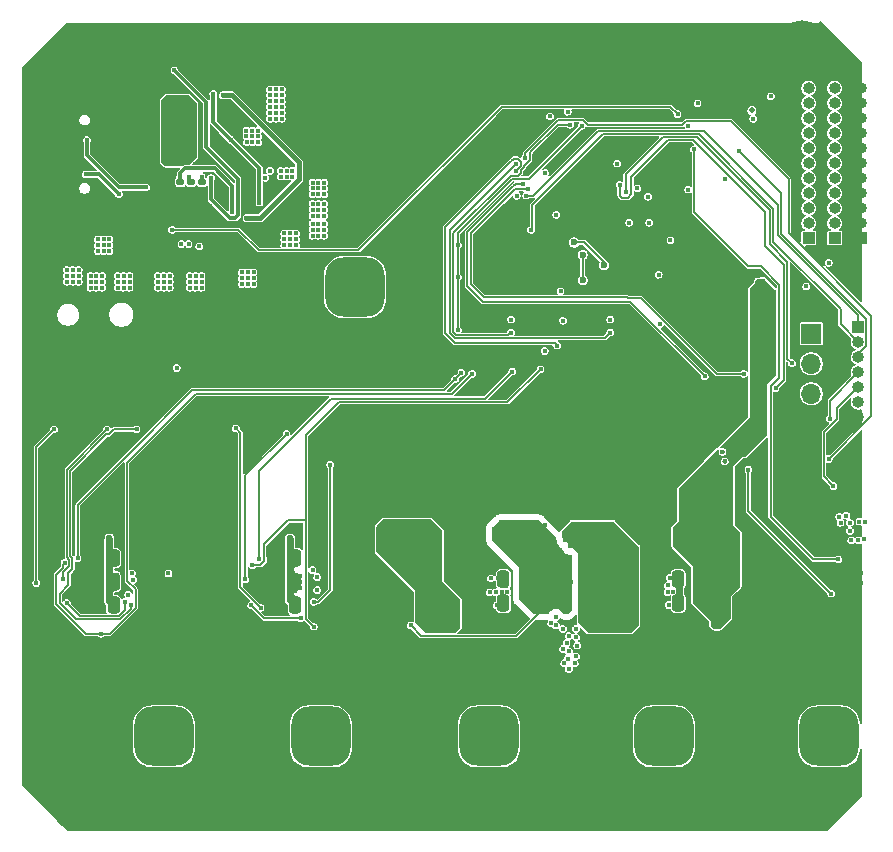
<source format=gbr>
%TF.GenerationSoftware,KiCad,Pcbnew,9.0.0*%
%TF.CreationDate,2025-08-15T19:16:38+03:00*%
%TF.ProjectId,USB-PD-Voltage-supply,5553422d-5044-42d5-966f-6c746167652d,rev?*%
%TF.SameCoordinates,Original*%
%TF.FileFunction,Copper,L4,Bot*%
%TF.FilePolarity,Positive*%
%FSLAX46Y46*%
G04 Gerber Fmt 4.6, Leading zero omitted, Abs format (unit mm)*
G04 Created by KiCad (PCBNEW 9.0.0) date 2025-08-15 19:16:38*
%MOMM*%
%LPD*%
G01*
G04 APERTURE LIST*
G04 Aperture macros list*
%AMRoundRect*
0 Rectangle with rounded corners*
0 $1 Rounding radius*
0 $2 $3 $4 $5 $6 $7 $8 $9 X,Y pos of 4 corners*
0 Add a 4 corners polygon primitive as box body*
4,1,4,$2,$3,$4,$5,$6,$7,$8,$9,$2,$3,0*
0 Add four circle primitives for the rounded corners*
1,1,$1+$1,$2,$3*
1,1,$1+$1,$4,$5*
1,1,$1+$1,$6,$7*
1,1,$1+$1,$8,$9*
0 Add four rect primitives between the rounded corners*
20,1,$1+$1,$2,$3,$4,$5,0*
20,1,$1+$1,$4,$5,$6,$7,0*
20,1,$1+$1,$6,$7,$8,$9,0*
20,1,$1+$1,$8,$9,$2,$3,0*%
G04 Aperture macros list end*
%TA.AperFunction,ComponentPad*%
%ADD10C,0.600000*%
%TD*%
%TA.AperFunction,ComponentPad*%
%ADD11RoundRect,1.500000X-1.000000X-1.000000X1.000000X-1.000000X1.000000X1.000000X-1.000000X1.000000X0*%
%TD*%
%TA.AperFunction,ComponentPad*%
%ADD12R,1.000000X1.000000*%
%TD*%
%TA.AperFunction,ComponentPad*%
%ADD13O,1.000000X1.000000*%
%TD*%
%TA.AperFunction,HeatsinkPad*%
%ADD14O,2.100000X1.000000*%
%TD*%
%TA.AperFunction,HeatsinkPad*%
%ADD15O,1.800000X1.000000*%
%TD*%
%TA.AperFunction,ComponentPad*%
%ADD16O,4.000000X4.000000*%
%TD*%
%TA.AperFunction,ComponentPad*%
%ADD17RoundRect,1.500000X1.000000X-1.000000X1.000000X1.000000X-1.000000X1.000000X-1.000000X-1.000000X0*%
%TD*%
%TA.AperFunction,ComponentPad*%
%ADD18R,1.700000X1.700000*%
%TD*%
%TA.AperFunction,ComponentPad*%
%ADD19O,1.700000X1.700000*%
%TD*%
%TA.AperFunction,SMDPad,CuDef*%
%ADD20RoundRect,0.140000X-0.170000X0.140000X-0.170000X-0.140000X0.170000X-0.140000X0.170000X0.140000X0*%
%TD*%
%TA.AperFunction,SMDPad,CuDef*%
%ADD21RoundRect,0.250000X0.250000X0.475000X-0.250000X0.475000X-0.250000X-0.475000X0.250000X-0.475000X0*%
%TD*%
%TA.AperFunction,SMDPad,CuDef*%
%ADD22RoundRect,0.140000X0.140000X0.170000X-0.140000X0.170000X-0.140000X-0.170000X0.140000X-0.170000X0*%
%TD*%
%TA.AperFunction,ViaPad*%
%ADD23C,0.400000*%
%TD*%
%TA.AperFunction,ViaPad*%
%ADD24C,0.500000*%
%TD*%
%TA.AperFunction,ViaPad*%
%ADD25C,0.600000*%
%TD*%
%TA.AperFunction,Conductor*%
%ADD26C,0.600000*%
%TD*%
%TA.AperFunction,Conductor*%
%ADD27C,0.300000*%
%TD*%
%TA.AperFunction,Conductor*%
%ADD28C,0.400000*%
%TD*%
%TA.AperFunction,Conductor*%
%ADD29C,0.127000*%
%TD*%
%TA.AperFunction,Conductor*%
%ADD30C,0.200000*%
%TD*%
G04 APERTURE END LIST*
D10*
%TO.P,TP25,1,1*%
%TO.N,Net-(D17-A)*%
X173200000Y-123150000D03*
X173200000Y-123800000D03*
X173200000Y-124450000D03*
X173350000Y-125200000D03*
X173550000Y-122500000D03*
X173950000Y-125700000D03*
X174200000Y-122000000D03*
D11*
X174950000Y-123900000D03*
D10*
X174950000Y-125850000D03*
X175000000Y-121850000D03*
X175750000Y-122000000D03*
X176100000Y-125650000D03*
X176350000Y-122500000D03*
X176500000Y-125100000D03*
X176700000Y-123150000D03*
X176700000Y-123800000D03*
X176700000Y-124450000D03*
%TD*%
D12*
%TO.P,J6,1,Pin_1*%
%TO.N,+3.3V_LDO*%
X189400000Y-81700000D03*
D13*
%TO.P,J6,2,Pin_2*%
X189400000Y-80430000D03*
%TO.P,J6,3,Pin_3*%
X189400000Y-79160000D03*
%TO.P,J6,4,Pin_4*%
X189400000Y-77890000D03*
%TO.P,J6,5,Pin_5*%
X189400000Y-76620000D03*
%TO.P,J6,6,Pin_6*%
X189400000Y-75350000D03*
%TO.P,J6,7,Pin_7*%
X189400000Y-74080000D03*
%TO.P,J6,8,Pin_8*%
X189400000Y-72810000D03*
%TO.P,J6,9,Pin_9*%
X189400000Y-71540000D03*
%TO.P,J6,10,Pin_10*%
X189400000Y-70270000D03*
%TO.P,J6,11,Pin_11*%
X189400000Y-69000000D03*
%TD*%
D12*
%TO.P,J7,1,Pin_1*%
%TO.N,Earth*%
X191600000Y-81700000D03*
D13*
%TO.P,J7,2,Pin_2*%
X191600000Y-80430000D03*
%TO.P,J7,3,Pin_3*%
X191600000Y-79160000D03*
%TO.P,J7,4,Pin_4*%
X191600000Y-77890000D03*
%TO.P,J7,5,Pin_5*%
X191600000Y-76620000D03*
%TO.P,J7,6,Pin_6*%
X191600000Y-75350000D03*
%TO.P,J7,7,Pin_7*%
X191600000Y-74080000D03*
%TO.P,J7,8,Pin_8*%
X191600000Y-72810000D03*
%TO.P,J7,9,Pin_9*%
X191600000Y-71540000D03*
%TO.P,J7,10,Pin_10*%
X191600000Y-70270000D03*
%TO.P,J7,11,Pin_11*%
X191600000Y-69000000D03*
%TD*%
D10*
%TO.P,TP18,1,1*%
%TO.N,Earth*%
X125050000Y-123200000D03*
X125050000Y-123850000D03*
X125050000Y-124500000D03*
X125200000Y-125250000D03*
X125400000Y-122550000D03*
X125800000Y-125750000D03*
X126050000Y-122050000D03*
D11*
X126800000Y-123950000D03*
D10*
X126800000Y-125900000D03*
X126850000Y-121900000D03*
X127600000Y-122050000D03*
X127950000Y-125700000D03*
X128200000Y-122550000D03*
X128350000Y-125150000D03*
X128550000Y-123200000D03*
X128550000Y-123850000D03*
X128550000Y-124500000D03*
%TD*%
D14*
%TO.P,J4,S1,SHIELD*%
%TO.N,Earth*%
X126425000Y-70280000D03*
D15*
X122225000Y-70280000D03*
D14*
X126425000Y-78920000D03*
D15*
X122225000Y-78920000D03*
%TD*%
D16*
%TO.P,,11,Pin_11*%
%TO.N,Earth*%
X186600000Y-129619560D03*
%TD*%
D10*
%TO.P,TP20,1,1*%
%TO.N,Earth*%
X138250000Y-123150000D03*
X138250000Y-123800000D03*
X138250000Y-124450000D03*
X138400000Y-125200000D03*
X138600000Y-122500000D03*
X139000000Y-125700000D03*
X139250000Y-122000000D03*
D11*
X140000000Y-123900000D03*
D10*
X140000000Y-125850000D03*
X140050000Y-121850000D03*
X140800000Y-122000000D03*
X141150000Y-125650000D03*
X141400000Y-122500000D03*
X141550000Y-125100000D03*
X141750000Y-123150000D03*
X141750000Y-123800000D03*
X141750000Y-124450000D03*
%TD*%
%TO.P,TP17,1,1*%
%TO.N,Net-(D13-A)*%
X130900000Y-123150000D03*
X130900000Y-123800000D03*
X130900000Y-124450000D03*
X131050000Y-125200000D03*
X131250000Y-122500000D03*
X131650000Y-125700000D03*
X131900000Y-122000000D03*
D11*
X132650000Y-123900000D03*
D10*
X132650000Y-125850000D03*
X132700000Y-121850000D03*
X133450000Y-122000000D03*
X133800000Y-125650000D03*
X134050000Y-122500000D03*
X134200000Y-125100000D03*
X134400000Y-123150000D03*
X134400000Y-123800000D03*
X134400000Y-124450000D03*
%TD*%
%TO.P,TP23,1,1*%
%TO.N,Net-(D16-A)*%
X158400000Y-123150000D03*
X158400000Y-123800000D03*
X158400000Y-124450000D03*
X158550000Y-125200000D03*
X158750000Y-122500000D03*
X159150000Y-125700000D03*
X159400000Y-122000000D03*
D11*
X160150000Y-123900000D03*
D10*
X160150000Y-125850000D03*
X160200000Y-121850000D03*
X160950000Y-122000000D03*
X161300000Y-125650000D03*
X161550000Y-122500000D03*
X161700000Y-125100000D03*
X161900000Y-123150000D03*
X161900000Y-123800000D03*
X161900000Y-124450000D03*
%TD*%
D16*
%TO.P,,11,Pin_11*%
%TO.N,Earth*%
X125200000Y-65500000D03*
%TD*%
D10*
%TO.P,TP16,1,1*%
%TO.N,Earth*%
X148000000Y-93350000D03*
X148650000Y-93350000D03*
X149300000Y-93350000D03*
X150050000Y-93200000D03*
X147350000Y-93000000D03*
X150550000Y-92600000D03*
X146850000Y-92350000D03*
D17*
X148750000Y-91600000D03*
D10*
X150700000Y-91600000D03*
X146700000Y-91550000D03*
X146850000Y-90800000D03*
X150500000Y-90450000D03*
X147350000Y-90200000D03*
X149950000Y-90050000D03*
X148000000Y-89850000D03*
X148650000Y-89850000D03*
X149300000Y-89850000D03*
%TD*%
D12*
%TO.P,J5,1,Pin_1*%
%TO.N,BUTTON_1*%
X187200000Y-81700000D03*
D13*
%TO.P,J5,2,Pin_2*%
%TO.N,BUTTON_2*%
X187200000Y-80430000D03*
%TO.P,J5,3,Pin_3*%
%TO.N,BUTTON_3*%
X187200000Y-79160000D03*
%TO.P,J5,4,Pin_4*%
%TO.N,BUTTON_4*%
X187200000Y-77890000D03*
%TO.P,J5,5,Pin_5*%
%TO.N,BUTTON_5*%
X187200000Y-76620000D03*
%TO.P,J5,6,Pin_6*%
%TO.N,BUTTON_6*%
X187200000Y-75350000D03*
%TO.P,J5,7,Pin_7*%
%TO.N,BUTTON_7*%
X187200000Y-74080000D03*
%TO.P,J5,8,Pin_8*%
%TO.N,BUTTON_8*%
X187200000Y-72810000D03*
%TO.P,J5,9,Pin_9*%
%TO.N,BUTTON_9*%
X187200000Y-71540000D03*
%TO.P,J5,10,Pin_10*%
%TO.N,BUTTON_10*%
X187200000Y-70270000D03*
%TO.P,J5,11,Pin_11*%
%TO.N,BUTTON_11*%
X187200000Y-69000000D03*
%TD*%
D16*
%TO.P,,11,Pin_11*%
%TO.N,Earth*%
X125200000Y-129869560D03*
%TD*%
D10*
%TO.P,TP22,1,1*%
%TO.N,Earth*%
X181250000Y-123200000D03*
X181250000Y-123850000D03*
X181250000Y-124500000D03*
X181400000Y-125250000D03*
X181600000Y-122550000D03*
X182000000Y-125750000D03*
X182250000Y-122050000D03*
D11*
X183000000Y-123950000D03*
D10*
X183000000Y-125900000D03*
X183050000Y-121900000D03*
X183800000Y-122050000D03*
X184150000Y-125700000D03*
X184400000Y-122550000D03*
X184550000Y-125150000D03*
X184750000Y-123200000D03*
X184750000Y-123850000D03*
X184750000Y-124500000D03*
%TD*%
%TO.P,TP15,1,1*%
%TO.N,Net-(F1-Pad2)*%
X148050000Y-87600000D03*
X148700000Y-87600000D03*
X149350000Y-87600000D03*
X150100000Y-87450000D03*
X147400000Y-87250000D03*
X150600000Y-86850000D03*
X146900000Y-86600000D03*
D17*
X148800000Y-85850000D03*
D10*
X150750000Y-85850000D03*
X146750000Y-85800000D03*
X146900000Y-85050000D03*
X150550000Y-84700000D03*
X147400000Y-84450000D03*
X150000000Y-84300000D03*
X148050000Y-84100000D03*
X148700000Y-84100000D03*
X149350000Y-84100000D03*
%TD*%
%TO.P,TP24,1,1*%
%TO.N,Earth*%
X152450000Y-123150000D03*
X152450000Y-123800000D03*
X152450000Y-124450000D03*
X152600000Y-125200000D03*
X152800000Y-122500000D03*
X153200000Y-125700000D03*
X153450000Y-122000000D03*
D11*
X154200000Y-123900000D03*
D10*
X154200000Y-125850000D03*
X154250000Y-121850000D03*
X155000000Y-122000000D03*
X155350000Y-125650000D03*
X155600000Y-122500000D03*
X155750000Y-125100000D03*
X155950000Y-123150000D03*
X155950000Y-123800000D03*
X155950000Y-124450000D03*
%TD*%
%TO.P,TP21,1,1*%
%TO.N,Net-(D15-A)*%
X187200000Y-123150000D03*
X187200000Y-123800000D03*
X187200000Y-124450000D03*
X187350000Y-125200000D03*
X187550000Y-122500000D03*
X187950000Y-125700000D03*
X188200000Y-122000000D03*
D11*
X188950000Y-123900000D03*
D10*
X188950000Y-125850000D03*
X189000000Y-121850000D03*
X189750000Y-122000000D03*
X190100000Y-125650000D03*
X190350000Y-122500000D03*
X190500000Y-125100000D03*
X190700000Y-123150000D03*
X190700000Y-123800000D03*
X190700000Y-124450000D03*
%TD*%
D16*
%TO.P,,11,Pin_11*%
%TO.N,Earth*%
X186600000Y-65250000D03*
%TD*%
D10*
%TO.P,TP26,1,1*%
%TO.N,Earth*%
X167250000Y-123150000D03*
X167250000Y-123800000D03*
X167250000Y-124450000D03*
X167400000Y-125200000D03*
X167600000Y-122500000D03*
X168000000Y-125700000D03*
X168250000Y-122000000D03*
D11*
X169000000Y-123900000D03*
D10*
X169000000Y-125850000D03*
X169050000Y-121850000D03*
X169800000Y-122000000D03*
X170150000Y-125650000D03*
X170400000Y-122500000D03*
X170550000Y-125100000D03*
X170750000Y-123150000D03*
X170750000Y-123800000D03*
X170750000Y-124450000D03*
%TD*%
%TO.P,TP19,1,1*%
%TO.N,Net-(D14-A)*%
X144150000Y-123150000D03*
X144150000Y-123800000D03*
X144150000Y-124450000D03*
X144300000Y-125200000D03*
X144500000Y-122500000D03*
X144900000Y-125700000D03*
X145150000Y-122000000D03*
D11*
X145900000Y-123900000D03*
D10*
X145900000Y-125850000D03*
X145950000Y-121850000D03*
X146700000Y-122000000D03*
X147050000Y-125650000D03*
X147300000Y-122500000D03*
X147450000Y-125100000D03*
X147650000Y-123150000D03*
X147650000Y-123800000D03*
X147650000Y-124450000D03*
%TD*%
D12*
%TO.P,J2,1,Pin_1*%
%TO.N,ST7789_CS*%
X191400000Y-89250000D03*
D13*
%TO.P,J2,2,Pin_2*%
%TO.N,ST7789_DC*%
X191400000Y-90520000D03*
%TO.P,J2,3,Pin_3*%
%TO.N,ST7789_RST*%
X191400000Y-91790000D03*
%TO.P,J2,4,Pin_4*%
%TO.N,SPI_MOSI*%
X191400000Y-93060000D03*
%TO.P,J2,5,Pin_5*%
%TO.N,SPI_SCLK*%
X191400000Y-94330000D03*
%TO.P,J2,6,Pin_6*%
%TO.N,+5.2V_*%
X191400000Y-95600000D03*
%TO.P,J2,7,Pin_7*%
%TO.N,Earth*%
X191400000Y-96870000D03*
%TD*%
D18*
%TO.P,J3,1,Pin_1*%
%TO.N,+3.3V_LDO*%
X187425000Y-89800000D03*
D19*
%TO.P,J3,2,Pin_2*%
%TO.N,U0RX*%
X187425000Y-92340000D03*
%TO.P,J3,3,Pin_3*%
%TO.N,Net-(J3-Pin_3)*%
X187425000Y-94880000D03*
%TO.P,J3,4,Pin_4*%
%TO.N,Earth*%
X187425000Y-97420000D03*
%TD*%
D20*
%TO.P,C19,1*%
%TO.N,Net-(U3-VREG_2V7)*%
X134925000Y-76970000D03*
%TO.P,C19,2*%
%TO.N,Earth*%
X134925000Y-77930000D03*
%TD*%
D21*
%TO.P,C40,1*%
%TO.N,PD-Voltage*%
X143750000Y-108800000D03*
%TO.P,C40,2*%
%TO.N,Earth*%
X141850000Y-108800000D03*
%TD*%
%TO.P,C37,1*%
%TO.N,PD-Voltage*%
X128350000Y-112800000D03*
%TO.P,C37,2*%
%TO.N,Earth*%
X126450000Y-112800000D03*
%TD*%
%TO.P,C39,1*%
%TO.N,PD-Voltage*%
X128350000Y-110800000D03*
%TO.P,C39,2*%
%TO.N,Earth*%
X126450000Y-110800000D03*
%TD*%
%TO.P,C47,1*%
%TO.N,PD-Voltage*%
X161350000Y-110600000D03*
%TO.P,C47,2*%
%TO.N,Earth*%
X159450000Y-110600000D03*
%TD*%
%TO.P,C35,1*%
%TO.N,PD-Voltage*%
X143750000Y-110800000D03*
%TO.P,C35,2*%
%TO.N,Earth*%
X141850000Y-110800000D03*
%TD*%
D20*
%TO.P,C21,1*%
%TO.N,PD_VDD*%
X134000000Y-76970000D03*
%TO.P,C21,2*%
%TO.N,Earth*%
X134000000Y-77930000D03*
%TD*%
D21*
%TO.P,C38,1*%
%TO.N,PD-Voltage*%
X143750000Y-112800000D03*
%TO.P,C38,2*%
%TO.N,Earth*%
X141850000Y-112800000D03*
%TD*%
D22*
%TO.P,C33,1*%
%TO.N,PD-Voltage*%
X143280000Y-107200000D03*
%TO.P,C33,2*%
%TO.N,Earth*%
X142320000Y-107200000D03*
%TD*%
D21*
%TO.P,C34,1*%
%TO.N,PD-Voltage*%
X128350000Y-108800000D03*
%TO.P,C34,2*%
%TO.N,Earth*%
X126450000Y-108800000D03*
%TD*%
D22*
%TO.P,C32,1*%
%TO.N,PD-Voltage*%
X128000000Y-107200000D03*
%TO.P,C32,2*%
%TO.N,Earth*%
X127040000Y-107200000D03*
%TD*%
D21*
%TO.P,C23,1*%
%TO.N,+5V_USB*%
X133350000Y-70600000D03*
%TO.P,C23,2*%
%TO.N,Earth*%
X131450000Y-70600000D03*
%TD*%
%TO.P,C48,1*%
%TO.N,PD-Voltage*%
X176150000Y-112600000D03*
%TO.P,C48,2*%
%TO.N,Earth*%
X174250000Y-112600000D03*
%TD*%
%TO.P,C46,1*%
%TO.N,PD-Voltage*%
X176150000Y-110600000D03*
%TO.P,C46,2*%
%TO.N,Earth*%
X174250000Y-110600000D03*
%TD*%
%TO.P,C22,1*%
%TO.N,+5V_USB*%
X133350000Y-74600000D03*
%TO.P,C22,2*%
%TO.N,Earth*%
X131450000Y-74600000D03*
%TD*%
D20*
%TO.P,C20,1*%
%TO.N,Net-(U3-VREG_1V2)*%
X135850000Y-76970000D03*
%TO.P,C20,2*%
%TO.N,Earth*%
X135850000Y-77930000D03*
%TD*%
D21*
%TO.P,C45,1*%
%TO.N,PD-Voltage*%
X161350000Y-112600000D03*
%TO.P,C45,2*%
%TO.N,Earth*%
X159450000Y-112600000D03*
%TD*%
%TO.P,C24,1*%
%TO.N,+5V_USB*%
X133350000Y-72600000D03*
%TO.P,C24,2*%
%TO.N,Earth*%
X131450000Y-72600000D03*
%TD*%
D23*
%TO.N,Earth*%
X121500000Y-96100000D03*
X146300000Y-66500000D03*
X167400000Y-76000000D03*
X124600000Y-63900000D03*
X125200000Y-63800000D03*
X142503044Y-112067645D03*
X126932431Y-110270087D03*
X190500000Y-102500000D03*
X138300000Y-67500000D03*
X188250000Y-65750000D03*
X164900000Y-123400000D03*
X168700000Y-77400000D03*
X128700000Y-67200000D03*
X134900000Y-105800000D03*
X168500000Y-77800000D03*
X183000000Y-128600000D03*
X126200000Y-68200000D03*
X167700000Y-78400000D03*
X182800000Y-115300000D03*
X163500000Y-75800000D03*
X148700000Y-73900000D03*
X124810199Y-131525884D03*
X143800000Y-67100000D03*
X156000000Y-87000000D03*
X123500000Y-65300000D03*
X135300000Y-79500000D03*
X124200000Y-66900000D03*
X147900000Y-67600000D03*
X139900000Y-68100000D03*
X123710199Y-129075884D03*
X123200000Y-67200000D03*
X127800000Y-79600000D03*
X132700000Y-111900000D03*
X123400000Y-99500000D03*
X128200000Y-80400000D03*
X127700000Y-67100000D03*
X135800000Y-79200000D03*
X166300000Y-77100000D03*
X184000000Y-115300000D03*
X135100000Y-92500000D03*
X184900000Y-129419560D03*
X178300000Y-117200000D03*
X127800000Y-101200000D03*
X165800000Y-101000000D03*
X135000000Y-78400000D03*
X130400000Y-69000000D03*
X122200000Y-83400000D03*
X123810199Y-130825884D03*
X124700000Y-70400000D03*
X143100000Y-131200000D03*
X183400000Y-111000000D03*
X150700000Y-96700000D03*
X125850000Y-63950000D03*
X126910199Y-129775884D03*
X146900000Y-78700000D03*
X173800000Y-101700000D03*
X186600000Y-63550000D03*
X167900000Y-77300000D03*
X147700000Y-70200000D03*
X126800000Y-95400000D03*
X125800000Y-102100000D03*
X141600000Y-65200000D03*
X138300000Y-131300000D03*
X126900000Y-65400000D03*
X132500000Y-68300000D03*
X160400000Y-99400000D03*
X122700000Y-89400000D03*
X126926211Y-111888332D03*
X124500000Y-76100000D03*
X169200000Y-75900000D03*
X126000000Y-96500000D03*
X128000000Y-93200000D03*
X153200000Y-87300000D03*
X191300000Y-109400000D03*
X132600000Y-66500000D03*
X136700000Y-73600000D03*
X139700000Y-80800000D03*
X184900000Y-111200000D03*
X142100000Y-67100000D03*
X151100000Y-82100000D03*
X186200000Y-131269560D03*
X187800000Y-128419560D03*
X185600000Y-131019560D03*
X142503044Y-111567645D03*
X167800000Y-77800000D03*
X124050000Y-64200000D03*
X154000000Y-82700000D03*
X185200000Y-66200000D03*
X126760199Y-129175884D03*
X155500000Y-94000000D03*
X128900000Y-71000000D03*
X179900000Y-99800000D03*
X191600000Y-110900000D03*
X137200000Y-73300000D03*
X123400000Y-100800000D03*
X142513924Y-109389272D03*
X168600000Y-75500000D03*
X188400000Y-106300000D03*
X185100000Y-64450000D03*
X187800000Y-64050000D03*
X151900000Y-128700000D03*
X125210199Y-128175884D03*
X123560199Y-130275884D03*
X182800000Y-100800000D03*
X130400000Y-80400000D03*
X126900000Y-93800000D03*
X123300000Y-77200000D03*
X136500000Y-80300000D03*
X168100000Y-128200000D03*
X123700000Y-64700000D03*
X125800000Y-90300000D03*
X126400000Y-64300000D03*
X168200000Y-91200000D03*
X121200000Y-111100000D03*
X126750000Y-64800000D03*
X121900000Y-81000000D03*
X156000000Y-91700000D03*
X171000000Y-128100000D03*
X121200000Y-113100000D03*
X130200000Y-107500000D03*
X134300000Y-78700000D03*
X147100000Y-65000000D03*
X134300000Y-79200000D03*
X131800000Y-80400000D03*
X179100000Y-65100000D03*
X191500000Y-112500000D03*
X129100000Y-69500000D03*
X121300000Y-94200000D03*
X151900000Y-83300000D03*
X129700000Y-80400000D03*
X123800000Y-66450000D03*
X135300000Y-78800000D03*
X159000000Y-100100000D03*
X184900000Y-98300000D03*
X188500000Y-107700000D03*
X178700000Y-120600000D03*
X169400000Y-76300000D03*
X126926211Y-111388332D03*
X122200000Y-97300000D03*
X155500000Y-89900000D03*
X175300000Y-99300000D03*
X139700000Y-75900000D03*
X166200000Y-94800000D03*
X180000000Y-126200000D03*
X148900000Y-78400000D03*
X124210199Y-131275884D03*
X184900000Y-65050000D03*
X126060199Y-131325884D03*
X129400000Y-118500000D03*
X187250000Y-63700000D03*
X135800000Y-100400000D03*
X166300000Y-78500000D03*
X191600000Y-110100000D03*
X121600000Y-85900000D03*
X187900000Y-106800000D03*
X142200000Y-68100000D03*
X142503044Y-112567645D03*
X136100000Y-74900000D03*
X183800000Y-120900000D03*
X188150000Y-128919560D03*
X152000000Y-91800000D03*
X141100000Y-74900000D03*
X163700000Y-88900000D03*
X142509264Y-110449400D03*
X189200000Y-106600000D03*
X123000000Y-74300000D03*
X182900000Y-103600000D03*
X167900000Y-75400000D03*
X185450000Y-128319560D03*
X164900000Y-121900000D03*
X133100000Y-114000000D03*
X124060199Y-128575884D03*
X128400000Y-92100000D03*
X151100000Y-78700000D03*
X166200000Y-64000000D03*
X133000000Y-65000000D03*
X126937091Y-109209959D03*
X128100000Y-65300000D03*
X125860199Y-128325884D03*
X132800000Y-78900000D03*
X125450000Y-67200000D03*
X149900000Y-71100000D03*
X134800000Y-107900000D03*
X127300000Y-93100000D03*
X125000000Y-75300000D03*
X126926211Y-110853332D03*
X129300000Y-129700000D03*
X174100000Y-130500000D03*
X142500000Y-129400000D03*
X188400000Y-109400000D03*
X123400000Y-127600000D03*
X124400000Y-73200000D03*
X126926211Y-112388332D03*
X131600000Y-78500000D03*
X135800000Y-107600000D03*
X137700000Y-77300000D03*
X171100000Y-100800000D03*
X163500000Y-97100000D03*
X123100000Y-86100000D03*
X172000000Y-99800000D03*
X126850000Y-66000000D03*
X189000000Y-107700000D03*
X179100000Y-64100000D03*
X126934761Y-109734198D03*
X136600000Y-75300000D03*
X162600000Y-100900000D03*
X124400000Y-100200000D03*
X140100000Y-76300000D03*
X187250000Y-128069560D03*
X180900000Y-121000000D03*
X142503044Y-111032645D03*
X172000000Y-71700000D03*
X186850000Y-66950000D03*
X143100000Y-92500000D03*
X122600000Y-88100000D03*
X188150000Y-64550000D03*
X164900000Y-125000000D03*
X134300000Y-66900000D03*
X189200000Y-107200000D03*
X148000000Y-131300000D03*
X163900000Y-131000000D03*
X168100000Y-76300000D03*
X176400000Y-100100000D03*
X163800000Y-95800000D03*
X145200000Y-69300000D03*
X135300000Y-64900000D03*
X123700000Y-120700000D03*
X186000000Y-128019560D03*
X179100000Y-117900000D03*
X127900000Y-95100000D03*
X144500000Y-64800000D03*
X152800000Y-94000000D03*
X155300000Y-85700000D03*
X185200000Y-121200000D03*
X140686260Y-74856534D03*
X182400000Y-131200000D03*
X125460199Y-131575884D03*
X124610199Y-128275884D03*
X166100000Y-100200000D03*
X163200000Y-128600000D03*
X185450000Y-63950000D03*
X135400000Y-80000000D03*
X166200000Y-64700000D03*
X187900000Y-106300000D03*
X134300000Y-78100000D03*
X135700000Y-66400000D03*
X186850000Y-131319560D03*
X184700000Y-120200000D03*
X136200000Y-111700000D03*
X169300000Y-77100000D03*
X122200000Y-72900000D03*
X188800000Y-106900000D03*
X160300000Y-130800000D03*
X123600000Y-69100000D03*
X168900000Y-71500000D03*
X132700000Y-80300000D03*
X126510199Y-130925884D03*
X135900000Y-99100000D03*
X168800000Y-76100000D03*
X123100000Y-87700000D03*
X140900000Y-66600000D03*
X173900000Y-100500000D03*
X187900000Y-107700000D03*
X125900000Y-69200000D03*
X130300000Y-64400000D03*
X167200000Y-77900000D03*
X171000000Y-98200000D03*
X136500000Y-79600000D03*
X168409879Y-72636686D03*
X153600000Y-89800000D03*
X164100000Y-99900000D03*
X132500000Y-129600000D03*
X168800000Y-76800000D03*
X166400000Y-77900000D03*
X187450000Y-131069560D03*
X182100000Y-120200000D03*
X129400000Y-66300000D03*
X131700000Y-69000000D03*
X140800000Y-82300000D03*
X152200000Y-131100000D03*
X135400000Y-67800000D03*
X164800000Y-120300000D03*
X136100000Y-112900000D03*
X128300000Y-70500000D03*
X187900000Y-66300000D03*
X141100000Y-75500000D03*
X136500000Y-79000000D03*
X128300000Y-99800000D03*
X184950000Y-65650000D03*
X168200000Y-78300000D03*
X126500000Y-66550000D03*
X128300000Y-68900000D03*
X133700000Y-131700000D03*
X128800000Y-90600000D03*
X129700000Y-76700000D03*
X179300000Y-115800000D03*
X187900000Y-130669560D03*
X184950000Y-130019560D03*
X164800000Y-97900000D03*
X121400000Y-67300000D03*
X169300000Y-77900000D03*
X132300000Y-108200000D03*
X134300000Y-80300000D03*
X125100000Y-74200000D03*
X121800000Y-125400000D03*
X133300000Y-99000000D03*
X148600000Y-96500000D03*
X159000000Y-101200000D03*
X188300000Y-106700000D03*
X135700000Y-80400000D03*
X179000000Y-125000000D03*
X154300000Y-80200000D03*
X124300000Y-71800000D03*
X127900000Y-78400000D03*
X126050000Y-66950000D03*
X140000000Y-92100000D03*
X147700000Y-68600000D03*
X176400000Y-129300000D03*
X135900000Y-78700000D03*
X121900000Y-69200000D03*
X126860199Y-130375884D03*
X167300000Y-77400000D03*
X122300000Y-100200000D03*
X121900000Y-92400000D03*
X124300000Y-96200000D03*
X132600000Y-80900000D03*
X122900000Y-91400000D03*
X141100000Y-81600000D03*
X185600000Y-66650000D03*
X126410199Y-128675884D03*
X179200000Y-64500000D03*
X187900000Y-107300000D03*
X153600000Y-84800000D03*
X172000000Y-71100000D03*
X134800000Y-80300000D03*
X162700000Y-98700000D03*
X123200000Y-80000000D03*
X186600000Y-127919560D03*
X171300000Y-99900000D03*
X122400000Y-124300000D03*
X137700000Y-129000000D03*
X188100000Y-109800000D03*
X187450000Y-66700000D03*
X188300000Y-65150000D03*
X129100000Y-64600000D03*
X134300000Y-79800000D03*
X180800000Y-128400000D03*
X188800000Y-107300000D03*
X144800000Y-68400000D03*
X188300000Y-129519560D03*
X182500000Y-111600000D03*
X134800000Y-101800000D03*
X124800000Y-67150000D03*
X153500000Y-91700000D03*
X170500000Y-71000000D03*
X121800000Y-122000000D03*
X169300000Y-78400000D03*
X178500000Y-115200000D03*
X147400000Y-129300000D03*
X165300000Y-97300000D03*
X157600000Y-128000000D03*
X124700000Y-78300000D03*
X123510199Y-129675884D03*
X182500000Y-113500000D03*
X141300000Y-81100000D03*
X183700000Y-119400000D03*
X186200000Y-66900000D03*
X123550000Y-65900000D03*
X123100000Y-111000000D03*
X127100000Y-90300000D03*
X188250000Y-130119560D03*
X185100000Y-128819560D03*
X188300000Y-107200000D03*
X123900000Y-89900000D03*
X180100000Y-100600000D03*
X149600000Y-81100000D03*
X170500000Y-71600000D03*
X156500000Y-131100000D03*
X167900000Y-76900000D03*
X158600000Y-88800000D03*
X137000000Y-92600000D03*
X186000000Y-63650000D03*
X137600000Y-65800000D03*
X136100000Y-79900000D03*
X134900000Y-79100000D03*
X168800000Y-78400000D03*
X179900000Y-119700000D03*
X188900000Y-106300000D03*
X185300000Y-103300000D03*
X185200000Y-130569560D03*
X139504052Y-76355336D03*
X124200000Y-91200000D03*
X167300000Y-76700000D03*
X179300000Y-123000000D03*
X126200000Y-92000000D03*
X169300000Y-75500000D03*
X148300000Y-80600000D03*
X142511594Y-109913511D03*
X166900000Y-76900000D03*
X135000000Y-114000000D03*
%TO.N,+3.3V_LDO*%
X170400000Y-88600000D03*
X166200000Y-86200000D03*
X171000000Y-75400000D03*
X162000000Y-88600000D03*
X172000000Y-80400000D03*
X184000000Y-69700000D03*
X165837500Y-79737500D03*
X166400000Y-88700000D03*
X162476832Y-78123168D03*
X164900000Y-76200000D03*
X172700000Y-77500000D03*
X166800000Y-71000000D03*
X165300000Y-71400000D03*
X174600000Y-89000000D03*
%TO.N,+5.2V_USB_*%
X176500000Y-107600000D03*
X183900000Y-86900000D03*
X179073054Y-110778128D03*
X176100000Y-106500000D03*
X180100000Y-107600000D03*
X179167417Y-114353440D03*
X177700000Y-106600000D03*
X178800000Y-106100000D03*
X178800000Y-107600000D03*
X179800000Y-111421195D03*
X178300000Y-106000000D03*
X179500000Y-107600000D03*
X176600000Y-106800000D03*
X183400000Y-86300000D03*
X179500000Y-106100000D03*
X177000000Y-106000000D03*
X179747576Y-110813078D03*
X177700000Y-107600000D03*
X177821870Y-112032808D03*
X181005750Y-110774634D03*
X177700000Y-106000000D03*
X177100000Y-107100000D03*
X177700000Y-107100000D03*
X179233821Y-113629990D03*
X176500000Y-106100000D03*
X178800000Y-107100000D03*
X180200000Y-106600000D03*
X183300000Y-87200000D03*
X180200000Y-107100000D03*
X176100000Y-107100000D03*
X179244306Y-113060317D03*
X180383653Y-110774634D03*
X178325140Y-110802593D03*
X178300000Y-107100000D03*
X180200000Y-106100000D03*
X179810484Y-112008343D03*
X178290190Y-112385796D03*
X183900000Y-87700000D03*
X177863809Y-111438670D03*
X179500000Y-106600000D03*
X183400000Y-87700000D03*
X178950732Y-112364826D03*
X178300000Y-107600000D03*
X183300000Y-85300000D03*
X177100000Y-107600000D03*
X179500000Y-107100000D03*
X178800000Y-106600000D03*
X178300000Y-106600000D03*
X177200000Y-106500000D03*
%TO.N,Net-(U3-VREG_2V7)*%
X134700000Y-76500000D03*
%TO.N,Net-(U3-VREG_1V2)*%
X135800000Y-76500000D03*
%TO.N,PD_VDD*%
X137600000Y-69600000D03*
X139600000Y-80000000D03*
X134000000Y-76500000D03*
X138400000Y-79500000D03*
%TO.N,+5V_USB*%
X134300000Y-75200000D03*
X134800000Y-71200000D03*
X134800000Y-72200000D03*
X134300000Y-73200000D03*
X187000000Y-85800000D03*
X134300000Y-74200000D03*
X134800000Y-70700000D03*
X141200000Y-76600000D03*
X134800000Y-73700000D03*
X134300000Y-70700000D03*
X134800000Y-71700000D03*
X134800000Y-74200000D03*
X134300000Y-73700000D03*
X134800000Y-75200000D03*
X134800000Y-73200000D03*
X134800000Y-70200000D03*
X134300000Y-72700000D03*
X134300000Y-72200000D03*
X134300000Y-70200000D03*
X134800000Y-72700000D03*
X134800000Y-74700000D03*
X134300000Y-71700000D03*
X134300000Y-71200000D03*
X134300000Y-74700000D03*
%TO.N,PD-Voltage*%
X142800000Y-81300000D03*
X143300000Y-81800000D03*
X135800000Y-85900000D03*
X127400000Y-85400000D03*
X161700000Y-110700000D03*
X143000000Y-76500000D03*
X126400000Y-85400000D03*
X127500000Y-82300000D03*
X142600000Y-71100000D03*
X128000000Y-82300000D03*
X145700000Y-77000000D03*
X140600000Y-73600000D03*
X128600000Y-110700000D03*
X134800000Y-85400000D03*
X128000000Y-110000000D03*
X145700000Y-79300000D03*
X160700000Y-111700000D03*
X142600000Y-70100000D03*
X176154115Y-111167532D03*
X146200000Y-78000000D03*
X143300000Y-81300000D03*
X142500000Y-76000000D03*
X126900000Y-85400000D03*
X176254115Y-110667532D03*
X142100000Y-70600000D03*
X141600000Y-69100000D03*
X145700000Y-78800000D03*
X139200000Y-85600000D03*
X142800000Y-81800000D03*
X144151936Y-111300564D03*
X128600000Y-111200000D03*
X143751936Y-111600564D03*
X175254115Y-111667532D03*
X145200000Y-77000000D03*
X128000000Y-82800000D03*
X142600000Y-70600000D03*
X129200000Y-84900000D03*
X161400000Y-112700000D03*
X143800000Y-82300000D03*
X132600000Y-85400000D03*
X145700000Y-77500000D03*
X160200000Y-111700000D03*
X128200000Y-110400000D03*
X145700000Y-81000000D03*
X142600000Y-71600000D03*
X124900000Y-84900000D03*
X142100000Y-69600000D03*
X146200000Y-81000000D03*
X127400000Y-85900000D03*
X145700000Y-78000000D03*
X128700000Y-85900000D03*
X146200000Y-81500000D03*
X135800000Y-84900000D03*
X128200000Y-110900000D03*
X145700000Y-80500000D03*
X129700000Y-85900000D03*
X134800000Y-85900000D03*
X142600000Y-69600000D03*
X128700000Y-85400000D03*
X125400000Y-84900000D03*
X132100000Y-85900000D03*
X145200000Y-79800000D03*
X126900000Y-85900000D03*
X146200000Y-78800000D03*
X140100000Y-73100000D03*
X127000000Y-81800000D03*
X124400000Y-84900000D03*
X140200000Y-84600000D03*
X175354115Y-112767532D03*
X127400000Y-84900000D03*
X139638245Y-73585126D03*
X132600000Y-85900000D03*
X160800000Y-112800000D03*
X145700000Y-81500000D03*
X141600000Y-69600000D03*
X143551936Y-112100564D03*
X128000000Y-81800000D03*
X140100000Y-72600000D03*
X146200000Y-80500000D03*
X145200000Y-80500000D03*
X146200000Y-77500000D03*
X175754115Y-111667532D03*
X126400000Y-85900000D03*
X145200000Y-79300000D03*
X125400000Y-85400000D03*
X140200000Y-85100000D03*
X161200000Y-111700000D03*
X143551936Y-110100564D03*
X143300000Y-82300000D03*
X142100000Y-71600000D03*
X139600000Y-73100000D03*
X135800000Y-85400000D03*
X142100000Y-69100000D03*
X133100000Y-84900000D03*
X125400000Y-84400000D03*
X132600000Y-84900000D03*
X124900000Y-85400000D03*
X145700000Y-79800000D03*
X129700000Y-85400000D03*
X140200000Y-85600000D03*
X139700000Y-85600000D03*
X146200000Y-79800000D03*
X143000000Y-76000000D03*
X134800000Y-84900000D03*
X135300000Y-84900000D03*
X127000000Y-82300000D03*
X161600000Y-112300000D03*
X128700000Y-84900000D03*
X124400000Y-85400000D03*
X145200000Y-81500000D03*
X128600000Y-110200000D03*
X124400000Y-84400000D03*
X128000000Y-109400000D03*
X124900000Y-84400000D03*
X142800000Y-82300000D03*
X146200000Y-77000000D03*
X141600000Y-71100000D03*
X126400000Y-84900000D03*
X141600000Y-70100000D03*
X129200000Y-85900000D03*
X140100000Y-73600000D03*
X133100000Y-85400000D03*
X129200000Y-85400000D03*
X144151936Y-110300564D03*
X142100000Y-71100000D03*
X145200000Y-77500000D03*
X132100000Y-84900000D03*
X132100000Y-85400000D03*
X139700000Y-85100000D03*
X143800000Y-81300000D03*
X144151936Y-110800564D03*
X127500000Y-82800000D03*
X141600000Y-70600000D03*
X143800000Y-81800000D03*
X127000000Y-82800000D03*
X143751936Y-111000564D03*
X145200000Y-78000000D03*
X140600000Y-72600000D03*
X143551936Y-109500564D03*
X161700000Y-111700000D03*
X145200000Y-81000000D03*
X128000000Y-112000000D03*
X161600000Y-111200000D03*
X145200000Y-78800000D03*
X126900000Y-84900000D03*
X127500000Y-81800000D03*
X143500000Y-76500000D03*
X140600000Y-73100000D03*
X142500000Y-76500000D03*
X135300000Y-85900000D03*
X175300000Y-111100000D03*
X142100000Y-70100000D03*
X139200000Y-84600000D03*
X176254115Y-111667532D03*
X143500000Y-76000000D03*
X146200000Y-79300000D03*
X133100000Y-85900000D03*
X160300000Y-110500000D03*
X139700000Y-84600000D03*
X139600000Y-72600000D03*
X139200000Y-85100000D03*
X135300000Y-85400000D03*
X175954115Y-112667532D03*
X142600000Y-69100000D03*
X141600000Y-71600000D03*
X188900000Y-83800000D03*
X175454115Y-110467532D03*
X128200000Y-111500000D03*
X143751936Y-110500564D03*
X160900000Y-110500000D03*
X129700000Y-84900000D03*
X176154115Y-112267532D03*
%TO.N,Net-(U10-EXTVCC)*%
X129300000Y-112500000D03*
X124400000Y-112600000D03*
%TO.N,Net-(U11-EXTVCC)*%
X144200000Y-113900000D03*
X140000000Y-112800000D03*
%TO.N,Net-(U10-BOOT1)*%
X130300000Y-97900000D03*
X129800000Y-112800000D03*
%TO.N,Net-(U11-BOOT1)*%
X146700000Y-100900000D03*
X145300000Y-112500000D03*
%TO.N,+5.2V*%
X167500000Y-117100000D03*
X167400000Y-117700000D03*
X165800000Y-114500000D03*
X165800000Y-113800000D03*
X190800000Y-107300000D03*
X191400000Y-107300000D03*
X166400000Y-114800000D03*
X190400000Y-105200000D03*
X192000000Y-105700000D03*
X189900000Y-105800000D03*
X166700000Y-116000000D03*
X166900000Y-116700000D03*
X167500000Y-115500000D03*
X190700000Y-105800000D03*
X190700000Y-106500000D03*
X191500000Y-105700000D03*
X166800000Y-117300000D03*
X166500000Y-117700000D03*
X165400000Y-114300000D03*
X166900000Y-115400000D03*
X166400000Y-116500000D03*
X167600000Y-116200000D03*
X166900000Y-118200000D03*
X167500000Y-114800000D03*
X191900000Y-107200000D03*
X189800000Y-105300000D03*
%TO.N,Net-(U10-BOOT2)*%
X123300000Y-97900000D03*
X121800000Y-110900000D03*
%TO.N,Net-(U11-BOOT2)*%
X140800000Y-113000000D03*
X138700000Y-97800000D03*
%TO.N,VOUT1_*%
X157250000Y-93650000D03*
X125300000Y-108800000D03*
X157800000Y-93100000D03*
%TO.N,VOUT2_*%
X162100000Y-93000000D03*
X140700000Y-108900000D03*
%TO.N,Net-(D10-K)*%
X152900000Y-106600000D03*
X152300000Y-107100000D03*
X151300000Y-106500000D03*
X156800000Y-114200000D03*
X156800000Y-113600000D03*
X154000000Y-107600000D03*
X153500000Y-107100000D03*
X152200000Y-106000000D03*
X157200000Y-114700000D03*
X155100000Y-114200000D03*
X152900000Y-107600000D03*
X156300000Y-114700000D03*
X151300000Y-107100000D03*
X151700000Y-107600000D03*
X151700000Y-106100000D03*
X154000000Y-106600000D03*
X153500000Y-107600000D03*
X154700000Y-114600000D03*
X154000000Y-107100000D03*
X156800000Y-115000000D03*
X155300000Y-107600000D03*
X151800000Y-106800000D03*
X152900000Y-106000000D03*
X157400000Y-114100000D03*
X153500000Y-106600000D03*
X155400000Y-106600000D03*
X152400000Y-106500000D03*
X155600000Y-114500000D03*
X154700000Y-106600000D03*
X154700000Y-106100000D03*
X155400000Y-106100000D03*
X152900000Y-107100000D03*
X157300000Y-113600000D03*
X153500000Y-106000000D03*
X154400000Y-114200000D03*
X156300000Y-113600000D03*
X155400000Y-107100000D03*
X154700000Y-107600000D03*
X154000000Y-106100000D03*
X156200000Y-114200000D03*
X152300000Y-107600000D03*
X154700000Y-107100000D03*
%TO.N,Net-(D11-K)*%
X168200000Y-106800000D03*
X169300000Y-106300000D03*
X168200000Y-106200000D03*
X172300000Y-114500000D03*
X166600000Y-106700000D03*
X169300000Y-106800000D03*
X170000000Y-107300000D03*
X171000000Y-114200000D03*
X168800000Y-106800000D03*
X171300000Y-113600000D03*
X170000000Y-107800000D03*
X168200000Y-107300000D03*
X167500000Y-106200000D03*
X169300000Y-107300000D03*
X170800000Y-113600000D03*
X167100000Y-107000000D03*
X171100000Y-114800000D03*
X169000000Y-114400000D03*
X168800000Y-106200000D03*
X170600000Y-107800000D03*
X170600000Y-114800000D03*
X166600000Y-107300000D03*
X169300000Y-107800000D03*
X171700000Y-114200000D03*
X168800000Y-113100000D03*
X167600000Y-107300000D03*
X170700000Y-106300000D03*
X169600000Y-114300000D03*
X171900000Y-114800000D03*
X170000000Y-106300000D03*
X170700000Y-107300000D03*
X169900000Y-114800000D03*
X170300000Y-114200000D03*
X167600000Y-107800000D03*
X168800000Y-107300000D03*
X168200000Y-107800000D03*
X169300000Y-114800000D03*
X170700000Y-106800000D03*
X172400000Y-114000000D03*
X167000000Y-107800000D03*
X167700000Y-106700000D03*
X168600000Y-114800000D03*
X170000000Y-106800000D03*
X168800000Y-107800000D03*
X167000000Y-106300000D03*
X172000000Y-113600000D03*
%TO.N,Net-(U10-COMP)*%
X124100000Y-110600000D03*
X127800000Y-97900000D03*
%TO.N,Net-(U11-COMP)*%
X143000000Y-98300000D03*
X139500000Y-110600000D03*
%TO.N,Net-(C70-Pad1)*%
X161900000Y-106400000D03*
X164900000Y-110800000D03*
X164300000Y-110800000D03*
X163900000Y-112300000D03*
X163000000Y-107000000D03*
X164200000Y-106500000D03*
X163300000Y-112400000D03*
X162400000Y-105900000D03*
X164800000Y-107500000D03*
X163500000Y-106000000D03*
X163000000Y-107500000D03*
X161800000Y-107500000D03*
X163500000Y-107000000D03*
X162400000Y-107500000D03*
X164200000Y-106000000D03*
X160800000Y-106400000D03*
X163700000Y-110800000D03*
X165400000Y-110800000D03*
X164800000Y-113000000D03*
X161700000Y-105900000D03*
X164900000Y-106500000D03*
X164200000Y-107500000D03*
X164600000Y-112300000D03*
X164900000Y-106000000D03*
X161200000Y-107500000D03*
X165900000Y-110800000D03*
X162400000Y-107000000D03*
X161300000Y-106700000D03*
X163500000Y-107500000D03*
X164900000Y-107000000D03*
X165400000Y-112000000D03*
X161800000Y-107000000D03*
X163000000Y-106500000D03*
X161200000Y-106000000D03*
X160800000Y-107000000D03*
X163400000Y-111200000D03*
X165400000Y-111400000D03*
X162400000Y-106500000D03*
X167100000Y-110800000D03*
X153500000Y-114500000D03*
X163500000Y-106500000D03*
X164200000Y-107000000D03*
X166500000Y-110800000D03*
X165200000Y-112500000D03*
X163000000Y-105900000D03*
X163300000Y-111800000D03*
%TO.N,VOUT1*%
X158700000Y-93200000D03*
X124200000Y-109200000D03*
X127300000Y-115200000D03*
%TO.N,VOUT2*%
X164500000Y-92800000D03*
X145300000Y-114600000D03*
X140100000Y-109400000D03*
%TO.N,Net-(D3-L1)*%
X131100000Y-77400000D03*
X126100000Y-73400000D03*
%TO.N,Net-(D3-L2)*%
X126000000Y-76300000D03*
X128800000Y-78000000D03*
%TO.N,LDO_EN*%
X189700000Y-108900000D03*
X177500000Y-74200000D03*
%TO.N,SPI_MOSI*%
X189000000Y-97000000D03*
X163407864Y-77560678D03*
X181700000Y-93200000D03*
%TO.N,SPI_SCLK*%
X189300000Y-102700000D03*
X163000000Y-77100000D03*
X178400000Y-93400000D03*
%TO.N,POT_CS*%
X188900000Y-100400000D03*
X163200000Y-74900000D03*
%TO.N,VOUT3*%
X182100000Y-101300000D03*
X189100000Y-111800000D03*
%TO.N,ST7789_DC*%
X163700000Y-81000000D03*
%TO.N,ST7789_CS*%
X163300000Y-78100000D03*
%TO.N,ST7789_RST*%
X181300000Y-74300000D03*
%TO.N,U0RX*%
X171700000Y-77800000D03*
X185800000Y-92300000D03*
%TO.N,Net-(Q1-G)*%
X140700000Y-78700000D03*
X138300000Y-73400000D03*
X136800000Y-69500000D03*
%TO.N,SCL*%
X130007864Y-110639322D03*
X173700000Y-80400000D03*
X174500000Y-84800000D03*
X134100000Y-82200000D03*
X145600000Y-110400000D03*
X182500000Y-71600000D03*
%TO.N,SDA*%
X134700000Y-82200000D03*
X175500000Y-81900000D03*
X173600000Y-78200000D03*
X164856904Y-91256904D03*
X133000000Y-110100000D03*
D24*
X182400000Y-70900000D03*
D23*
X145200000Y-109800000D03*
X129900000Y-110100000D03*
%TO.N,U0TX*%
X171200000Y-77200000D03*
X184400000Y-94400000D03*
%TO.N,CURR_SENSE_1*%
X157500000Y-85000000D03*
X168000000Y-72200000D03*
X157500000Y-82300000D03*
X157500000Y-89500000D03*
%TO.N,CURR_SENSE_2*%
X162000000Y-89700000D03*
X167000000Y-72100000D03*
%TO.N,CURR_SENSE_3*%
X162400000Y-75400000D03*
X170400000Y-89700000D03*
%TO.N,CURR_SENSE_4*%
X165900000Y-90800000D03*
X162400000Y-76000000D03*
D25*
%TO.N,SPIWP*%
X169890000Y-84015000D03*
X167350000Y-82075000D03*
%TO.N,SPICS0*%
X168075000Y-85275000D03*
X168075000Y-83100000D03*
D23*
%TO.N,DISH*%
X141600000Y-76000000D03*
X135600000Y-82400000D03*
%TO.N,Net-(U3-ALERT)*%
X133500000Y-67500000D03*
X136600000Y-76600000D03*
%TO.N,Net-(U4-~{INT})*%
X177800000Y-70300000D03*
X177000000Y-72200000D03*
%TO.N,PD-RST*%
X176100000Y-71200000D03*
X133300000Y-81000000D03*
%TO.N,TPS1_EN*%
X129600000Y-111900000D03*
X177000000Y-77600000D03*
X133700000Y-92700000D03*
%TO.N,TPS2_EN*%
X180100000Y-76700000D03*
X145600000Y-111500000D03*
%TD*%
D26*
%TO.N,Earth*%
X127040000Y-112210000D02*
X126450000Y-112800000D01*
X142320000Y-107200000D02*
X142320000Y-112330000D01*
X127040000Y-107200000D02*
X127040000Y-112210000D01*
X142320000Y-112330000D02*
X141850000Y-112800000D01*
X159450000Y-110600000D02*
X159450000Y-112600000D01*
D27*
%TO.N,Net-(U3-VREG_2V7)*%
X134700000Y-76745000D02*
X134925000Y-76970000D01*
X134700000Y-76500000D02*
X134700000Y-76745000D01*
%TO.N,Net-(U3-VREG_1V2)*%
X135800000Y-76920000D02*
X135850000Y-76970000D01*
X135800000Y-76500000D02*
X135800000Y-76920000D01*
%TO.N,PD_VDD*%
X134000000Y-76970000D02*
X134000000Y-76500000D01*
D28*
X144051000Y-76728232D02*
X140779232Y-80000000D01*
D27*
X138400000Y-77300000D02*
X136900000Y-75800000D01*
X138400000Y-79500000D02*
X138400000Y-77300000D01*
X134000000Y-76200000D02*
X134000000Y-76500000D01*
D28*
X137600000Y-69600000D02*
X138379232Y-69600000D01*
D27*
X136900000Y-75800000D02*
X134400000Y-75800000D01*
X134400000Y-75800000D02*
X134000000Y-76200000D01*
D28*
X144051000Y-75271768D02*
X144051000Y-76728232D01*
X138379232Y-69600000D02*
X144051000Y-75271768D01*
X140779232Y-80000000D02*
X139600000Y-80000000D01*
D26*
%TO.N,PD-Voltage*%
X143280000Y-112330000D02*
X143750000Y-112800000D01*
X176254115Y-112495885D02*
X176150000Y-112600000D01*
X143280000Y-107200000D02*
X143280000Y-112330000D01*
X128000000Y-107200000D02*
X128000000Y-112450000D01*
X128000000Y-112450000D02*
X128350000Y-112800000D01*
X176254115Y-110667532D02*
X176254115Y-112495885D01*
D29*
%TO.N,Net-(U10-EXTVCC)*%
X125516500Y-113716500D02*
X124400000Y-112600000D01*
X129300000Y-113206302D02*
X128789802Y-113716500D01*
X128789802Y-113716500D02*
X125516500Y-113716500D01*
X129300000Y-112500000D02*
X129300000Y-113206302D01*
%TO.N,Net-(U11-EXTVCC)*%
X140000000Y-112800000D02*
X141100000Y-113900000D01*
X141100000Y-113900000D02*
X144200000Y-113900000D01*
%TO.N,Net-(U10-BOOT1)*%
X128386192Y-97900000D02*
X130300000Y-97900000D01*
X128895426Y-113971500D02*
X125185308Y-113971500D01*
X123800000Y-112586192D02*
X123800000Y-111800000D01*
X129800000Y-113066926D02*
X128895426Y-113971500D01*
X125185308Y-113971500D02*
X123800000Y-112586192D01*
X124869499Y-109730501D02*
X124869499Y-108822683D01*
X129800000Y-112800000D02*
X129800000Y-113066926D01*
X123800000Y-111800000D02*
X124514500Y-111085500D01*
X124655000Y-101405624D02*
X127746124Y-98314500D01*
X124514500Y-110085500D02*
X124869499Y-109730501D01*
X127971692Y-98314500D02*
X128386192Y-97900000D01*
X127746124Y-98314500D02*
X127971692Y-98314500D01*
X124869499Y-108822683D02*
X124655000Y-108608184D01*
X124655000Y-108608184D02*
X124655000Y-101405624D01*
X124514500Y-111085500D02*
X124514500Y-110085500D01*
%TO.N,Net-(U11-BOOT1)*%
X146700000Y-111500000D02*
X146700000Y-100900000D01*
X145300000Y-112500000D02*
X145700000Y-112500000D01*
X145700000Y-112500000D02*
X146700000Y-111500000D01*
%TO.N,Net-(U10-BOOT2)*%
X121800000Y-99400000D02*
X123300000Y-97900000D01*
X121800000Y-110900000D02*
X121800000Y-99400000D01*
%TO.N,Net-(U11-BOOT2)*%
X140800000Y-113000000D02*
X139085500Y-111285500D01*
X139085500Y-111285500D02*
X139085500Y-98185500D01*
X139085500Y-98185500D02*
X138700000Y-97800000D01*
%TO.N,VOUT1_*%
X157800000Y-93100000D02*
X157250000Y-93650000D01*
X157250000Y-93650000D02*
X156300000Y-94600000D01*
X155600000Y-94600000D02*
X135000000Y-94600000D01*
X156300000Y-94600000D02*
X155600000Y-94600000D01*
X125300000Y-104300000D02*
X125300000Y-108800000D01*
X135000000Y-94600000D02*
X129400000Y-100200000D01*
X129400000Y-100200000D02*
X125300000Y-104300000D01*
%TO.N,VOUT2_*%
X140700000Y-101400000D02*
X140700000Y-108900000D01*
X155300000Y-95300000D02*
X146800000Y-95300000D01*
X141800000Y-100300000D02*
X140700000Y-101400000D01*
X162100000Y-93000000D02*
X159800000Y-95300000D01*
X159800000Y-95300000D02*
X155300000Y-95300000D01*
X146800000Y-95300000D02*
X141800000Y-100300000D01*
%TO.N,Net-(U10-COMP)*%
X124614500Y-108928308D02*
X124400000Y-108713808D01*
X124614500Y-109446124D02*
X124614500Y-108928308D01*
X124100000Y-110600000D02*
X124100000Y-109960624D01*
X124400000Y-101300000D02*
X127800000Y-97900000D01*
X124100000Y-109960624D02*
X124614500Y-109446124D01*
X124400000Y-108713808D02*
X124400000Y-101300000D01*
%TO.N,Net-(U11-COMP)*%
X139500000Y-110600000D02*
X139500000Y-101800000D01*
X139500000Y-101800000D02*
X143000000Y-98300000D01*
%TO.N,Net-(C70-Pad1)*%
X162385500Y-115414500D02*
X164800000Y-113000000D01*
X154414500Y-115414500D02*
X162385500Y-115414500D01*
X153500000Y-114500000D02*
X154414500Y-115414500D01*
%TO.N,VOUT1*%
X130214500Y-113013050D02*
X128027550Y-115200000D01*
X126000000Y-115200000D02*
X127300000Y-115200000D01*
X124100000Y-109600000D02*
X123500000Y-110200000D01*
X129485500Y-100714500D02*
X129485500Y-110271692D01*
X124100000Y-109300000D02*
X124100000Y-109600000D01*
X123500000Y-110200000D02*
X123500000Y-112700000D01*
X135300000Y-94900000D02*
X129485500Y-100714500D01*
X129485500Y-110271692D02*
X129500000Y-110286192D01*
X129500000Y-110717650D02*
X130214500Y-111432150D01*
X129500000Y-110286192D02*
X129500000Y-110717650D01*
X130214500Y-111432150D02*
X130214500Y-113013050D01*
X128027550Y-115200000D02*
X127300000Y-115200000D01*
X123500000Y-112700000D02*
X126000000Y-115200000D01*
X158700000Y-93200000D02*
X157000000Y-94900000D01*
X157000000Y-94900000D02*
X135300000Y-94900000D01*
X124200000Y-109200000D02*
X124100000Y-109300000D01*
%TO.N,VOUT2*%
X144900000Y-98100000D02*
X144614500Y-98385500D01*
X140786192Y-109400000D02*
X141114500Y-109071692D01*
X144614500Y-112500000D02*
X144614500Y-113914500D01*
X144614500Y-113914500D02*
X145300000Y-114600000D01*
X161700000Y-95600000D02*
X158500000Y-95600000D01*
X144614500Y-98385500D02*
X144614500Y-105600000D01*
X140100000Y-109400000D02*
X140786192Y-109400000D01*
X164500000Y-92800000D02*
X161700000Y-95600000D01*
X158500000Y-95600000D02*
X147400000Y-95600000D01*
X144614500Y-105600000D02*
X144614500Y-112500000D01*
X141100000Y-107637308D02*
X143137308Y-105600000D01*
X143137308Y-105600000D02*
X144614500Y-105600000D01*
X147400000Y-95600000D02*
X144900000Y-98100000D01*
X141114500Y-109071692D02*
X141114500Y-108728308D01*
X141100000Y-108713808D02*
X141100000Y-107637308D01*
X141114500Y-108728308D02*
X141100000Y-108713808D01*
D27*
%TO.N,Net-(D3-L1)*%
X128805283Y-77400000D02*
X131100000Y-77400000D01*
X126100000Y-73400000D02*
X126100000Y-74694716D01*
X127528000Y-76122717D02*
X128805283Y-77400000D01*
X126100000Y-74694716D02*
X127528000Y-76122717D01*
%TO.N,Net-(D3-L2)*%
X127100000Y-76300000D02*
X128800000Y-78000000D01*
X126000000Y-76300000D02*
X127100000Y-76300000D01*
D29*
%TO.N,LDO_EN*%
X184700000Y-93513808D02*
X184700000Y-85650000D01*
X187600000Y-108900000D02*
X183985500Y-105285500D01*
X177500000Y-79500000D02*
X177500000Y-74200000D01*
X184700000Y-85650000D02*
X183150000Y-84100000D01*
X189700000Y-108900000D02*
X187600000Y-108900000D01*
X182100000Y-84100000D02*
X177500000Y-79500000D01*
X183985500Y-105285500D02*
X183985500Y-94228308D01*
X183150000Y-84100000D02*
X182100000Y-84100000D01*
X183985500Y-94228308D02*
X184700000Y-93513808D01*
%TO.N,SPI_MOSI*%
X173000000Y-86800000D02*
X176700000Y-90500000D01*
X162339322Y-77560678D02*
X161000000Y-78900000D01*
X158600000Y-81300000D02*
X158600000Y-83400000D01*
X179400000Y-93200000D02*
X181700000Y-93200000D01*
X171900000Y-86800000D02*
X173000000Y-86800000D01*
X158600000Y-83400000D02*
X158600000Y-85600000D01*
X163407864Y-77560678D02*
X162339322Y-77560678D01*
X161000000Y-78900000D02*
X158600000Y-81300000D01*
X159700000Y-86700000D02*
X171800000Y-86700000D01*
X158600000Y-85600000D02*
X159700000Y-86700000D01*
X189000000Y-95460000D02*
X191400000Y-93060000D01*
X171800000Y-86700000D02*
X171900000Y-86800000D01*
X189000000Y-97000000D02*
X189000000Y-95460000D01*
X176700000Y-90500000D02*
X179400000Y-93200000D01*
%TO.N,SPI_SCLK*%
X189600000Y-96994929D02*
X189600000Y-96130000D01*
X158300000Y-83000000D02*
X158300000Y-85800000D01*
X158300000Y-85800000D02*
X159600000Y-87100000D01*
X162400000Y-77100000D02*
X162200000Y-77300000D01*
X172100000Y-87100000D02*
X178400000Y-93400000D01*
X158300000Y-81200000D02*
X158300000Y-83000000D01*
X188485500Y-98109429D02*
X189600000Y-96994929D01*
X159600000Y-87100000D02*
X172100000Y-87100000D01*
X162200000Y-77300000D02*
X158300000Y-81200000D01*
X188485500Y-101885500D02*
X188485500Y-98109429D01*
X163000000Y-77100000D02*
X162400000Y-77100000D01*
X189300000Y-102700000D02*
X188485500Y-101885500D01*
X189600000Y-96130000D02*
X191400000Y-94330000D01*
%TO.N,POT_CS*%
X163200000Y-74900000D02*
X163200000Y-74500000D01*
X163200000Y-74500000D02*
X166014500Y-71685500D01*
X168071692Y-71685500D02*
X168486192Y-72100000D01*
X166014500Y-71685500D02*
X168071692Y-71685500D01*
X176513808Y-72100000D02*
X176828308Y-71785500D01*
X192500000Y-88300000D02*
X192500000Y-96800000D01*
X168486192Y-72100000D02*
X176513808Y-72100000D01*
X185500000Y-81300000D02*
X192500000Y-88300000D01*
X180585500Y-71785500D02*
X185500000Y-76700000D01*
X192500000Y-96800000D02*
X188900000Y-100400000D01*
X185500000Y-76700000D02*
X185500000Y-81300000D01*
X176828308Y-71785500D02*
X180585500Y-71785500D01*
%TO.N,VOUT3*%
X182100000Y-101300000D02*
X182100000Y-104800000D01*
X182100000Y-104800000D02*
X189100000Y-111800000D01*
%TO.N,ST7789_DC*%
X189900000Y-87700000D02*
X189900000Y-89020000D01*
X184200000Y-82000000D02*
X189900000Y-87700000D01*
X169809998Y-72890002D02*
X177890002Y-72890002D01*
X177890002Y-72890002D02*
X184200000Y-79200000D01*
X163800000Y-78900000D02*
X169809998Y-72890002D01*
X184200000Y-79200000D02*
X184200000Y-82000000D01*
X163700000Y-81000000D02*
X163800000Y-80900000D01*
X163800000Y-80900000D02*
X163800000Y-78900000D01*
X189900000Y-89020000D02*
X191400000Y-90520000D01*
%TO.N,ST7789_CS*%
X169364997Y-72635003D02*
X178335003Y-72635003D01*
X184600000Y-81427624D02*
X191400000Y-88227624D01*
X191400000Y-88227624D02*
X191400000Y-89250000D01*
X178335003Y-72635003D02*
X184600000Y-78900000D01*
X163900000Y-78100000D02*
X169364997Y-72635003D01*
X163300000Y-78100000D02*
X163900000Y-78100000D01*
X184600000Y-78900000D02*
X184600000Y-81427624D01*
%TO.N,ST7789_RST*%
X181300000Y-74300000D02*
X184900000Y-77900000D01*
X191400000Y-91497929D02*
X191400000Y-91790000D01*
X184900000Y-77900000D02*
X184900000Y-81367000D01*
X192091500Y-88558500D02*
X192091500Y-90806429D01*
X184900000Y-81367000D02*
X192091500Y-88558500D01*
X192091500Y-90806429D02*
X191400000Y-91497929D01*
%TO.N,U0RX*%
X183900000Y-82200000D02*
X183900000Y-79300000D01*
X185400000Y-91900000D02*
X185400000Y-83700000D01*
X171700000Y-76300000D02*
X171700000Y-77800000D01*
X177745001Y-73145001D02*
X174854999Y-73145001D01*
X183900000Y-79300000D02*
X177745001Y-73145001D01*
X185800000Y-92300000D02*
X185400000Y-91900000D01*
X185400000Y-83700000D02*
X183900000Y-82200000D01*
X174854999Y-73145001D02*
X171700000Y-76300000D01*
D27*
%TO.N,Net-(Q1-G)*%
X136800000Y-71900000D02*
X138300000Y-73400000D01*
X140700000Y-75799999D02*
X140700000Y-78700000D01*
X138300000Y-73400000D02*
X140700000Y-75799999D01*
X136800000Y-69500000D02*
X136800000Y-71900000D01*
D29*
%TO.N,U0TX*%
X171900000Y-78300000D02*
X172200000Y-78000000D01*
X177400000Y-73400000D02*
X183500000Y-79500000D01*
X175300000Y-73400000D02*
X177400000Y-73400000D01*
X185100000Y-93700000D02*
X184400000Y-94400000D01*
X183500000Y-79500000D02*
X183500000Y-82400000D01*
X185100000Y-84000000D02*
X185100000Y-93700000D01*
X171200000Y-77200000D02*
X171200000Y-78100000D01*
X183500000Y-82400000D02*
X185100000Y-84000000D01*
X171200000Y-78100000D02*
X171400000Y-78300000D01*
X172200000Y-76500000D02*
X175300000Y-73400000D01*
X171400000Y-78300000D02*
X171900000Y-78300000D01*
X172200000Y-78000000D02*
X172200000Y-76500000D01*
%TO.N,CURR_SENSE_1*%
X157500000Y-85000000D02*
X157500000Y-82300000D01*
X163530500Y-76669500D02*
X168000000Y-72200000D01*
X157500000Y-82300000D02*
X157500000Y-81260624D01*
X157500000Y-81260624D02*
X162091124Y-76669500D01*
X157500000Y-89500000D02*
X157500000Y-85000000D01*
X162091124Y-76669500D02*
X163530500Y-76669500D01*
%TO.N,CURR_SENSE_2*%
X157085500Y-81314500D02*
X157085500Y-89671692D01*
X161785500Y-89914500D02*
X162000000Y-89700000D01*
X163069500Y-75616692D02*
X163069499Y-75691125D01*
X167000000Y-72100000D02*
X165960624Y-72100000D01*
X162814500Y-75946124D02*
X162814500Y-76171692D01*
X161985500Y-76414500D02*
X157085500Y-81314500D01*
X163614500Y-74446124D02*
X163614500Y-75071692D01*
X157328308Y-89914500D02*
X161785500Y-89914500D01*
X165960624Y-72100000D02*
X163614500Y-74446124D01*
X163614500Y-75071692D02*
X163069500Y-75616692D01*
X157085500Y-89671692D02*
X157328308Y-89914500D01*
X162571692Y-76414500D02*
X161985500Y-76414500D01*
X163069499Y-75691125D02*
X162814500Y-75946124D01*
X162814500Y-76171692D02*
X162571692Y-76414500D01*
%TO.N,CURR_SENSE_3*%
X169930500Y-90169500D02*
X170400000Y-89700000D01*
X157222684Y-90169500D02*
X169930500Y-90169500D01*
X156800000Y-81000000D02*
X156800000Y-82000000D01*
X156800000Y-82000000D02*
X156800000Y-89746816D01*
X156800000Y-89746816D02*
X157222684Y-90169500D01*
X162400000Y-75400000D02*
X156800000Y-81000000D01*
%TO.N,CURR_SENSE_4*%
X165700000Y-90600000D02*
X165900000Y-90800000D01*
X156400000Y-83600000D02*
X156400000Y-89707440D01*
X162814500Y-75228308D02*
X162571692Y-74985500D01*
X157292560Y-90600000D02*
X158100000Y-90600000D01*
X162571692Y-74985500D02*
X162214500Y-74985500D01*
X162214500Y-74985500D02*
X162000000Y-75200000D01*
X156400000Y-80800000D02*
X156400000Y-83600000D01*
X162814500Y-75585500D02*
X162814500Y-75300000D01*
X162814500Y-75300000D02*
X162814500Y-75228308D01*
X162400000Y-76000000D02*
X162814500Y-75585500D01*
X156400000Y-89707440D02*
X157292560Y-90600000D01*
X158100000Y-90600000D02*
X165700000Y-90600000D01*
X162000000Y-75200000D02*
X156400000Y-80800000D01*
D30*
%TO.N,SPIWP*%
X169890000Y-83765000D02*
X168200000Y-82075000D01*
X169890000Y-84015000D02*
X169890000Y-83765000D01*
X168200000Y-82075000D02*
X167350000Y-82075000D01*
%TO.N,SPICS0*%
X168075000Y-85275000D02*
X168075000Y-83100000D01*
D27*
%TO.N,Net-(U3-ALERT)*%
X136200000Y-72000000D02*
X136200000Y-70200000D01*
X138192479Y-80001000D02*
X138607521Y-80001000D01*
X138607521Y-80001000D02*
X138901000Y-79707521D01*
X136200000Y-74000000D02*
X136200000Y-73800000D01*
X138901000Y-79707521D02*
X138901000Y-76701000D01*
X136600000Y-78408521D02*
X138192479Y-80001000D01*
X136200000Y-73800000D02*
X136200000Y-73000000D01*
X136600000Y-76600000D02*
X136600000Y-78408521D01*
X138901000Y-76701000D02*
X137100000Y-74900000D01*
X136200000Y-73000000D02*
X136200000Y-72000000D01*
X137100000Y-74900000D02*
X136200000Y-74000000D01*
X136200000Y-70200000D02*
X133500000Y-67500000D01*
D29*
%TO.N,PD-RST*%
X176100000Y-71200000D02*
X175500000Y-70600000D01*
X138913808Y-81000000D02*
X133300000Y-81000000D01*
X149085500Y-82714500D02*
X140628308Y-82714500D01*
X175500000Y-70600000D02*
X161200000Y-70600000D01*
X161200000Y-70600000D02*
X149085500Y-82714500D01*
X140628308Y-82714500D02*
X138913808Y-81000000D01*
%TD*%
%TA.AperFunction,Conductor*%
%TO.N,Earth*%
G36*
X144405194Y-105809306D02*
G01*
X144423500Y-105853500D01*
X144423500Y-108064414D01*
X144405194Y-108108608D01*
X144361000Y-108126914D01*
X144316806Y-108108608D01*
X144313108Y-108104242D01*
X144222391Y-108013525D01*
X144222390Y-108013524D01*
X144109204Y-107958191D01*
X144109202Y-107958190D01*
X144109201Y-107958190D01*
X144050913Y-107949698D01*
X144035827Y-107947500D01*
X144035826Y-107947500D01*
X143770000Y-107947500D01*
X143725806Y-107929194D01*
X143707500Y-107885000D01*
X143707500Y-107143720D01*
X143707498Y-107143712D01*
X143689630Y-107077025D01*
X143687500Y-107060849D01*
X143687500Y-107003652D01*
X143671980Y-106925627D01*
X143612857Y-106837143D01*
X143554001Y-106797817D01*
X143524375Y-106778021D01*
X143524371Y-106778019D01*
X143446348Y-106762500D01*
X143113652Y-106762500D01*
X143035628Y-106778019D01*
X143035624Y-106778021D01*
X142947143Y-106837143D01*
X142888021Y-106925624D01*
X142888019Y-106925628D01*
X142872500Y-107003651D01*
X142872500Y-107060849D01*
X142870370Y-107077025D01*
X142852501Y-107143712D01*
X142852500Y-107143720D01*
X142852500Y-112386279D01*
X142852501Y-112386287D01*
X142881632Y-112495008D01*
X142881633Y-112495011D01*
X142937914Y-112592490D01*
X142937919Y-112592496D01*
X143104194Y-112758770D01*
X143122500Y-112802964D01*
X143122500Y-113310825D01*
X143133190Y-113384201D01*
X143133191Y-113384204D01*
X143188524Y-113497390D01*
X143188525Y-113497391D01*
X143277611Y-113586477D01*
X143285536Y-113590351D01*
X143317200Y-113626206D01*
X143314235Y-113673950D01*
X143278380Y-113705614D01*
X143258086Y-113709000D01*
X141205003Y-113709000D01*
X141160809Y-113690694D01*
X140883776Y-113413661D01*
X140865470Y-113369467D01*
X140883776Y-113325273D01*
X140911793Y-113309097D01*
X140926410Y-113305181D01*
X141001090Y-113262065D01*
X141062065Y-113201090D01*
X141105181Y-113126410D01*
X141125376Y-113051042D01*
X141127499Y-113043121D01*
X141127500Y-113043115D01*
X141127500Y-112956884D01*
X141127499Y-112956878D01*
X141110634Y-112893941D01*
X141105181Y-112873590D01*
X141062065Y-112798910D01*
X141001090Y-112737935D01*
X140926410Y-112694819D01*
X140926409Y-112694818D01*
X140926408Y-112694818D01*
X140843121Y-112672500D01*
X140843116Y-112672500D01*
X140768503Y-112672500D01*
X140724309Y-112654194D01*
X139294806Y-111224691D01*
X139276500Y-111180497D01*
X139276500Y-110957379D01*
X139294806Y-110913185D01*
X139339000Y-110894879D01*
X139370250Y-110903252D01*
X139373590Y-110905181D01*
X139403461Y-110913185D01*
X139456878Y-110927499D01*
X139456884Y-110927500D01*
X139543116Y-110927500D01*
X139543121Y-110927499D01*
X139567865Y-110920868D01*
X139626410Y-110905181D01*
X139701090Y-110862065D01*
X139762065Y-110801090D01*
X139805181Y-110726410D01*
X139823811Y-110656884D01*
X139827499Y-110643121D01*
X139827500Y-110643115D01*
X139827500Y-110556884D01*
X139827499Y-110556878D01*
X139807610Y-110482656D01*
X139805181Y-110473590D01*
X139762065Y-110398910D01*
X139709306Y-110346151D01*
X139691000Y-110301957D01*
X139691000Y-109579843D01*
X139709306Y-109535649D01*
X139753500Y-109517343D01*
X139797694Y-109535649D01*
X139807623Y-109548588D01*
X139837935Y-109601090D01*
X139898910Y-109662065D01*
X139973590Y-109705181D01*
X139999076Y-109712010D01*
X140056878Y-109727499D01*
X140056884Y-109727500D01*
X140143116Y-109727500D01*
X140143121Y-109727499D01*
X140167865Y-109720868D01*
X140226410Y-109705181D01*
X140301090Y-109662065D01*
X140353849Y-109609306D01*
X140398043Y-109591000D01*
X140824182Y-109591000D01*
X140824184Y-109591000D01*
X140894385Y-109561922D01*
X141276422Y-109179885D01*
X141305500Y-109109684D01*
X141305500Y-109033700D01*
X141305500Y-108690316D01*
X141295757Y-108666793D01*
X141291000Y-108642877D01*
X141291000Y-107742311D01*
X141309306Y-107698117D01*
X143198117Y-105809306D01*
X143242311Y-105791000D01*
X144361000Y-105791000D01*
X144405194Y-105809306D01*
G37*
%TD.AperFunction*%
%TA.AperFunction,Conductor*%
G36*
X129276194Y-100682309D02*
G01*
X129294500Y-100726503D01*
X129294500Y-110233700D01*
X129294500Y-110309684D01*
X129303416Y-110331210D01*
X129304242Y-110333202D01*
X129309000Y-110357121D01*
X129309000Y-110679658D01*
X129309000Y-110755642D01*
X129321272Y-110785269D01*
X129338077Y-110825841D01*
X129338079Y-110825844D01*
X130005194Y-111492959D01*
X130023500Y-111537153D01*
X130023500Y-111745271D01*
X130005194Y-111789465D01*
X129961000Y-111807771D01*
X129916806Y-111789465D01*
X129906874Y-111776521D01*
X129863326Y-111701094D01*
X129862065Y-111698910D01*
X129801090Y-111637935D01*
X129726410Y-111594819D01*
X129726409Y-111594818D01*
X129726408Y-111594818D01*
X129643121Y-111572500D01*
X129643116Y-111572500D01*
X129556884Y-111572500D01*
X129556878Y-111572500D01*
X129473592Y-111594818D01*
X129473590Y-111594818D01*
X129422336Y-111624410D01*
X129398910Y-111637935D01*
X129398909Y-111637936D01*
X129398905Y-111637939D01*
X129337939Y-111698905D01*
X129337936Y-111698909D01*
X129337935Y-111698910D01*
X129336674Y-111701094D01*
X129294818Y-111773590D01*
X129294818Y-111773592D01*
X129272500Y-111856878D01*
X129272500Y-111943121D01*
X129294818Y-112026407D01*
X129294818Y-112026409D01*
X129295448Y-112027500D01*
X129325038Y-112078751D01*
X129331281Y-112126176D01*
X129302161Y-112164127D01*
X129270911Y-112172500D01*
X129256878Y-112172500D01*
X129173592Y-112194818D01*
X129173590Y-112194818D01*
X129137258Y-112215795D01*
X129098910Y-112237935D01*
X129098909Y-112237936D01*
X129098905Y-112237939D01*
X129074503Y-112262341D01*
X129030309Y-112280646D01*
X128986115Y-112262339D01*
X128968464Y-112227158D01*
X128966809Y-112215796D01*
X128911476Y-112102610D01*
X128822390Y-112013524D01*
X128709204Y-111958191D01*
X128709202Y-111958190D01*
X128709201Y-111958190D01*
X128650913Y-111949698D01*
X128635827Y-111947500D01*
X128635826Y-111947500D01*
X128490000Y-111947500D01*
X128445806Y-111929194D01*
X128427500Y-111885000D01*
X128427500Y-111761543D01*
X128445806Y-111717349D01*
X128452507Y-111710648D01*
X128462065Y-111701090D01*
X128472076Y-111683750D01*
X128510025Y-111654629D01*
X128526203Y-111652499D01*
X128635826Y-111652499D01*
X128709204Y-111641809D01*
X128822390Y-111586476D01*
X128911476Y-111497390D01*
X128966809Y-111384204D01*
X128977500Y-111310827D01*
X128977499Y-110289174D01*
X128966809Y-110215796D01*
X128917406Y-110114741D01*
X128913190Y-110103480D01*
X128905181Y-110073590D01*
X128862065Y-109998910D01*
X128801090Y-109937935D01*
X128726410Y-109894819D01*
X128726409Y-109894818D01*
X128726408Y-109894818D01*
X128643121Y-109872500D01*
X128643116Y-109872500D01*
X128556884Y-109872500D01*
X128556876Y-109872501D01*
X128506176Y-109886086D01*
X128497803Y-109884983D01*
X128490000Y-109888216D01*
X128474924Y-109881971D01*
X128458750Y-109879842D01*
X128453609Y-109873142D01*
X128445806Y-109869910D01*
X128439561Y-109854835D01*
X128429630Y-109841892D01*
X128427500Y-109825716D01*
X128427500Y-109714999D01*
X128445806Y-109670805D01*
X128490000Y-109652499D01*
X128635826Y-109652499D01*
X128709204Y-109641809D01*
X128822390Y-109586476D01*
X128911476Y-109497390D01*
X128966809Y-109384204D01*
X128977500Y-109310827D01*
X128977499Y-108289174D01*
X128966809Y-108215796D01*
X128911476Y-108102610D01*
X128822390Y-108013524D01*
X128709204Y-107958191D01*
X128709202Y-107958190D01*
X128709201Y-107958190D01*
X128650913Y-107949698D01*
X128635827Y-107947500D01*
X128635826Y-107947500D01*
X128490000Y-107947500D01*
X128445806Y-107929194D01*
X128427500Y-107885000D01*
X128427500Y-107143720D01*
X128427498Y-107143712D01*
X128409630Y-107077025D01*
X128407500Y-107060849D01*
X128407500Y-107003652D01*
X128391980Y-106925627D01*
X128332857Y-106837143D01*
X128274001Y-106797817D01*
X128244375Y-106778021D01*
X128244371Y-106778019D01*
X128166348Y-106762500D01*
X127833652Y-106762500D01*
X127755628Y-106778019D01*
X127755624Y-106778021D01*
X127667143Y-106837143D01*
X127608021Y-106925624D01*
X127608019Y-106925628D01*
X127592500Y-107003651D01*
X127592500Y-107060849D01*
X127590370Y-107077025D01*
X127572501Y-107143712D01*
X127572500Y-107143720D01*
X127572500Y-112506279D01*
X127572501Y-112506287D01*
X127601632Y-112615008D01*
X127601633Y-112615011D01*
X127657630Y-112711998D01*
X127657915Y-112712491D01*
X127704194Y-112758770D01*
X127722500Y-112802963D01*
X127722500Y-113310825D01*
X127733190Y-113384201D01*
X127733190Y-113384202D01*
X127733191Y-113384204D01*
X127734301Y-113386474D01*
X127758293Y-113435551D01*
X127761256Y-113483294D01*
X127729592Y-113519150D01*
X127702143Y-113525500D01*
X125621502Y-113525500D01*
X125577308Y-113507194D01*
X124745806Y-112675691D01*
X124727500Y-112631497D01*
X124727500Y-112556884D01*
X124727499Y-112556878D01*
X124713723Y-112505468D01*
X124705181Y-112473590D01*
X124662065Y-112398910D01*
X124601090Y-112337935D01*
X124526410Y-112294819D01*
X124526409Y-112294818D01*
X124526408Y-112294818D01*
X124443121Y-112272500D01*
X124443116Y-112272500D01*
X124356884Y-112272500D01*
X124356878Y-112272500D01*
X124273592Y-112294818D01*
X124273590Y-112294818D01*
X124221095Y-112325126D01*
X124198910Y-112337935D01*
X124198909Y-112337936D01*
X124198905Y-112337939D01*
X124137939Y-112398905D01*
X124137932Y-112398914D01*
X124107626Y-112451406D01*
X124069676Y-112480526D01*
X124022250Y-112474282D01*
X123993130Y-112436332D01*
X123991000Y-112420156D01*
X123991000Y-111905003D01*
X124009306Y-111860809D01*
X124337924Y-111532191D01*
X124676422Y-111193693D01*
X124705500Y-111123492D01*
X124705500Y-111047508D01*
X124705500Y-110190503D01*
X124723806Y-110146309D01*
X124874733Y-109995382D01*
X125031421Y-109838694D01*
X125060499Y-109768493D01*
X125060499Y-109692509D01*
X125060499Y-109148140D01*
X125078805Y-109103946D01*
X125122999Y-109085640D01*
X125154245Y-109094012D01*
X125173590Y-109105181D01*
X125212619Y-109115639D01*
X125256878Y-109127499D01*
X125256884Y-109127500D01*
X125343116Y-109127500D01*
X125343121Y-109127499D01*
X125367865Y-109120868D01*
X125426410Y-109105181D01*
X125501090Y-109062065D01*
X125562065Y-109001090D01*
X125605181Y-108926410D01*
X125623811Y-108856884D01*
X125627499Y-108843121D01*
X125627500Y-108843115D01*
X125627500Y-108756884D01*
X125627499Y-108756878D01*
X125614669Y-108709000D01*
X125605181Y-108673590D01*
X125562065Y-108598910D01*
X125509306Y-108546151D01*
X125491000Y-108501957D01*
X125491000Y-104405003D01*
X125509306Y-104360809D01*
X129187806Y-100682309D01*
X129232000Y-100664003D01*
X129276194Y-100682309D01*
G37*
%TD.AperFunction*%
%TA.AperFunction,Conductor*%
G36*
X136803361Y-76095806D02*
G01*
X138104194Y-77396638D01*
X138122500Y-77440832D01*
X138122500Y-79308897D01*
X138114127Y-79340146D01*
X138094820Y-79373586D01*
X138094818Y-79373590D01*
X138093819Y-79377321D01*
X138064694Y-79415268D01*
X138017267Y-79421507D01*
X137989256Y-79405332D01*
X136895806Y-78311882D01*
X136877500Y-78267688D01*
X136877500Y-76791102D01*
X136885873Y-76759852D01*
X136887318Y-76757349D01*
X136905181Y-76726410D01*
X136923811Y-76656884D01*
X136927499Y-76643121D01*
X136927500Y-76643115D01*
X136927500Y-76556884D01*
X136927499Y-76556878D01*
X136912258Y-76500000D01*
X136905181Y-76473590D01*
X136862065Y-76398910D01*
X136801090Y-76337935D01*
X136726410Y-76294819D01*
X136726409Y-76294818D01*
X136726408Y-76294818D01*
X136643121Y-76272500D01*
X136643116Y-76272500D01*
X136556884Y-76272500D01*
X136556878Y-76272500D01*
X136473592Y-76294818D01*
X136473590Y-76294818D01*
X136425182Y-76322767D01*
X136398910Y-76337935D01*
X136398909Y-76337936D01*
X136398905Y-76337939D01*
X136337939Y-76398905D01*
X136337936Y-76398909D01*
X136337935Y-76398910D01*
X136328243Y-76415697D01*
X136294818Y-76473590D01*
X136294818Y-76473592D01*
X136272500Y-76556878D01*
X136272500Y-76560066D01*
X136265522Y-76576910D01*
X136261966Y-76594790D01*
X136256643Y-76598346D01*
X136254194Y-76604260D01*
X136237350Y-76611236D01*
X136222192Y-76621365D01*
X136215914Y-76620116D01*
X136210000Y-76622566D01*
X136175276Y-76612032D01*
X136155276Y-76598668D01*
X136128701Y-76558894D01*
X136127500Y-76546702D01*
X136127500Y-76456884D01*
X136127499Y-76456878D01*
X136112550Y-76401090D01*
X136105181Y-76373590D01*
X136062065Y-76298910D01*
X136001090Y-76237935D01*
X135998669Y-76236537D01*
X135925211Y-76194126D01*
X135896091Y-76156176D01*
X135902335Y-76108750D01*
X135940285Y-76079630D01*
X135956461Y-76077500D01*
X136759167Y-76077500D01*
X136803361Y-76095806D01*
G37*
%TD.AperFunction*%
%TA.AperFunction,Conductor*%
G36*
X188244194Y-63344194D02*
G01*
X191681694Y-66781694D01*
X191700000Y-66825888D01*
X191700000Y-87078997D01*
X191681694Y-87123191D01*
X191637500Y-87141497D01*
X191593306Y-87123191D01*
X188640108Y-84169993D01*
X188621802Y-84125799D01*
X188640108Y-84081605D01*
X188684302Y-84063299D01*
X188715551Y-84071672D01*
X188728442Y-84079115D01*
X188773584Y-84105178D01*
X188773586Y-84105178D01*
X188773590Y-84105181D01*
X188812619Y-84115639D01*
X188856878Y-84127499D01*
X188856884Y-84127500D01*
X188943116Y-84127500D01*
X188943121Y-84127499D01*
X188967865Y-84120868D01*
X189026410Y-84105181D01*
X189101090Y-84062065D01*
X189162065Y-84001090D01*
X189205181Y-83926410D01*
X189227500Y-83843116D01*
X189227500Y-83756884D01*
X189227499Y-83756878D01*
X189211084Y-83695621D01*
X189205181Y-83673590D01*
X189162065Y-83598910D01*
X189101090Y-83537935D01*
X189026410Y-83494819D01*
X189026409Y-83494818D01*
X189026408Y-83494818D01*
X188943121Y-83472500D01*
X188943116Y-83472500D01*
X188856884Y-83472500D01*
X188856878Y-83472500D01*
X188773592Y-83494818D01*
X188773590Y-83494818D01*
X188721095Y-83525126D01*
X188698910Y-83537935D01*
X188698909Y-83537936D01*
X188698905Y-83537939D01*
X188637939Y-83598905D01*
X188637936Y-83598909D01*
X188594818Y-83673590D01*
X188594818Y-83673592D01*
X188572500Y-83756878D01*
X188572500Y-83843121D01*
X188594818Y-83926407D01*
X188594818Y-83926409D01*
X188594819Y-83926410D01*
X188628327Y-83984448D01*
X188634570Y-84031873D01*
X188605450Y-84069824D01*
X188558024Y-84076067D01*
X188530006Y-84059891D01*
X186904309Y-82434194D01*
X186886003Y-82390000D01*
X186904309Y-82345806D01*
X186948503Y-82327500D01*
X187712557Y-82327500D01*
X187712558Y-82327500D01*
X187749748Y-82320102D01*
X187791922Y-82291922D01*
X187820102Y-82249748D01*
X187827500Y-82212558D01*
X187827500Y-81187442D01*
X187820102Y-81150252D01*
X187812507Y-81138885D01*
X187791922Y-81108077D01*
X187749748Y-81079898D01*
X187745812Y-81079115D01*
X187712558Y-81072500D01*
X187573936Y-81072500D01*
X187529742Y-81054194D01*
X187511436Y-81010000D01*
X187529742Y-80965806D01*
X187539213Y-80958033D01*
X187548133Y-80952072D01*
X187600008Y-80917411D01*
X187687411Y-80830008D01*
X187756083Y-80727233D01*
X187803385Y-80613035D01*
X187827500Y-80491803D01*
X187827500Y-80368197D01*
X187803385Y-80246965D01*
X187756083Y-80132767D01*
X187751835Y-80126410D01*
X187687411Y-80029992D01*
X187600007Y-79942588D01*
X187497234Y-79873917D01*
X187497231Y-79873916D01*
X187473071Y-79863909D01*
X187446112Y-79852742D01*
X187412288Y-79818918D01*
X187412287Y-79771083D01*
X187446112Y-79737257D01*
X187497233Y-79716083D01*
X187600008Y-79647411D01*
X187687411Y-79560008D01*
X187756083Y-79457233D01*
X187803385Y-79343035D01*
X187827500Y-79221803D01*
X187827500Y-79098197D01*
X187803385Y-78976965D01*
X187756083Y-78862767D01*
X187731789Y-78826409D01*
X187687411Y-78759992D01*
X187600007Y-78672588D01*
X187497234Y-78603917D01*
X187497231Y-78603916D01*
X187458798Y-78587997D01*
X187446112Y-78582742D01*
X187412288Y-78548918D01*
X187412287Y-78501083D01*
X187446112Y-78467257D01*
X187497233Y-78446083D01*
X187600008Y-78377411D01*
X187687411Y-78290008D01*
X187756083Y-78187233D01*
X187803385Y-78073035D01*
X187827500Y-77951803D01*
X187827500Y-77828197D01*
X187803385Y-77706965D01*
X187756083Y-77592767D01*
X187727220Y-77549571D01*
X187687411Y-77489992D01*
X187600007Y-77402588D01*
X187497234Y-77333917D01*
X187497231Y-77333916D01*
X187452393Y-77315344D01*
X187446112Y-77312742D01*
X187412288Y-77278918D01*
X187412287Y-77231083D01*
X187446112Y-77197257D01*
X187497233Y-77176083D01*
X187600008Y-77107411D01*
X187687411Y-77020008D01*
X187756083Y-76917233D01*
X187803385Y-76803035D01*
X187827500Y-76681803D01*
X187827500Y-76558197D01*
X187803385Y-76436965D01*
X187756083Y-76322767D01*
X187746815Y-76308897D01*
X187687411Y-76219992D01*
X187600007Y-76132588D01*
X187497234Y-76063917D01*
X187497231Y-76063916D01*
X187466355Y-76051127D01*
X187446112Y-76042742D01*
X187412288Y-76008918D01*
X187412287Y-75961083D01*
X187446112Y-75927257D01*
X187497233Y-75906083D01*
X187600008Y-75837411D01*
X187687411Y-75750008D01*
X187756083Y-75647233D01*
X187803385Y-75533035D01*
X187827500Y-75411803D01*
X187827500Y-75288197D01*
X187803385Y-75166965D01*
X187756083Y-75052767D01*
X187687411Y-74949992D01*
X187600008Y-74862589D01*
X187543480Y-74824818D01*
X187497234Y-74793917D01*
X187497231Y-74793916D01*
X187482794Y-74787936D01*
X187446112Y-74772742D01*
X187412288Y-74738918D01*
X187412287Y-74691083D01*
X187446112Y-74657257D01*
X187497233Y-74636083D01*
X187600008Y-74567411D01*
X187687411Y-74480008D01*
X187756083Y-74377233D01*
X187803385Y-74263035D01*
X187827500Y-74141803D01*
X187827500Y-74018197D01*
X187803385Y-73896965D01*
X187756083Y-73782767D01*
X187744850Y-73765956D01*
X187687411Y-73679992D01*
X187600007Y-73592588D01*
X187497234Y-73523917D01*
X187497231Y-73523916D01*
X187482794Y-73517936D01*
X187446112Y-73502742D01*
X187412288Y-73468918D01*
X187412287Y-73421083D01*
X187446112Y-73387257D01*
X187497233Y-73366083D01*
X187600008Y-73297411D01*
X187687411Y-73210008D01*
X187756083Y-73107233D01*
X187803385Y-72993035D01*
X187827500Y-72871803D01*
X187827500Y-72748197D01*
X187803385Y-72626965D01*
X187756083Y-72512767D01*
X187751014Y-72505181D01*
X187687411Y-72409992D01*
X187600007Y-72322588D01*
X187497234Y-72253917D01*
X187497231Y-72253916D01*
X187471154Y-72243115D01*
X187446112Y-72232742D01*
X187412288Y-72198918D01*
X187412287Y-72151083D01*
X187446112Y-72117257D01*
X187497233Y-72096083D01*
X187600008Y-72027411D01*
X187687411Y-71940008D01*
X187756083Y-71837233D01*
X187803385Y-71723035D01*
X187827500Y-71601803D01*
X187827500Y-71478197D01*
X187803385Y-71356965D01*
X187756083Y-71242767D01*
X187728893Y-71202075D01*
X187687411Y-71139992D01*
X187600007Y-71052588D01*
X187497234Y-70983917D01*
X187497231Y-70983916D01*
X187472301Y-70973590D01*
X187446112Y-70962742D01*
X187412288Y-70928918D01*
X187412287Y-70881083D01*
X187446112Y-70847257D01*
X187497233Y-70826083D01*
X187600008Y-70757411D01*
X187687411Y-70670008D01*
X187756083Y-70567233D01*
X187803385Y-70453035D01*
X187827500Y-70331803D01*
X187827500Y-70208197D01*
X187803385Y-70086965D01*
X187756083Y-69972767D01*
X187687411Y-69869992D01*
X187600008Y-69782589D01*
X187600007Y-69782588D01*
X187497234Y-69713917D01*
X187497231Y-69713916D01*
X187482794Y-69707936D01*
X187446112Y-69692742D01*
X187412288Y-69658918D01*
X187412287Y-69611083D01*
X187446112Y-69577257D01*
X187497233Y-69556083D01*
X187600008Y-69487411D01*
X187687411Y-69400008D01*
X187756083Y-69297233D01*
X187803385Y-69183035D01*
X187827500Y-69061803D01*
X187827500Y-68938197D01*
X188772500Y-68938197D01*
X188772500Y-69061803D01*
X188796615Y-69183035D01*
X188819355Y-69237935D01*
X188843916Y-69297231D01*
X188843917Y-69297234D01*
X188912588Y-69400007D01*
X188999992Y-69487411D01*
X189102765Y-69556082D01*
X189102766Y-69556082D01*
X189102767Y-69556083D01*
X189145033Y-69573590D01*
X189153886Y-69577257D01*
X189187711Y-69611082D01*
X189187712Y-69658917D01*
X189153886Y-69692743D01*
X189102768Y-69713916D01*
X189102765Y-69713917D01*
X188999992Y-69782588D01*
X188912588Y-69869992D01*
X188843917Y-69972765D01*
X188843916Y-69972768D01*
X188796614Y-70086968D01*
X188772500Y-70208196D01*
X188772500Y-70331803D01*
X188793639Y-70438077D01*
X188796615Y-70453035D01*
X188805130Y-70473592D01*
X188843916Y-70567231D01*
X188843917Y-70567234D01*
X188912588Y-70670007D01*
X188999992Y-70757411D01*
X189102765Y-70826082D01*
X189102766Y-70826082D01*
X189102767Y-70826083D01*
X189153886Y-70847257D01*
X189187711Y-70881082D01*
X189187712Y-70928917D01*
X189153886Y-70962743D01*
X189102768Y-70983916D01*
X189102765Y-70983917D01*
X188999992Y-71052588D01*
X188912588Y-71139992D01*
X188843917Y-71242765D01*
X188843916Y-71242768D01*
X188810468Y-71323520D01*
X188804498Y-71337935D01*
X188796614Y-71356968D01*
X188772500Y-71478196D01*
X188772500Y-71601803D01*
X188793063Y-71705181D01*
X188796615Y-71723035D01*
X188828946Y-71801090D01*
X188843916Y-71837231D01*
X188843917Y-71837234D01*
X188912588Y-71940007D01*
X188999992Y-72027411D01*
X189102765Y-72096082D01*
X189102766Y-72096082D01*
X189102767Y-72096083D01*
X189153886Y-72117257D01*
X189187711Y-72151082D01*
X189187712Y-72198917D01*
X189153886Y-72232743D01*
X189102768Y-72253916D01*
X189102765Y-72253917D01*
X188999992Y-72322588D01*
X188912588Y-72409992D01*
X188843917Y-72512765D01*
X188843916Y-72512768D01*
X188825643Y-72556884D01*
X188796615Y-72626965D01*
X188772500Y-72748197D01*
X188772500Y-72871803D01*
X188796615Y-72993035D01*
X188823062Y-73056884D01*
X188843916Y-73107231D01*
X188843917Y-73107234D01*
X188912588Y-73210007D01*
X188999992Y-73297411D01*
X189102765Y-73366082D01*
X189102766Y-73366082D01*
X189102767Y-73366083D01*
X189146110Y-73384036D01*
X189153886Y-73387257D01*
X189187711Y-73421082D01*
X189187712Y-73468917D01*
X189153886Y-73502743D01*
X189102768Y-73523916D01*
X189102765Y-73523917D01*
X188999992Y-73592588D01*
X188912588Y-73679992D01*
X188843917Y-73782765D01*
X188843916Y-73782768D01*
X188831330Y-73813155D01*
X188797505Y-73894818D01*
X188796614Y-73896968D01*
X188776336Y-73998910D01*
X188772500Y-74018197D01*
X188772500Y-74141803D01*
X188796615Y-74263035D01*
X188834119Y-74353578D01*
X188843916Y-74377231D01*
X188843917Y-74377234D01*
X188912588Y-74480007D01*
X188999992Y-74567411D01*
X189102765Y-74636082D01*
X189102766Y-74636082D01*
X189102767Y-74636083D01*
X189146844Y-74654340D01*
X189153886Y-74657257D01*
X189187711Y-74691082D01*
X189187712Y-74738917D01*
X189153886Y-74772743D01*
X189102768Y-74793916D01*
X189102765Y-74793917D01*
X188999992Y-74862588D01*
X188912588Y-74949992D01*
X188843917Y-75052765D01*
X188843916Y-75052768D01*
X188820342Y-75109682D01*
X188802260Y-75153338D01*
X188796614Y-75166968D01*
X188772500Y-75288196D01*
X188772500Y-75411803D01*
X188795296Y-75526407D01*
X188796615Y-75533035D01*
X188815217Y-75577944D01*
X188843916Y-75647231D01*
X188843917Y-75647234D01*
X188912588Y-75750007D01*
X188999992Y-75837411D01*
X189102765Y-75906082D01*
X189102766Y-75906082D01*
X189102767Y-75906083D01*
X189124160Y-75914944D01*
X189153886Y-75927257D01*
X189187711Y-75961082D01*
X189187712Y-76008917D01*
X189153886Y-76042743D01*
X189102768Y-76063916D01*
X189102765Y-76063917D01*
X188999992Y-76132588D01*
X188912588Y-76219992D01*
X188843917Y-76322765D01*
X188843916Y-76322768D01*
X188822865Y-76373592D01*
X188800988Y-76426409D01*
X188796614Y-76436968D01*
X188772500Y-76558196D01*
X188772500Y-76681803D01*
X188793394Y-76786845D01*
X188796615Y-76803035D01*
X188828000Y-76878806D01*
X188843916Y-76917231D01*
X188843917Y-76917234D01*
X188912588Y-77020007D01*
X188999992Y-77107411D01*
X189102765Y-77176082D01*
X189102766Y-77176082D01*
X189102767Y-77176083D01*
X189147998Y-77194818D01*
X189153886Y-77197257D01*
X189187711Y-77231082D01*
X189187712Y-77278917D01*
X189153886Y-77312743D01*
X189102768Y-77333916D01*
X189102765Y-77333917D01*
X188999992Y-77402588D01*
X188912588Y-77489992D01*
X188843917Y-77592765D01*
X188843916Y-77592768D01*
X188823062Y-77643116D01*
X188799049Y-77701090D01*
X188796614Y-77706968D01*
X188772500Y-77828196D01*
X188772500Y-77951803D01*
X188794421Y-78062008D01*
X188796615Y-78073035D01*
X188823521Y-78137992D01*
X188843916Y-78187231D01*
X188843917Y-78187234D01*
X188912588Y-78290007D01*
X188999992Y-78377411D01*
X189102765Y-78446082D01*
X189102766Y-78446082D01*
X189102767Y-78446083D01*
X189153886Y-78467257D01*
X189187711Y-78501082D01*
X189187712Y-78548917D01*
X189153886Y-78582743D01*
X189102768Y-78603916D01*
X189102765Y-78603917D01*
X188999992Y-78672588D01*
X188912588Y-78759992D01*
X188843917Y-78862765D01*
X188843916Y-78862768D01*
X188796614Y-78976968D01*
X188772500Y-79098196D01*
X188772500Y-79221803D01*
X188793155Y-79325644D01*
X188796615Y-79343035D01*
X188810817Y-79377321D01*
X188843916Y-79457231D01*
X188843917Y-79457234D01*
X188912588Y-79560007D01*
X188999992Y-79647411D01*
X189102765Y-79716082D01*
X189102766Y-79716082D01*
X189102767Y-79716083D01*
X189153886Y-79737257D01*
X189187711Y-79771082D01*
X189187712Y-79818917D01*
X189153886Y-79852743D01*
X189102768Y-79873916D01*
X189102765Y-79873917D01*
X188999992Y-79942588D01*
X188912588Y-80029992D01*
X188843917Y-80132765D01*
X188843916Y-80132768D01*
X188796614Y-80246968D01*
X188774750Y-80356884D01*
X188772500Y-80368197D01*
X188772500Y-80491803D01*
X188796615Y-80613035D01*
X188830490Y-80694818D01*
X188843916Y-80727231D01*
X188843917Y-80727234D01*
X188912588Y-80830007D01*
X188999992Y-80917411D01*
X189060787Y-80958033D01*
X189087363Y-80997807D01*
X189078031Y-81044723D01*
X189038257Y-81071299D01*
X189026064Y-81072500D01*
X188887442Y-81072500D01*
X188868847Y-81076199D01*
X188850251Y-81079898D01*
X188850250Y-81079898D01*
X188808077Y-81108077D01*
X188779898Y-81150250D01*
X188779898Y-81150251D01*
X188775255Y-81173592D01*
X188772500Y-81187442D01*
X188772500Y-82212558D01*
X188777961Y-82240009D01*
X188779898Y-82249748D01*
X188779898Y-82249749D01*
X188808077Y-82291922D01*
X188832429Y-82308193D01*
X188850252Y-82320102D01*
X188887442Y-82327500D01*
X188887443Y-82327500D01*
X189912557Y-82327500D01*
X189912558Y-82327500D01*
X189949748Y-82320102D01*
X189991922Y-82291922D01*
X190020102Y-82249748D01*
X190027500Y-82212558D01*
X190027500Y-81187442D01*
X190020102Y-81150252D01*
X190012507Y-81138885D01*
X189991922Y-81108077D01*
X189949748Y-81079898D01*
X189945812Y-81079115D01*
X189912558Y-81072500D01*
X189773936Y-81072500D01*
X189729742Y-81054194D01*
X189711436Y-81010000D01*
X189729742Y-80965806D01*
X189739213Y-80958033D01*
X189748133Y-80952072D01*
X189800008Y-80917411D01*
X189887411Y-80830008D01*
X189956083Y-80727233D01*
X190003385Y-80613035D01*
X190027500Y-80491803D01*
X190027500Y-80368197D01*
X190003385Y-80246965D01*
X189956083Y-80132767D01*
X189951835Y-80126410D01*
X189887411Y-80029992D01*
X189800007Y-79942588D01*
X189697234Y-79873917D01*
X189697231Y-79873916D01*
X189673071Y-79863909D01*
X189646112Y-79852742D01*
X189612288Y-79818918D01*
X189612287Y-79771083D01*
X189646112Y-79737257D01*
X189697233Y-79716083D01*
X189800008Y-79647411D01*
X189887411Y-79560008D01*
X189956083Y-79457233D01*
X190003385Y-79343035D01*
X190027500Y-79221803D01*
X190027500Y-79098197D01*
X190003385Y-78976965D01*
X189956083Y-78862767D01*
X189931789Y-78826409D01*
X189887411Y-78759992D01*
X189800007Y-78672588D01*
X189697234Y-78603917D01*
X189697231Y-78603916D01*
X189658798Y-78587997D01*
X189646112Y-78582742D01*
X189612288Y-78548918D01*
X189612287Y-78501083D01*
X189646112Y-78467257D01*
X189697233Y-78446083D01*
X189800008Y-78377411D01*
X189887411Y-78290008D01*
X189956083Y-78187233D01*
X190003385Y-78073035D01*
X190027500Y-77951803D01*
X190027500Y-77828197D01*
X190003385Y-77706965D01*
X189956083Y-77592767D01*
X189927220Y-77549571D01*
X189887411Y-77489992D01*
X189800007Y-77402588D01*
X189697234Y-77333917D01*
X189697231Y-77333916D01*
X189652393Y-77315344D01*
X189646112Y-77312742D01*
X189612288Y-77278918D01*
X189612287Y-77231083D01*
X189646112Y-77197257D01*
X189697233Y-77176083D01*
X189800008Y-77107411D01*
X189887411Y-77020008D01*
X189956083Y-76917233D01*
X190003385Y-76803035D01*
X190027500Y-76681803D01*
X190027500Y-76558197D01*
X190003385Y-76436965D01*
X189956083Y-76322767D01*
X189946815Y-76308897D01*
X189887411Y-76219992D01*
X189800007Y-76132588D01*
X189697234Y-76063917D01*
X189697231Y-76063916D01*
X189666355Y-76051127D01*
X189646112Y-76042742D01*
X189612288Y-76008918D01*
X189612287Y-75961083D01*
X189646112Y-75927257D01*
X189697233Y-75906083D01*
X189800008Y-75837411D01*
X189887411Y-75750008D01*
X189956083Y-75647233D01*
X190003385Y-75533035D01*
X190027500Y-75411803D01*
X190027500Y-75288197D01*
X190003385Y-75166965D01*
X189956083Y-75052767D01*
X189887411Y-74949992D01*
X189800008Y-74862589D01*
X189743480Y-74824818D01*
X189697234Y-74793917D01*
X189697231Y-74793916D01*
X189682794Y-74787936D01*
X189646112Y-74772742D01*
X189612288Y-74738918D01*
X189612287Y-74691083D01*
X189646112Y-74657257D01*
X189697233Y-74636083D01*
X189800008Y-74567411D01*
X189887411Y-74480008D01*
X189956083Y-74377233D01*
X190003385Y-74263035D01*
X190027500Y-74141803D01*
X190027500Y-74018197D01*
X190003385Y-73896965D01*
X189956083Y-73782767D01*
X189944850Y-73765956D01*
X189887411Y-73679992D01*
X189800007Y-73592588D01*
X189697234Y-73523917D01*
X189697231Y-73523916D01*
X189682794Y-73517936D01*
X189646112Y-73502742D01*
X189612288Y-73468918D01*
X189612287Y-73421083D01*
X189646112Y-73387257D01*
X189697233Y-73366083D01*
X189800008Y-73297411D01*
X189887411Y-73210008D01*
X189956083Y-73107233D01*
X190003385Y-72993035D01*
X190027500Y-72871803D01*
X190027500Y-72748197D01*
X190003385Y-72626965D01*
X189956083Y-72512767D01*
X189951014Y-72505181D01*
X189887411Y-72409992D01*
X189800007Y-72322588D01*
X189697234Y-72253917D01*
X189697231Y-72253916D01*
X189671154Y-72243115D01*
X189646112Y-72232742D01*
X189612288Y-72198918D01*
X189612287Y-72151083D01*
X189646112Y-72117257D01*
X189697233Y-72096083D01*
X189800008Y-72027411D01*
X189887411Y-71940008D01*
X189956083Y-71837233D01*
X190003385Y-71723035D01*
X190027500Y-71601803D01*
X190027500Y-71478197D01*
X190003385Y-71356965D01*
X189956083Y-71242767D01*
X189928893Y-71202075D01*
X189887411Y-71139992D01*
X189800007Y-71052588D01*
X189697234Y-70983917D01*
X189697231Y-70983916D01*
X189672301Y-70973590D01*
X189646112Y-70962742D01*
X189612288Y-70928918D01*
X189612287Y-70881083D01*
X189646112Y-70847257D01*
X189697233Y-70826083D01*
X189800008Y-70757411D01*
X189887411Y-70670008D01*
X189956083Y-70567233D01*
X190003385Y-70453035D01*
X190027500Y-70331803D01*
X190027500Y-70208197D01*
X190003385Y-70086965D01*
X189956083Y-69972767D01*
X189887411Y-69869992D01*
X189800008Y-69782589D01*
X189800007Y-69782588D01*
X189697234Y-69713917D01*
X189697231Y-69713916D01*
X189682794Y-69707936D01*
X189646112Y-69692742D01*
X189612288Y-69658918D01*
X189612287Y-69611083D01*
X189646112Y-69577257D01*
X189697233Y-69556083D01*
X189800008Y-69487411D01*
X189887411Y-69400008D01*
X189956083Y-69297233D01*
X190003385Y-69183035D01*
X190027500Y-69061803D01*
X190027500Y-68938197D01*
X190003385Y-68816965D01*
X189956083Y-68702767D01*
X189887411Y-68599992D01*
X189800008Y-68512589D01*
X189800007Y-68512588D01*
X189697234Y-68443917D01*
X189697231Y-68443916D01*
X189673578Y-68434119D01*
X189583035Y-68396615D01*
X189583031Y-68396614D01*
X189461803Y-68372500D01*
X189338197Y-68372500D01*
X189216968Y-68396614D01*
X189216966Y-68396614D01*
X189216965Y-68396615D01*
X189183520Y-68410468D01*
X189102768Y-68443916D01*
X189102765Y-68443917D01*
X188999992Y-68512588D01*
X188912588Y-68599992D01*
X188843917Y-68702765D01*
X188843916Y-68702768D01*
X188796614Y-68816968D01*
X188780316Y-68898905D01*
X188772500Y-68938197D01*
X187827500Y-68938197D01*
X187803385Y-68816965D01*
X187756083Y-68702767D01*
X187687411Y-68599992D01*
X187600008Y-68512589D01*
X187600007Y-68512588D01*
X187497234Y-68443917D01*
X187497231Y-68443916D01*
X187473578Y-68434119D01*
X187383035Y-68396615D01*
X187383031Y-68396614D01*
X187261803Y-68372500D01*
X187138197Y-68372500D01*
X187016968Y-68396614D01*
X187016966Y-68396614D01*
X187016965Y-68396615D01*
X186983520Y-68410468D01*
X186902768Y-68443916D01*
X186902765Y-68443917D01*
X186799992Y-68512588D01*
X186712588Y-68599992D01*
X186643917Y-68702765D01*
X186643916Y-68702768D01*
X186596614Y-68816968D01*
X186580316Y-68898905D01*
X186572500Y-68938197D01*
X186572500Y-69061803D01*
X186596615Y-69183035D01*
X186619355Y-69237935D01*
X186643916Y-69297231D01*
X186643917Y-69297234D01*
X186712588Y-69400007D01*
X186799992Y-69487411D01*
X186902765Y-69556082D01*
X186902766Y-69556082D01*
X186902767Y-69556083D01*
X186945033Y-69573590D01*
X186953886Y-69577257D01*
X186987711Y-69611082D01*
X186987712Y-69658917D01*
X186953886Y-69692743D01*
X186902768Y-69713916D01*
X186902765Y-69713917D01*
X186799992Y-69782588D01*
X186712588Y-69869992D01*
X186643917Y-69972765D01*
X186643916Y-69972768D01*
X186596614Y-70086968D01*
X186572500Y-70208196D01*
X186572500Y-70331803D01*
X186593639Y-70438077D01*
X186596615Y-70453035D01*
X186605130Y-70473592D01*
X186643916Y-70567231D01*
X186643917Y-70567234D01*
X186712588Y-70670007D01*
X186799992Y-70757411D01*
X186902765Y-70826082D01*
X186902766Y-70826082D01*
X186902767Y-70826083D01*
X186953886Y-70847257D01*
X186987711Y-70881082D01*
X186987712Y-70928917D01*
X186953886Y-70962743D01*
X186902768Y-70983916D01*
X186902765Y-70983917D01*
X186799992Y-71052588D01*
X186712588Y-71139992D01*
X186643917Y-71242765D01*
X186643916Y-71242768D01*
X186610468Y-71323520D01*
X186604498Y-71337935D01*
X186596614Y-71356968D01*
X186572500Y-71478196D01*
X186572500Y-71601803D01*
X186593063Y-71705181D01*
X186596615Y-71723035D01*
X186628946Y-71801090D01*
X186643916Y-71837231D01*
X186643917Y-71837234D01*
X186712588Y-71940007D01*
X186799992Y-72027411D01*
X186902765Y-72096082D01*
X186902766Y-72096082D01*
X186902767Y-72096083D01*
X186953886Y-72117257D01*
X186987711Y-72151082D01*
X186987712Y-72198917D01*
X186953886Y-72232743D01*
X186902768Y-72253916D01*
X186902765Y-72253917D01*
X186799992Y-72322588D01*
X186712588Y-72409992D01*
X186643917Y-72512765D01*
X186643916Y-72512768D01*
X186625643Y-72556884D01*
X186596615Y-72626965D01*
X186572500Y-72748197D01*
X186572500Y-72871803D01*
X186596615Y-72993035D01*
X186623062Y-73056884D01*
X186643916Y-73107231D01*
X186643917Y-73107234D01*
X186712588Y-73210007D01*
X186799992Y-73297411D01*
X186902765Y-73366082D01*
X186902766Y-73366082D01*
X186902767Y-73366083D01*
X186946110Y-73384036D01*
X186953886Y-73387257D01*
X186987711Y-73421082D01*
X186987712Y-73468917D01*
X186953886Y-73502743D01*
X186902768Y-73523916D01*
X186902765Y-73523917D01*
X186799992Y-73592588D01*
X186712588Y-73679992D01*
X186643917Y-73782765D01*
X186643916Y-73782768D01*
X186631330Y-73813155D01*
X186597505Y-73894818D01*
X186596614Y-73896968D01*
X186576336Y-73998910D01*
X186572500Y-74018197D01*
X186572500Y-74141803D01*
X186596615Y-74263035D01*
X186634119Y-74353578D01*
X186643916Y-74377231D01*
X186643917Y-74377234D01*
X186712588Y-74480007D01*
X186799992Y-74567411D01*
X186902765Y-74636082D01*
X186902766Y-74636082D01*
X186902767Y-74636083D01*
X186946844Y-74654340D01*
X186953886Y-74657257D01*
X186987711Y-74691082D01*
X186987712Y-74738917D01*
X186953886Y-74772743D01*
X186902768Y-74793916D01*
X186902765Y-74793917D01*
X186799992Y-74862588D01*
X186712588Y-74949992D01*
X186643917Y-75052765D01*
X186643916Y-75052768D01*
X186620342Y-75109682D01*
X186602260Y-75153338D01*
X186596614Y-75166968D01*
X186572500Y-75288196D01*
X186572500Y-75411803D01*
X186595296Y-75526407D01*
X186596615Y-75533035D01*
X186615217Y-75577944D01*
X186643916Y-75647231D01*
X186643917Y-75647234D01*
X186712588Y-75750007D01*
X186799992Y-75837411D01*
X186902765Y-75906082D01*
X186902766Y-75906082D01*
X186902767Y-75906083D01*
X186924160Y-75914944D01*
X186953886Y-75927257D01*
X186987711Y-75961082D01*
X186987712Y-76008917D01*
X186953886Y-76042743D01*
X186902768Y-76063916D01*
X186902765Y-76063917D01*
X186799992Y-76132588D01*
X186712588Y-76219992D01*
X186643917Y-76322765D01*
X186643916Y-76322768D01*
X186622865Y-76373592D01*
X186600988Y-76426409D01*
X186596614Y-76436968D01*
X186572500Y-76558196D01*
X186572500Y-76681803D01*
X186593394Y-76786845D01*
X186596615Y-76803035D01*
X186628000Y-76878806D01*
X186643916Y-76917231D01*
X186643917Y-76917234D01*
X186712588Y-77020007D01*
X186799992Y-77107411D01*
X186902765Y-77176082D01*
X186902766Y-77176082D01*
X186902767Y-77176083D01*
X186947998Y-77194818D01*
X186953886Y-77197257D01*
X186987711Y-77231082D01*
X186987712Y-77278917D01*
X186953886Y-77312743D01*
X186902768Y-77333916D01*
X186902765Y-77333917D01*
X186799992Y-77402588D01*
X186712588Y-77489992D01*
X186643917Y-77592765D01*
X186643916Y-77592768D01*
X186623062Y-77643116D01*
X186599049Y-77701090D01*
X186596614Y-77706968D01*
X186572500Y-77828196D01*
X186572500Y-77951803D01*
X186594421Y-78062008D01*
X186596615Y-78073035D01*
X186623521Y-78137992D01*
X186643916Y-78187231D01*
X186643917Y-78187234D01*
X186712588Y-78290007D01*
X186799992Y-78377411D01*
X186902765Y-78446082D01*
X186902766Y-78446082D01*
X186902767Y-78446083D01*
X186953886Y-78467257D01*
X186987711Y-78501082D01*
X186987712Y-78548917D01*
X186953886Y-78582743D01*
X186902768Y-78603916D01*
X186902765Y-78603917D01*
X186799992Y-78672588D01*
X186712588Y-78759992D01*
X186643917Y-78862765D01*
X186643916Y-78862768D01*
X186596614Y-78976968D01*
X186572500Y-79098196D01*
X186572500Y-79221803D01*
X186593155Y-79325644D01*
X186596615Y-79343035D01*
X186610817Y-79377321D01*
X186643916Y-79457231D01*
X186643917Y-79457234D01*
X186712588Y-79560007D01*
X186799992Y-79647411D01*
X186902765Y-79716082D01*
X186902766Y-79716082D01*
X186902767Y-79716083D01*
X186953886Y-79737257D01*
X186987711Y-79771082D01*
X186987712Y-79818917D01*
X186953886Y-79852743D01*
X186902768Y-79873916D01*
X186902765Y-79873917D01*
X186799992Y-79942588D01*
X186712588Y-80029992D01*
X186643917Y-80132765D01*
X186643916Y-80132768D01*
X186596614Y-80246968D01*
X186574750Y-80356884D01*
X186572500Y-80368197D01*
X186572500Y-80491803D01*
X186596615Y-80613035D01*
X186630490Y-80694818D01*
X186643916Y-80727231D01*
X186643917Y-80727234D01*
X186712588Y-80830007D01*
X186799992Y-80917411D01*
X186860787Y-80958033D01*
X186887363Y-80997807D01*
X186878031Y-81044723D01*
X186838257Y-81071299D01*
X186826064Y-81072500D01*
X186687442Y-81072500D01*
X186668847Y-81076199D01*
X186650251Y-81079898D01*
X186650250Y-81079898D01*
X186608077Y-81108077D01*
X186579898Y-81150250D01*
X186579898Y-81150251D01*
X186572500Y-81187442D01*
X186572500Y-81951497D01*
X186554194Y-81995691D01*
X186510000Y-82013997D01*
X186465806Y-81995691D01*
X185709306Y-81239191D01*
X185691000Y-81194997D01*
X185691000Y-76662010D01*
X185691000Y-76662008D01*
X185661922Y-76591807D01*
X185608193Y-76538078D01*
X180693693Y-71623578D01*
X180623492Y-71594500D01*
X176866300Y-71594500D01*
X176790316Y-71594500D01*
X176720116Y-71623577D01*
X176720113Y-71623579D01*
X176452999Y-71890694D01*
X176408805Y-71909000D01*
X168591195Y-71909000D01*
X168547001Y-71890694D01*
X168179886Y-71523579D01*
X168179885Y-71523578D01*
X168109684Y-71494500D01*
X166052492Y-71494500D01*
X165976508Y-71494500D01*
X165906308Y-71523577D01*
X165906305Y-71523579D01*
X163038079Y-74391805D01*
X163038077Y-74391808D01*
X163009000Y-74462008D01*
X163009000Y-74601957D01*
X162990694Y-74646151D01*
X162937939Y-74698905D01*
X162937936Y-74698909D01*
X162894818Y-74773590D01*
X162894818Y-74773592D01*
X162872500Y-74856878D01*
X162872500Y-74865305D01*
X162854194Y-74909499D01*
X162810000Y-74927805D01*
X162765806Y-74909499D01*
X162679886Y-74823579D01*
X162679885Y-74823578D01*
X162609684Y-74794500D01*
X162252492Y-74794500D01*
X162176508Y-74794500D01*
X162106308Y-74823577D01*
X162106305Y-74823579D01*
X156238079Y-80691805D01*
X156238077Y-80691808D01*
X156213974Y-80750000D01*
X156209000Y-80762008D01*
X156209000Y-83562008D01*
X156209000Y-89669448D01*
X156209000Y-89745432D01*
X156238078Y-89815633D01*
X156691759Y-90269313D01*
X157127069Y-90704623D01*
X157127075Y-90704630D01*
X157130637Y-90708192D01*
X157130638Y-90708193D01*
X157184367Y-90761922D01*
X157254568Y-90791000D01*
X157330552Y-90791000D01*
X158062008Y-90791000D01*
X165510827Y-90791000D01*
X165555021Y-90809306D01*
X165569943Y-90839559D01*
X165571439Y-90839159D01*
X165594818Y-90926407D01*
X165594818Y-90926409D01*
X165607627Y-90948595D01*
X165637935Y-91001090D01*
X165698910Y-91062065D01*
X165773590Y-91105181D01*
X165799076Y-91112010D01*
X165856878Y-91127499D01*
X165856884Y-91127500D01*
X165943116Y-91127500D01*
X165943121Y-91127499D01*
X165967865Y-91120868D01*
X166026410Y-91105181D01*
X166101090Y-91062065D01*
X166162065Y-91001090D01*
X166205181Y-90926410D01*
X166220868Y-90867865D01*
X166227499Y-90843121D01*
X166227500Y-90843115D01*
X166227500Y-90756884D01*
X166227499Y-90756878D01*
X166212190Y-90699748D01*
X166205181Y-90673590D01*
X166162065Y-90598910D01*
X166101090Y-90537935D01*
X166026410Y-90494819D01*
X166026409Y-90494818D01*
X166026408Y-90494818D01*
X165983684Y-90483370D01*
X165945734Y-90454249D01*
X165939491Y-90406823D01*
X165968612Y-90368873D01*
X165999861Y-90360500D01*
X169968490Y-90360500D01*
X169968492Y-90360500D01*
X170038693Y-90331422D01*
X170324308Y-90045805D01*
X170368502Y-90027500D01*
X170443116Y-90027500D01*
X170443121Y-90027499D01*
X170467865Y-90020868D01*
X170526410Y-90005181D01*
X170601090Y-89962065D01*
X170662065Y-89901090D01*
X170705181Y-89826410D01*
X170724485Y-89754369D01*
X170727499Y-89743121D01*
X170727500Y-89743115D01*
X170727500Y-89656884D01*
X170727499Y-89656878D01*
X170715639Y-89612619D01*
X170705181Y-89573590D01*
X170662065Y-89498910D01*
X170601090Y-89437935D01*
X170526410Y-89394819D01*
X170526409Y-89394818D01*
X170526408Y-89394818D01*
X170443121Y-89372500D01*
X170443116Y-89372500D01*
X170356884Y-89372500D01*
X170356878Y-89372500D01*
X170273592Y-89394818D01*
X170273590Y-89394818D01*
X170240954Y-89413661D01*
X170198910Y-89437935D01*
X170198909Y-89437936D01*
X170198905Y-89437939D01*
X170137939Y-89498905D01*
X170137936Y-89498909D01*
X170094818Y-89573590D01*
X170094818Y-89573592D01*
X170072500Y-89656878D01*
X170072500Y-89731496D01*
X170054194Y-89775690D01*
X169869691Y-89960194D01*
X169825497Y-89978500D01*
X162325625Y-89978500D01*
X162281431Y-89960194D01*
X162263125Y-89916000D01*
X162271497Y-89884752D01*
X162305181Y-89826410D01*
X162324485Y-89754369D01*
X162327499Y-89743121D01*
X162327500Y-89743115D01*
X162327500Y-89656884D01*
X162327499Y-89656878D01*
X162315639Y-89612619D01*
X162305181Y-89573590D01*
X162262065Y-89498910D01*
X162201090Y-89437935D01*
X162126410Y-89394819D01*
X162126409Y-89394818D01*
X162126408Y-89394818D01*
X162043121Y-89372500D01*
X162043116Y-89372500D01*
X161956884Y-89372500D01*
X161956878Y-89372500D01*
X161873592Y-89394818D01*
X161873590Y-89394818D01*
X161840954Y-89413661D01*
X161798910Y-89437935D01*
X161798909Y-89437936D01*
X161798905Y-89437939D01*
X161737939Y-89498905D01*
X161737936Y-89498909D01*
X161694818Y-89573590D01*
X161694818Y-89573592D01*
X161672500Y-89656878D01*
X161672500Y-89661000D01*
X161654194Y-89705194D01*
X161610000Y-89723500D01*
X157857379Y-89723500D01*
X157813185Y-89705194D01*
X157794879Y-89661000D01*
X157803253Y-89629749D01*
X157805180Y-89626411D01*
X157805181Y-89626410D01*
X157827500Y-89543116D01*
X157827500Y-89456884D01*
X157827499Y-89456878D01*
X157810869Y-89394818D01*
X157805181Y-89373590D01*
X157762065Y-89298910D01*
X157709306Y-89246151D01*
X157691000Y-89201957D01*
X157691000Y-88556878D01*
X161672500Y-88556878D01*
X161672500Y-88643121D01*
X161694818Y-88726407D01*
X161694818Y-88726409D01*
X161704464Y-88743116D01*
X161737935Y-88801090D01*
X161798910Y-88862065D01*
X161873590Y-88905181D01*
X161899076Y-88912010D01*
X161956878Y-88927499D01*
X161956884Y-88927500D01*
X162043116Y-88927500D01*
X162043121Y-88927499D01*
X162069479Y-88920436D01*
X162126410Y-88905181D01*
X162201090Y-88862065D01*
X162262065Y-88801090D01*
X162305181Y-88726410D01*
X162323811Y-88656884D01*
X162323813Y-88656878D01*
X166072500Y-88656878D01*
X166072500Y-88743121D01*
X166094818Y-88826407D01*
X166094818Y-88826409D01*
X166107627Y-88848595D01*
X166137935Y-88901090D01*
X166198910Y-88962065D01*
X166273590Y-89005181D01*
X166299076Y-89012010D01*
X166356878Y-89027499D01*
X166356884Y-89027500D01*
X166443116Y-89027500D01*
X166443121Y-89027499D01*
X166467865Y-89020868D01*
X166526410Y-89005181D01*
X166601090Y-88962065D01*
X166662065Y-88901090D01*
X166705181Y-88826410D01*
X166727500Y-88743116D01*
X166727500Y-88656884D01*
X166727499Y-88656878D01*
X166708597Y-88586338D01*
X166705181Y-88573590D01*
X166695532Y-88556878D01*
X170072500Y-88556878D01*
X170072500Y-88643121D01*
X170094818Y-88726407D01*
X170094818Y-88726409D01*
X170104464Y-88743116D01*
X170137935Y-88801090D01*
X170198910Y-88862065D01*
X170273590Y-88905181D01*
X170299076Y-88912010D01*
X170356878Y-88927499D01*
X170356884Y-88927500D01*
X170443116Y-88927500D01*
X170443121Y-88927499D01*
X170469479Y-88920436D01*
X170526410Y-88905181D01*
X170601090Y-88862065D01*
X170662065Y-88801090D01*
X170705181Y-88726410D01*
X170723811Y-88656884D01*
X170727499Y-88643121D01*
X170727500Y-88643115D01*
X170727500Y-88556884D01*
X170727499Y-88556878D01*
X170712180Y-88499709D01*
X170705181Y-88473590D01*
X170662065Y-88398910D01*
X170601090Y-88337935D01*
X170526410Y-88294819D01*
X170526409Y-88294818D01*
X170526408Y-88294818D01*
X170443121Y-88272500D01*
X170443116Y-88272500D01*
X170356884Y-88272500D01*
X170356878Y-88272500D01*
X170273592Y-88294818D01*
X170273590Y-88294818D01*
X170221095Y-88325126D01*
X170198910Y-88337935D01*
X170198909Y-88337936D01*
X170198905Y-88337939D01*
X170137939Y-88398905D01*
X170137936Y-88398909D01*
X170094818Y-88473590D01*
X170094818Y-88473592D01*
X170072500Y-88556878D01*
X166695532Y-88556878D01*
X166662065Y-88498910D01*
X166601090Y-88437935D01*
X166526410Y-88394819D01*
X166526409Y-88394818D01*
X166526408Y-88394818D01*
X166443121Y-88372500D01*
X166443116Y-88372500D01*
X166356884Y-88372500D01*
X166356878Y-88372500D01*
X166273592Y-88394818D01*
X166273590Y-88394818D01*
X166221095Y-88425126D01*
X166198910Y-88437935D01*
X166198909Y-88437936D01*
X166198905Y-88437939D01*
X166137939Y-88498905D01*
X166137936Y-88498909D01*
X166137935Y-88498910D01*
X166137473Y-88499711D01*
X166094818Y-88573590D01*
X166094818Y-88573592D01*
X166072500Y-88656878D01*
X162323813Y-88656878D01*
X162327499Y-88643121D01*
X162327500Y-88643115D01*
X162327500Y-88556884D01*
X162327499Y-88556878D01*
X162312180Y-88499709D01*
X162305181Y-88473590D01*
X162262065Y-88398910D01*
X162201090Y-88337935D01*
X162126410Y-88294819D01*
X162126409Y-88294818D01*
X162126408Y-88294818D01*
X162043121Y-88272500D01*
X162043116Y-88272500D01*
X161956884Y-88272500D01*
X161956878Y-88272500D01*
X161873592Y-88294818D01*
X161873590Y-88294818D01*
X161821095Y-88325126D01*
X161798910Y-88337935D01*
X161798909Y-88337936D01*
X161798905Y-88337939D01*
X161737939Y-88398905D01*
X161737936Y-88398909D01*
X161694818Y-88473590D01*
X161694818Y-88473592D01*
X161672500Y-88556878D01*
X157691000Y-88556878D01*
X157691000Y-85298043D01*
X157709306Y-85253849D01*
X157732170Y-85230985D01*
X157762065Y-85201090D01*
X157805181Y-85126410D01*
X157823811Y-85056884D01*
X157827499Y-85043121D01*
X157827500Y-85043115D01*
X157827500Y-84956884D01*
X157827499Y-84956878D01*
X157813798Y-84905747D01*
X157805181Y-84873590D01*
X157762065Y-84798910D01*
X157709306Y-84746151D01*
X157691000Y-84701957D01*
X157691000Y-82598043D01*
X157709306Y-82553849D01*
X157735656Y-82527499D01*
X157762065Y-82501090D01*
X157805181Y-82426410D01*
X157823811Y-82356884D01*
X157827499Y-82343121D01*
X157827500Y-82343115D01*
X157827500Y-82256884D01*
X157827499Y-82256878D01*
X157813646Y-82205181D01*
X157805181Y-82173590D01*
X157762065Y-82098910D01*
X157709306Y-82046151D01*
X157691000Y-82001957D01*
X157691000Y-81365627D01*
X157709306Y-81321433D01*
X162151933Y-76878806D01*
X162196127Y-76860500D01*
X162218497Y-76860500D01*
X162262691Y-76878806D01*
X162280997Y-76923000D01*
X162262691Y-76967194D01*
X158138079Y-81091805D01*
X158138077Y-81091808D01*
X158131338Y-81108078D01*
X158109000Y-81162008D01*
X158109000Y-82962008D01*
X158109000Y-85762008D01*
X158109000Y-85837992D01*
X158138078Y-85908193D01*
X159438078Y-87208193D01*
X159491807Y-87261922D01*
X159562008Y-87291000D01*
X171994997Y-87291000D01*
X172039191Y-87309306D01*
X178054194Y-93324308D01*
X178072500Y-93368502D01*
X178072500Y-93443121D01*
X178094818Y-93526407D01*
X178094818Y-93526409D01*
X178095448Y-93527500D01*
X178137935Y-93601090D01*
X178198910Y-93662065D01*
X178273590Y-93705181D01*
X178299076Y-93712010D01*
X178356878Y-93727499D01*
X178356884Y-93727500D01*
X178443116Y-93727500D01*
X178443121Y-93727499D01*
X178467865Y-93720868D01*
X178526410Y-93705181D01*
X178601090Y-93662065D01*
X178662065Y-93601090D01*
X178705181Y-93526410D01*
X178722974Y-93460008D01*
X178727499Y-93443121D01*
X178727500Y-93443115D01*
X178727500Y-93356884D01*
X178727499Y-93356878D01*
X178715639Y-93312619D01*
X178705181Y-93273590D01*
X178662065Y-93198910D01*
X178601090Y-93137935D01*
X178526410Y-93094819D01*
X178526409Y-93094818D01*
X178526408Y-93094818D01*
X178443121Y-93072500D01*
X178443116Y-93072500D01*
X178368502Y-93072500D01*
X178324308Y-93054194D01*
X174683776Y-89413661D01*
X174665470Y-89369467D01*
X174683776Y-89325273D01*
X174711793Y-89309097D01*
X174726410Y-89305181D01*
X174801090Y-89262065D01*
X174862065Y-89201090D01*
X174905181Y-89126410D01*
X174909097Y-89111794D01*
X174938215Y-89073844D01*
X174985641Y-89067599D01*
X175013661Y-89083776D01*
X176538078Y-90608193D01*
X179291807Y-93361922D01*
X179362008Y-93391000D01*
X179437992Y-93391000D01*
X181401957Y-93391000D01*
X181446151Y-93409306D01*
X181498910Y-93462065D01*
X181573590Y-93505181D01*
X181599076Y-93512010D01*
X181656878Y-93527499D01*
X181656884Y-93527500D01*
X181743116Y-93527500D01*
X181743121Y-93527499D01*
X181767865Y-93520868D01*
X181826410Y-93505181D01*
X181901090Y-93462065D01*
X181960806Y-93402349D01*
X182005000Y-93384043D01*
X182049194Y-93402349D01*
X182067500Y-93446543D01*
X182067500Y-96819226D01*
X182049194Y-96863420D01*
X179614591Y-99298022D01*
X179614580Y-99298034D01*
X179598123Y-99318082D01*
X179598122Y-99318083D01*
X179584644Y-99338240D01*
X179583330Y-99340242D01*
X179562243Y-99411868D01*
X179562222Y-99412015D01*
X179562178Y-99412087D01*
X179560983Y-99416149D01*
X179559945Y-99415843D01*
X179537777Y-99453133D01*
X179507049Y-99465208D01*
X179485212Y-99467556D01*
X179485211Y-99467556D01*
X179441022Y-99485859D01*
X179398030Y-99514584D01*
X178338292Y-100574323D01*
X176124613Y-102788002D01*
X176095893Y-102830985D01*
X176095891Y-102830990D01*
X176077585Y-102875182D01*
X176077585Y-102875183D01*
X176067500Y-102925887D01*
X176067500Y-105619228D01*
X176049194Y-105663422D01*
X175624615Y-106088000D01*
X175624613Y-106088002D01*
X175595893Y-106130985D01*
X175595891Y-106130990D01*
X175577585Y-106175182D01*
X175577585Y-106175183D01*
X175567500Y-106225887D01*
X175567500Y-107774112D01*
X175577585Y-107824816D01*
X175577585Y-107824817D01*
X175595891Y-107869009D01*
X175595893Y-107869014D01*
X175624613Y-107911997D01*
X177249194Y-109536578D01*
X177267500Y-109580772D01*
X177267500Y-112574112D01*
X177277585Y-112624816D01*
X177277585Y-112624817D01*
X177295891Y-112669009D01*
X177295893Y-112669014D01*
X177324613Y-112711997D01*
X178749194Y-114136578D01*
X178767500Y-114180772D01*
X178767500Y-114474112D01*
X178777585Y-114524816D01*
X178777585Y-114524817D01*
X178783021Y-114537939D01*
X178793014Y-114562065D01*
X178795891Y-114569009D01*
X178795893Y-114569014D01*
X178815868Y-114598909D01*
X178824614Y-114611998D01*
X179088002Y-114875386D01*
X179130988Y-114904108D01*
X179175182Y-114922414D01*
X179225888Y-114932500D01*
X179674112Y-114932500D01*
X179724818Y-114922414D01*
X179769012Y-114904108D01*
X179811998Y-114875386D01*
X180675386Y-114011998D01*
X180704108Y-113969012D01*
X180722414Y-113924818D01*
X180732500Y-113874112D01*
X180732500Y-112080772D01*
X180750806Y-112036578D01*
X181107824Y-111679560D01*
X181475386Y-111311998D01*
X181504108Y-111269012D01*
X181522414Y-111224818D01*
X181532500Y-111174112D01*
X181532500Y-106625888D01*
X181522414Y-106575182D01*
X181504108Y-106530988D01*
X181475386Y-106488002D01*
X180950806Y-105963422D01*
X180932500Y-105919228D01*
X180932500Y-101256878D01*
X181772500Y-101256878D01*
X181772500Y-101343121D01*
X181794818Y-101426407D01*
X181794818Y-101426409D01*
X181794819Y-101426410D01*
X181837935Y-101501090D01*
X181837939Y-101501094D01*
X181890694Y-101553849D01*
X181909000Y-101598043D01*
X181909000Y-104837991D01*
X181938077Y-104908191D01*
X181938079Y-104908194D01*
X188754194Y-111724309D01*
X188772500Y-111768503D01*
X188772500Y-111843121D01*
X188794818Y-111926407D01*
X188794818Y-111926409D01*
X188802457Y-111939640D01*
X188837935Y-112001090D01*
X188898910Y-112062065D01*
X188973590Y-112105181D01*
X188999076Y-112112010D01*
X189056878Y-112127499D01*
X189056884Y-112127500D01*
X189143116Y-112127500D01*
X189143121Y-112127499D01*
X189167865Y-112120868D01*
X189226410Y-112105181D01*
X189301090Y-112062065D01*
X189362065Y-112001090D01*
X189405181Y-111926410D01*
X189423811Y-111856884D01*
X189427499Y-111843121D01*
X189427500Y-111843115D01*
X189427500Y-111756884D01*
X189427499Y-111756878D01*
X189412549Y-111701089D01*
X189405181Y-111673590D01*
X189362065Y-111598910D01*
X189301090Y-111537935D01*
X189226410Y-111494819D01*
X189226409Y-111494818D01*
X189226408Y-111494818D01*
X189143121Y-111472500D01*
X189143116Y-111472500D01*
X189068503Y-111472500D01*
X189024309Y-111454194D01*
X182309306Y-104739191D01*
X182291000Y-104694997D01*
X182291000Y-101598043D01*
X182309306Y-101553849D01*
X182362065Y-101501090D01*
X182405181Y-101426410D01*
X182427500Y-101343116D01*
X182427500Y-101256884D01*
X182427499Y-101256878D01*
X182411733Y-101198043D01*
X182405181Y-101173590D01*
X182362065Y-101098910D01*
X182301090Y-101037935D01*
X182226410Y-100994819D01*
X182226409Y-100994818D01*
X182226408Y-100994818D01*
X182143121Y-100972500D01*
X182143116Y-100972500D01*
X182056884Y-100972500D01*
X182056878Y-100972500D01*
X181973592Y-100994818D01*
X181973590Y-100994818D01*
X181921095Y-101025126D01*
X181898910Y-101037935D01*
X181898909Y-101037936D01*
X181898905Y-101037939D01*
X181837939Y-101098905D01*
X181837936Y-101098909D01*
X181837935Y-101098910D01*
X181836674Y-101101094D01*
X181794818Y-101173590D01*
X181794818Y-101173592D01*
X181772500Y-101256878D01*
X180932500Y-101256878D01*
X180932500Y-101080772D01*
X180950806Y-101036578D01*
X181636578Y-100350806D01*
X181680772Y-100332500D01*
X181874112Y-100332500D01*
X181924818Y-100322414D01*
X181969012Y-100304108D01*
X182011998Y-100275386D01*
X183687806Y-98599578D01*
X183732000Y-98581272D01*
X183776194Y-98599578D01*
X183794500Y-98643772D01*
X183794500Y-105247508D01*
X183794500Y-105323492D01*
X183823578Y-105393693D01*
X187438078Y-109008193D01*
X187491807Y-109061922D01*
X187562008Y-109091000D01*
X189401957Y-109091000D01*
X189446151Y-109109306D01*
X189498910Y-109162065D01*
X189573590Y-109205181D01*
X189599076Y-109212010D01*
X189656878Y-109227499D01*
X189656884Y-109227500D01*
X189743116Y-109227500D01*
X189743121Y-109227499D01*
X189770524Y-109220156D01*
X189826410Y-109205181D01*
X189901090Y-109162065D01*
X189962065Y-109101090D01*
X190005181Y-109026410D01*
X190027500Y-108943116D01*
X190027500Y-108856884D01*
X190027499Y-108856878D01*
X190008528Y-108786082D01*
X190005181Y-108773590D01*
X189962065Y-108698910D01*
X189901090Y-108637935D01*
X189826410Y-108594819D01*
X189826409Y-108594818D01*
X189826408Y-108594818D01*
X189743121Y-108572500D01*
X189743116Y-108572500D01*
X189656884Y-108572500D01*
X189656878Y-108572500D01*
X189573592Y-108594818D01*
X189573590Y-108594818D01*
X189529015Y-108620554D01*
X189498910Y-108637935D01*
X189498909Y-108637936D01*
X189498905Y-108637939D01*
X189446151Y-108690694D01*
X189401957Y-108709000D01*
X187705003Y-108709000D01*
X187660809Y-108690694D01*
X184226993Y-105256878D01*
X189472500Y-105256878D01*
X189472500Y-105343121D01*
X189494818Y-105426407D01*
X189494818Y-105426409D01*
X189494819Y-105426410D01*
X189537935Y-105501090D01*
X189601807Y-105564962D01*
X189600429Y-105566338D01*
X189621128Y-105602185D01*
X189613290Y-105641595D01*
X189594820Y-105673586D01*
X189594818Y-105673592D01*
X189572500Y-105756878D01*
X189572500Y-105843121D01*
X189594818Y-105926407D01*
X189594818Y-105926409D01*
X189594819Y-105926410D01*
X189637935Y-106001090D01*
X189698910Y-106062065D01*
X189773590Y-106105181D01*
X189799076Y-106112010D01*
X189856878Y-106127499D01*
X189856884Y-106127500D01*
X189943116Y-106127500D01*
X189943121Y-106127499D01*
X189967865Y-106120868D01*
X190026410Y-106105181D01*
X190101090Y-106062065D01*
X190162065Y-106001090D01*
X190205181Y-105926410D01*
X190224718Y-105853500D01*
X190227499Y-105843121D01*
X190227500Y-105843115D01*
X190227500Y-105756884D01*
X190227499Y-105756878D01*
X190215639Y-105712619D01*
X190205181Y-105673590D01*
X190162065Y-105598910D01*
X190123641Y-105560486D01*
X190105336Y-105516291D01*
X190123642Y-105472097D01*
X190167837Y-105453792D01*
X190199084Y-105462165D01*
X190241468Y-105486636D01*
X190273584Y-105505178D01*
X190273586Y-105505178D01*
X190273590Y-105505181D01*
X190312619Y-105515639D01*
X190356878Y-105527499D01*
X190356884Y-105527500D01*
X190370911Y-105527500D01*
X190415105Y-105545806D01*
X190433411Y-105590000D01*
X190425038Y-105621247D01*
X190413291Y-105641595D01*
X190394818Y-105673590D01*
X190394818Y-105673592D01*
X190372500Y-105756878D01*
X190372500Y-105843121D01*
X190394818Y-105926407D01*
X190394818Y-105926409D01*
X190394819Y-105926410D01*
X190437935Y-106001090D01*
X190498910Y-106062065D01*
X190507309Y-106066914D01*
X190557468Y-106095874D01*
X190586588Y-106133824D01*
X190580344Y-106181250D01*
X190557468Y-106204126D01*
X190498914Y-106237932D01*
X190498905Y-106237939D01*
X190437939Y-106298905D01*
X190437936Y-106298909D01*
X190394818Y-106373590D01*
X190394818Y-106373592D01*
X190372500Y-106456878D01*
X190372500Y-106543121D01*
X190394818Y-106626407D01*
X190394818Y-106626409D01*
X190394819Y-106626410D01*
X190437935Y-106701090D01*
X190498910Y-106762065D01*
X190573590Y-106805181D01*
X190599076Y-106812010D01*
X190656878Y-106827499D01*
X190656884Y-106827500D01*
X190743116Y-106827500D01*
X190743121Y-106827499D01*
X190767865Y-106820868D01*
X190826410Y-106805181D01*
X190901090Y-106762065D01*
X190962065Y-106701090D01*
X191005181Y-106626410D01*
X191027500Y-106543116D01*
X191027500Y-106456884D01*
X191027499Y-106456878D01*
X191015639Y-106412619D01*
X191005181Y-106373590D01*
X190962065Y-106298910D01*
X190901090Y-106237935D01*
X190842530Y-106204125D01*
X190813411Y-106166176D01*
X190819654Y-106118750D01*
X190842529Y-106095874D01*
X190901090Y-106062065D01*
X190962065Y-106001090D01*
X191005181Y-105926410D01*
X191024718Y-105853500D01*
X191027499Y-105843121D01*
X191027500Y-105843115D01*
X191027500Y-105756884D01*
X191027499Y-105756878D01*
X191015639Y-105712619D01*
X191005181Y-105673590D01*
X190962065Y-105598910D01*
X190901090Y-105537935D01*
X190826410Y-105494819D01*
X190826409Y-105494818D01*
X190826408Y-105494818D01*
X190743121Y-105472500D01*
X190743116Y-105472500D01*
X190729089Y-105472500D01*
X190684895Y-105454194D01*
X190666589Y-105410000D01*
X190674961Y-105378752D01*
X190705181Y-105326410D01*
X190723811Y-105256884D01*
X190727499Y-105243121D01*
X190727500Y-105243115D01*
X190727500Y-105156884D01*
X190727499Y-105156878D01*
X190712320Y-105100233D01*
X190705181Y-105073590D01*
X190662065Y-104998910D01*
X190601090Y-104937935D01*
X190526410Y-104894819D01*
X190526409Y-104894818D01*
X190526408Y-104894818D01*
X190443121Y-104872500D01*
X190443116Y-104872500D01*
X190356884Y-104872500D01*
X190356878Y-104872500D01*
X190273592Y-104894818D01*
X190273590Y-104894818D01*
X190221095Y-104925126D01*
X190198910Y-104937935D01*
X190198909Y-104937936D01*
X190198905Y-104937939D01*
X190137939Y-104998905D01*
X190137934Y-104998911D01*
X190114287Y-105039869D01*
X190076336Y-105068989D01*
X190028910Y-105062744D01*
X190015967Y-105052812D01*
X190001094Y-105037939D01*
X190001090Y-105037935D01*
X189926410Y-104994819D01*
X189926409Y-104994818D01*
X189926408Y-104994818D01*
X189843121Y-104972500D01*
X189843116Y-104972500D01*
X189756884Y-104972500D01*
X189756878Y-104972500D01*
X189673592Y-104994818D01*
X189673590Y-104994818D01*
X189621095Y-105025126D01*
X189598910Y-105037935D01*
X189598909Y-105037936D01*
X189598905Y-105037939D01*
X189537939Y-105098905D01*
X189537936Y-105098909D01*
X189537935Y-105098910D01*
X189528659Y-105114977D01*
X189494818Y-105173590D01*
X189494818Y-105173592D01*
X189472500Y-105256878D01*
X184226993Y-105256878D01*
X184194806Y-105224691D01*
X184176500Y-105180497D01*
X184176500Y-94783724D01*
X186447500Y-94783724D01*
X186447500Y-94976275D01*
X186485064Y-95165126D01*
X186485066Y-95165134D01*
X186558750Y-95343020D01*
X186558751Y-95343022D01*
X186665725Y-95503119D01*
X186665726Y-95503120D01*
X186801880Y-95639274D01*
X186961980Y-95746250D01*
X186999816Y-95761922D01*
X187139865Y-95819933D01*
X187139869Y-95819934D01*
X187139874Y-95819936D01*
X187328725Y-95857500D01*
X187521275Y-95857500D01*
X187710126Y-95819936D01*
X187710132Y-95819933D01*
X187710134Y-95819933D01*
X187752611Y-95802337D01*
X187888020Y-95746250D01*
X188048120Y-95639274D01*
X188184274Y-95503120D01*
X188291250Y-95343020D01*
X188364936Y-95165126D01*
X188402500Y-94976275D01*
X188402500Y-94783725D01*
X188364936Y-94594874D01*
X188364934Y-94594869D01*
X188364933Y-94594865D01*
X188302078Y-94443121D01*
X188291250Y-94416980D01*
X188184274Y-94256880D01*
X188048120Y-94120726D01*
X188048119Y-94120725D01*
X187888022Y-94013751D01*
X187888020Y-94013750D01*
X187710134Y-93940066D01*
X187710126Y-93940064D01*
X187521275Y-93902500D01*
X187328725Y-93902500D01*
X187139873Y-93940064D01*
X187139865Y-93940066D01*
X186961979Y-94013750D01*
X186961977Y-94013751D01*
X186801880Y-94120725D01*
X186665725Y-94256880D01*
X186558751Y-94416977D01*
X186558750Y-94416979D01*
X186485066Y-94594865D01*
X186485064Y-94594873D01*
X186447500Y-94783724D01*
X184176500Y-94783724D01*
X184176500Y-94757379D01*
X184194806Y-94713185D01*
X184239000Y-94694879D01*
X184270250Y-94703252D01*
X184273590Y-94705181D01*
X184303461Y-94713185D01*
X184356878Y-94727499D01*
X184356884Y-94727500D01*
X184443116Y-94727500D01*
X184443121Y-94727499D01*
X184470044Y-94720285D01*
X184496539Y-94713185D01*
X184526410Y-94705181D01*
X184601090Y-94662065D01*
X184662065Y-94601090D01*
X184705181Y-94526410D01*
X184727500Y-94443116D01*
X184727500Y-94368501D01*
X184745805Y-94324308D01*
X185199401Y-93870711D01*
X185199404Y-93870710D01*
X185208192Y-93861922D01*
X185208193Y-93861922D01*
X185261922Y-93808193D01*
X185291000Y-93737992D01*
X185291000Y-92212002D01*
X185309306Y-92167808D01*
X185353500Y-92149502D01*
X185397693Y-92167807D01*
X185454194Y-92224309D01*
X185472500Y-92268502D01*
X185472500Y-92343121D01*
X185494818Y-92426407D01*
X185494818Y-92426409D01*
X185494819Y-92426410D01*
X185537935Y-92501090D01*
X185598910Y-92562065D01*
X185673590Y-92605181D01*
X185699076Y-92612010D01*
X185756878Y-92627499D01*
X185756884Y-92627500D01*
X185843116Y-92627500D01*
X185843121Y-92627499D01*
X185867865Y-92620868D01*
X185926410Y-92605181D01*
X186001090Y-92562065D01*
X186062065Y-92501090D01*
X186105181Y-92426410D01*
X186126705Y-92346083D01*
X186127499Y-92343121D01*
X186127500Y-92343115D01*
X186127500Y-92256884D01*
X186127486Y-92256828D01*
X186123975Y-92243724D01*
X186447500Y-92243724D01*
X186447500Y-92436275D01*
X186485064Y-92625126D01*
X186485066Y-92625134D01*
X186558750Y-92803020D01*
X186558751Y-92803022D01*
X186665021Y-92962065D01*
X186665726Y-92963120D01*
X186801880Y-93099274D01*
X186961980Y-93206250D01*
X187041299Y-93239105D01*
X187139865Y-93279933D01*
X187139869Y-93279934D01*
X187139874Y-93279936D01*
X187328725Y-93317500D01*
X187521275Y-93317500D01*
X187710126Y-93279936D01*
X187710132Y-93279933D01*
X187710134Y-93279933D01*
X187799017Y-93243116D01*
X187888020Y-93206250D01*
X188048120Y-93099274D01*
X188184274Y-92963120D01*
X188291250Y-92803020D01*
X188350494Y-92659992D01*
X188364933Y-92625134D01*
X188364933Y-92625132D01*
X188364936Y-92625126D01*
X188402500Y-92436275D01*
X188402500Y-92243725D01*
X188364936Y-92054874D01*
X188364934Y-92054869D01*
X188364933Y-92054865D01*
X188323233Y-91954194D01*
X188291250Y-91876980D01*
X188184274Y-91716880D01*
X188048120Y-91580726D01*
X187955692Y-91518967D01*
X187888022Y-91473751D01*
X187888020Y-91473750D01*
X187710134Y-91400066D01*
X187710126Y-91400064D01*
X187521275Y-91362500D01*
X187328725Y-91362500D01*
X187139873Y-91400064D01*
X187139865Y-91400066D01*
X186961979Y-91473750D01*
X186961977Y-91473751D01*
X186801880Y-91580725D01*
X186665725Y-91716880D01*
X186558751Y-91876977D01*
X186558750Y-91876979D01*
X186485066Y-92054865D01*
X186485064Y-92054873D01*
X186447500Y-92243724D01*
X186123975Y-92243724D01*
X186109580Y-92190007D01*
X186105181Y-92173590D01*
X186062065Y-92098910D01*
X186001090Y-92037935D01*
X185926410Y-91994819D01*
X185926409Y-91994818D01*
X185926408Y-91994818D01*
X185843121Y-91972500D01*
X185843116Y-91972500D01*
X185768503Y-91972500D01*
X185724309Y-91954194D01*
X185609306Y-91839191D01*
X185591000Y-91794997D01*
X185591000Y-88937442D01*
X186447500Y-88937442D01*
X186447500Y-90662557D01*
X186454898Y-90699748D01*
X186454898Y-90699749D01*
X186483077Y-90741922D01*
X186505461Y-90756878D01*
X186525252Y-90770102D01*
X186562442Y-90777500D01*
X186562443Y-90777500D01*
X188287557Y-90777500D01*
X188287558Y-90777500D01*
X188324748Y-90770102D01*
X188366922Y-90741922D01*
X188395102Y-90699748D01*
X188402500Y-90662558D01*
X188402500Y-88937442D01*
X188395102Y-88900252D01*
X188377287Y-88873590D01*
X188366922Y-88858077D01*
X188324748Y-88829898D01*
X188287558Y-88822500D01*
X186562442Y-88822500D01*
X186543847Y-88826199D01*
X186525251Y-88829898D01*
X186525250Y-88829898D01*
X186483077Y-88858077D01*
X186454898Y-88900250D01*
X186454898Y-88900251D01*
X186447500Y-88937442D01*
X185591000Y-88937442D01*
X185591000Y-85756878D01*
X186672500Y-85756878D01*
X186672500Y-85843121D01*
X186694818Y-85926407D01*
X186694818Y-85926409D01*
X186704464Y-85943116D01*
X186737935Y-86001090D01*
X186798910Y-86062065D01*
X186873590Y-86105181D01*
X186899076Y-86112010D01*
X186956878Y-86127499D01*
X186956884Y-86127500D01*
X187043116Y-86127500D01*
X187043121Y-86127499D01*
X187067865Y-86120868D01*
X187126410Y-86105181D01*
X187201090Y-86062065D01*
X187262065Y-86001090D01*
X187305181Y-85926410D01*
X187323811Y-85856884D01*
X187327499Y-85843121D01*
X187327500Y-85843115D01*
X187327500Y-85756884D01*
X187327499Y-85756878D01*
X187313646Y-85705181D01*
X187305181Y-85673590D01*
X187262065Y-85598910D01*
X187201090Y-85537935D01*
X187126410Y-85494819D01*
X187126409Y-85494818D01*
X187126408Y-85494818D01*
X187043121Y-85472500D01*
X187043116Y-85472500D01*
X186956884Y-85472500D01*
X186956878Y-85472500D01*
X186873592Y-85494818D01*
X186873590Y-85494818D01*
X186828442Y-85520885D01*
X186798910Y-85537935D01*
X186798909Y-85537936D01*
X186798905Y-85537939D01*
X186737939Y-85598905D01*
X186737936Y-85598909D01*
X186737935Y-85598910D01*
X186736674Y-85601094D01*
X186694818Y-85673590D01*
X186694818Y-85673592D01*
X186672500Y-85756878D01*
X185591000Y-85756878D01*
X185591000Y-83812003D01*
X185609306Y-83767809D01*
X185653500Y-83749503D01*
X185697694Y-83767809D01*
X189690694Y-87760809D01*
X189709000Y-87805003D01*
X189709000Y-88982008D01*
X189709000Y-89057992D01*
X189715566Y-89073844D01*
X189738077Y-89128191D01*
X189738079Y-89128194D01*
X190811087Y-90201202D01*
X190829393Y-90245396D01*
X190824636Y-90269313D01*
X190796615Y-90336964D01*
X190791934Y-90360500D01*
X190772500Y-90458197D01*
X190772500Y-90581803D01*
X190796615Y-90703035D01*
X190824395Y-90770102D01*
X190843916Y-90817231D01*
X190843917Y-90817234D01*
X190912588Y-90920007D01*
X190999992Y-91007411D01*
X191102765Y-91076082D01*
X191102766Y-91076082D01*
X191102767Y-91076083D01*
X191153886Y-91097257D01*
X191187711Y-91131082D01*
X191187712Y-91178917D01*
X191153886Y-91212743D01*
X191102768Y-91233916D01*
X191102765Y-91233917D01*
X190999992Y-91302588D01*
X190912588Y-91389992D01*
X190843917Y-91492765D01*
X190843916Y-91492768D01*
X190815205Y-91562085D01*
X190807484Y-91580726D01*
X190796614Y-91606968D01*
X190772500Y-91728196D01*
X190772500Y-91851803D01*
X190796508Y-91972500D01*
X190796615Y-91973035D01*
X190823497Y-92037935D01*
X190843916Y-92087231D01*
X190843917Y-92087234D01*
X190912588Y-92190007D01*
X190999992Y-92277411D01*
X191102765Y-92346082D01*
X191102766Y-92346082D01*
X191102767Y-92346083D01*
X191153886Y-92367257D01*
X191187711Y-92401082D01*
X191187712Y-92448917D01*
X191153886Y-92482743D01*
X191102768Y-92503916D01*
X191102765Y-92503917D01*
X190999992Y-92572588D01*
X190912588Y-92659992D01*
X190843917Y-92762765D01*
X190843916Y-92762768D01*
X190827243Y-92803022D01*
X190798465Y-92872500D01*
X190796614Y-92876968D01*
X190772500Y-92998196D01*
X190772500Y-93121803D01*
X190796614Y-93243033D01*
X190804497Y-93262065D01*
X190822356Y-93305181D01*
X190824636Y-93310684D01*
X190824635Y-93358520D01*
X190811087Y-93378796D01*
X188891807Y-95298078D01*
X188838079Y-95351805D01*
X188838077Y-95351808D01*
X188809000Y-95422008D01*
X188809000Y-96701957D01*
X188790694Y-96746151D01*
X188737939Y-96798905D01*
X188737936Y-96798909D01*
X188694818Y-96873590D01*
X188694818Y-96873592D01*
X188672500Y-96956878D01*
X188672500Y-97043121D01*
X188694818Y-97126407D01*
X188694818Y-97126409D01*
X188694819Y-97126410D01*
X188737935Y-97201090D01*
X188798910Y-97262065D01*
X188873590Y-97305181D01*
X188884207Y-97308026D01*
X188922156Y-97337148D01*
X188928399Y-97384574D01*
X188912223Y-97412590D01*
X188377307Y-97947507D01*
X188323579Y-98001234D01*
X188323577Y-98001237D01*
X188294500Y-98071437D01*
X188294500Y-101923491D01*
X188323577Y-101993691D01*
X188323579Y-101993694D01*
X188954194Y-102624309D01*
X188972500Y-102668503D01*
X188972500Y-102743121D01*
X188994818Y-102826407D01*
X188994818Y-102826409D01*
X188994819Y-102826410D01*
X189037935Y-102901090D01*
X189098910Y-102962065D01*
X189173590Y-103005181D01*
X189199076Y-103012010D01*
X189256878Y-103027499D01*
X189256884Y-103027500D01*
X189343116Y-103027500D01*
X189343121Y-103027499D01*
X189367865Y-103020868D01*
X189426410Y-103005181D01*
X189501090Y-102962065D01*
X189562065Y-102901090D01*
X189605181Y-102826410D01*
X189627500Y-102743116D01*
X189627500Y-102656884D01*
X189627499Y-102656878D01*
X189615639Y-102612619D01*
X189605181Y-102573590D01*
X189562065Y-102498910D01*
X189501090Y-102437935D01*
X189426410Y-102394819D01*
X189426409Y-102394818D01*
X189426408Y-102394818D01*
X189343121Y-102372500D01*
X189343116Y-102372500D01*
X189268503Y-102372500D01*
X189224309Y-102354194D01*
X188694806Y-101824691D01*
X188676500Y-101780497D01*
X188676500Y-100757379D01*
X188694806Y-100713185D01*
X188739000Y-100694879D01*
X188770250Y-100703252D01*
X188773590Y-100705181D01*
X188803461Y-100713185D01*
X188856878Y-100727499D01*
X188856884Y-100727500D01*
X188943116Y-100727500D01*
X188943121Y-100727499D01*
X188972110Y-100719731D01*
X189026410Y-100705181D01*
X189101090Y-100662065D01*
X189162065Y-100601090D01*
X189205181Y-100526410D01*
X189222122Y-100463186D01*
X189227499Y-100443121D01*
X189227500Y-100443115D01*
X189227500Y-100368502D01*
X189245806Y-100324308D01*
X190942614Y-98627500D01*
X191593307Y-97976807D01*
X191637500Y-97958502D01*
X191681694Y-97976808D01*
X191700000Y-98021002D01*
X191700000Y-105333085D01*
X191681694Y-105377279D01*
X191637500Y-105395585D01*
X191621324Y-105393455D01*
X191543123Y-105372501D01*
X191543116Y-105372500D01*
X191456884Y-105372500D01*
X191456878Y-105372500D01*
X191373592Y-105394818D01*
X191373590Y-105394818D01*
X191349027Y-105409000D01*
X191298910Y-105437935D01*
X191298909Y-105437936D01*
X191298905Y-105437939D01*
X191237939Y-105498905D01*
X191237936Y-105498909D01*
X191237935Y-105498910D01*
X191231438Y-105510164D01*
X191194818Y-105573590D01*
X191194818Y-105573592D01*
X191172500Y-105656878D01*
X191172500Y-105743121D01*
X191194818Y-105826407D01*
X191194818Y-105826409D01*
X191204464Y-105843116D01*
X191237935Y-105901090D01*
X191298910Y-105962065D01*
X191373590Y-106005181D01*
X191378677Y-106006544D01*
X191456878Y-106027499D01*
X191456884Y-106027500D01*
X191543116Y-106027500D01*
X191543121Y-106027499D01*
X191621323Y-106006544D01*
X191668749Y-106012787D01*
X191697870Y-106050737D01*
X191700000Y-106066914D01*
X191700000Y-106910956D01*
X191681859Y-106954984D01*
X191681593Y-106955251D01*
X191637935Y-106998910D01*
X191637481Y-106999695D01*
X191634012Y-107003191D01*
X191615330Y-107011011D01*
X191597789Y-107021131D01*
X191593295Y-107020236D01*
X191589887Y-107021663D01*
X191579898Y-107017569D01*
X191558404Y-107013290D01*
X191526413Y-106994820D01*
X191526407Y-106994818D01*
X191443121Y-106972500D01*
X191443116Y-106972500D01*
X191356884Y-106972500D01*
X191356878Y-106972500D01*
X191273592Y-106994818D01*
X191273590Y-106994818D01*
X191234185Y-107017569D01*
X191198910Y-107037935D01*
X191198909Y-107037936D01*
X191198905Y-107037939D01*
X191144194Y-107092651D01*
X191100000Y-107110957D01*
X191055806Y-107092651D01*
X191001094Y-107037939D01*
X191001090Y-107037935D01*
X190926410Y-106994819D01*
X190926409Y-106994818D01*
X190926408Y-106994818D01*
X190843121Y-106972500D01*
X190843116Y-106972500D01*
X190756884Y-106972500D01*
X190756878Y-106972500D01*
X190673592Y-106994818D01*
X190673590Y-106994818D01*
X190634185Y-107017569D01*
X190598910Y-107037935D01*
X190598909Y-107037936D01*
X190598905Y-107037939D01*
X190537939Y-107098905D01*
X190537936Y-107098909D01*
X190494818Y-107173590D01*
X190494818Y-107173592D01*
X190472500Y-107256878D01*
X190472500Y-107343121D01*
X190494818Y-107426407D01*
X190494818Y-107426409D01*
X190507627Y-107448595D01*
X190537935Y-107501090D01*
X190598910Y-107562065D01*
X190673590Y-107605181D01*
X190699076Y-107612010D01*
X190756878Y-107627499D01*
X190756884Y-107627500D01*
X190843116Y-107627500D01*
X190843121Y-107627499D01*
X190876457Y-107618566D01*
X190926410Y-107605181D01*
X191001090Y-107562065D01*
X191055806Y-107507349D01*
X191100000Y-107489043D01*
X191144194Y-107507349D01*
X191198910Y-107562065D01*
X191273590Y-107605181D01*
X191299076Y-107612010D01*
X191356878Y-107627499D01*
X191356884Y-107627500D01*
X191443116Y-107627500D01*
X191443121Y-107627499D01*
X191476457Y-107618566D01*
X191526410Y-107605181D01*
X191601090Y-107562065D01*
X191601092Y-107562062D01*
X191604637Y-107560016D01*
X191605595Y-107561676D01*
X191645651Y-107550939D01*
X191687080Y-107574852D01*
X191700000Y-107612905D01*
X191700000Y-122801834D01*
X191681694Y-122846028D01*
X191637500Y-122864334D01*
X191593306Y-122846028D01*
X191575193Y-122806737D01*
X191562435Y-122644631D01*
X191562434Y-122644622D01*
X191562434Y-122644616D01*
X191502631Y-122395520D01*
X191404598Y-122158846D01*
X191270747Y-121940421D01*
X191270744Y-121940417D01*
X191104378Y-121745627D01*
X191104372Y-121745621D01*
X190909582Y-121579255D01*
X190909576Y-121579251D01*
X190845260Y-121539838D01*
X190691154Y-121445402D01*
X190454480Y-121347369D01*
X190454474Y-121347367D01*
X190454473Y-121347367D01*
X190205381Y-121287565D01*
X190205377Y-121287564D01*
X190013959Y-121272500D01*
X187886040Y-121272500D01*
X187886040Y-121272501D01*
X187694631Y-121287564D01*
X187694609Y-121287567D01*
X187445526Y-121347367D01*
X187445522Y-121347368D01*
X187445520Y-121347369D01*
X187208846Y-121445402D01*
X187208844Y-121445403D01*
X186990423Y-121579251D01*
X186990417Y-121579255D01*
X186795627Y-121745621D01*
X186795621Y-121745627D01*
X186629255Y-121940417D01*
X186629251Y-121940423D01*
X186495403Y-122158844D01*
X186397367Y-122395526D01*
X186337565Y-122644618D01*
X186337564Y-122644622D01*
X186322500Y-122836040D01*
X186322500Y-124963959D01*
X186337564Y-125155368D01*
X186337565Y-125155377D01*
X186337566Y-125155384D01*
X186397369Y-125404480D01*
X186495402Y-125641154D01*
X186495403Y-125641155D01*
X186629251Y-125859576D01*
X186629255Y-125859582D01*
X186795621Y-126054372D01*
X186795627Y-126054378D01*
X186990417Y-126220744D01*
X186990421Y-126220747D01*
X187208846Y-126354598D01*
X187445520Y-126452631D01*
X187694616Y-126512434D01*
X187694618Y-126512434D01*
X187694622Y-126512435D01*
X187817905Y-126522137D01*
X187886049Y-126527500D01*
X190013950Y-126527499D01*
X190013959Y-126527499D01*
X190013959Y-126527498D01*
X190205384Y-126512434D01*
X190454480Y-126452631D01*
X190691154Y-126354598D01*
X190909579Y-126220747D01*
X191006977Y-126137561D01*
X191104372Y-126054378D01*
X191104378Y-126054372D01*
X191270744Y-125859582D01*
X191270747Y-125859579D01*
X191404598Y-125641154D01*
X191502631Y-125404480D01*
X191562434Y-125155384D01*
X191562435Y-125155377D01*
X191575193Y-124993272D01*
X191596909Y-124950651D01*
X191642404Y-124935869D01*
X191685025Y-124957585D01*
X191700000Y-124998176D01*
X191700000Y-128874112D01*
X191681694Y-128918306D01*
X188718306Y-131881694D01*
X188674112Y-131900000D01*
X124525888Y-131900000D01*
X124481694Y-131881694D01*
X120618306Y-128018306D01*
X120600000Y-127974112D01*
X120600000Y-122836040D01*
X130022500Y-122836040D01*
X130022500Y-124963959D01*
X130037564Y-125155368D01*
X130037565Y-125155377D01*
X130037566Y-125155384D01*
X130097369Y-125404480D01*
X130195402Y-125641154D01*
X130195403Y-125641155D01*
X130329251Y-125859576D01*
X130329255Y-125859582D01*
X130495621Y-126054372D01*
X130495627Y-126054378D01*
X130690417Y-126220744D01*
X130690421Y-126220747D01*
X130908846Y-126354598D01*
X131145520Y-126452631D01*
X131394616Y-126512434D01*
X131394618Y-126512434D01*
X131394622Y-126512435D01*
X131517905Y-126522137D01*
X131586049Y-126527500D01*
X133713950Y-126527499D01*
X133713959Y-126527499D01*
X133713959Y-126527498D01*
X133905384Y-126512434D01*
X134154480Y-126452631D01*
X134391154Y-126354598D01*
X134609579Y-126220747D01*
X134706977Y-126137561D01*
X134804372Y-126054378D01*
X134804378Y-126054372D01*
X134970744Y-125859582D01*
X134970747Y-125859579D01*
X135104598Y-125641154D01*
X135202631Y-125404480D01*
X135262434Y-125155384D01*
X135262436Y-125155368D01*
X135277499Y-124963959D01*
X135277500Y-124963951D01*
X135277499Y-122836050D01*
X135277499Y-122836049D01*
X135277499Y-122836041D01*
X135277498Y-122836040D01*
X143272500Y-122836040D01*
X143272500Y-124963959D01*
X143287564Y-125155368D01*
X143287565Y-125155377D01*
X143287566Y-125155384D01*
X143347369Y-125404480D01*
X143445402Y-125641154D01*
X143445403Y-125641155D01*
X143579251Y-125859576D01*
X143579255Y-125859582D01*
X143745621Y-126054372D01*
X143745627Y-126054378D01*
X143940417Y-126220744D01*
X143940421Y-126220747D01*
X144158846Y-126354598D01*
X144395520Y-126452631D01*
X144644616Y-126512434D01*
X144644618Y-126512434D01*
X144644622Y-126512435D01*
X144767905Y-126522137D01*
X144836049Y-126527500D01*
X146963950Y-126527499D01*
X146963959Y-126527499D01*
X146963959Y-126527498D01*
X147155384Y-126512434D01*
X147404480Y-126452631D01*
X147641154Y-126354598D01*
X147859579Y-126220747D01*
X147956977Y-126137561D01*
X148054372Y-126054378D01*
X148054378Y-126054372D01*
X148220744Y-125859582D01*
X148220747Y-125859579D01*
X148354598Y-125641154D01*
X148452631Y-125404480D01*
X148512434Y-125155384D01*
X148512436Y-125155368D01*
X148527499Y-124963959D01*
X148527500Y-124963951D01*
X148527499Y-122836050D01*
X148527499Y-122836049D01*
X148527499Y-122836041D01*
X148527498Y-122836040D01*
X157522500Y-122836040D01*
X157522500Y-124963959D01*
X157537564Y-125155368D01*
X157537565Y-125155377D01*
X157537566Y-125155384D01*
X157597369Y-125404480D01*
X157695402Y-125641154D01*
X157695403Y-125641155D01*
X157829251Y-125859576D01*
X157829255Y-125859582D01*
X157995621Y-126054372D01*
X157995627Y-126054378D01*
X158190417Y-126220744D01*
X158190421Y-126220747D01*
X158408846Y-126354598D01*
X158645520Y-126452631D01*
X158894616Y-126512434D01*
X158894618Y-126512434D01*
X158894622Y-126512435D01*
X159017905Y-126522137D01*
X159086049Y-126527500D01*
X161213950Y-126527499D01*
X161213959Y-126527499D01*
X161213959Y-126527498D01*
X161405384Y-126512434D01*
X161654480Y-126452631D01*
X161891154Y-126354598D01*
X162109579Y-126220747D01*
X162206977Y-126137561D01*
X162304372Y-126054378D01*
X162304378Y-126054372D01*
X162470744Y-125859582D01*
X162470747Y-125859579D01*
X162604598Y-125641154D01*
X162702631Y-125404480D01*
X162762434Y-125155384D01*
X162762436Y-125155368D01*
X162777499Y-124963959D01*
X162777500Y-124963951D01*
X162777499Y-122836050D01*
X162777499Y-122836049D01*
X162777499Y-122836041D01*
X162777498Y-122836040D01*
X172322500Y-122836040D01*
X172322500Y-124963959D01*
X172337564Y-125155368D01*
X172337565Y-125155377D01*
X172337566Y-125155384D01*
X172397369Y-125404480D01*
X172495402Y-125641154D01*
X172495403Y-125641155D01*
X172629251Y-125859576D01*
X172629255Y-125859582D01*
X172795621Y-126054372D01*
X172795627Y-126054378D01*
X172990417Y-126220744D01*
X172990421Y-126220747D01*
X173208846Y-126354598D01*
X173445520Y-126452631D01*
X173694616Y-126512434D01*
X173694618Y-126512434D01*
X173694622Y-126512435D01*
X173817905Y-126522137D01*
X173886049Y-126527500D01*
X176013950Y-126527499D01*
X176013959Y-126527499D01*
X176013959Y-126527498D01*
X176205384Y-126512434D01*
X176454480Y-126452631D01*
X176691154Y-126354598D01*
X176909579Y-126220747D01*
X177006977Y-126137561D01*
X177104372Y-126054378D01*
X177104378Y-126054372D01*
X177270744Y-125859582D01*
X177270747Y-125859579D01*
X177404598Y-125641154D01*
X177502631Y-125404480D01*
X177562434Y-125155384D01*
X177562436Y-125155368D01*
X177577499Y-124963959D01*
X177577500Y-124963951D01*
X177577499Y-122836050D01*
X177577499Y-122836049D01*
X177577499Y-122836040D01*
X177562435Y-122644631D01*
X177562434Y-122644622D01*
X177562434Y-122644616D01*
X177502631Y-122395520D01*
X177404598Y-122158846D01*
X177270747Y-121940421D01*
X177270744Y-121940417D01*
X177104378Y-121745627D01*
X177104372Y-121745621D01*
X176909582Y-121579255D01*
X176909576Y-121579251D01*
X176845260Y-121539838D01*
X176691154Y-121445402D01*
X176454480Y-121347369D01*
X176454474Y-121347367D01*
X176454473Y-121347367D01*
X176205381Y-121287565D01*
X176205377Y-121287564D01*
X176013959Y-121272500D01*
X173886040Y-121272500D01*
X173886040Y-121272501D01*
X173694631Y-121287564D01*
X173694609Y-121287567D01*
X173445526Y-121347367D01*
X173445522Y-121347368D01*
X173445520Y-121347369D01*
X173208846Y-121445402D01*
X173208844Y-121445403D01*
X172990423Y-121579251D01*
X172990417Y-121579255D01*
X172795627Y-121745621D01*
X172795621Y-121745627D01*
X172629255Y-121940417D01*
X172629251Y-121940423D01*
X172495403Y-122158844D01*
X172397367Y-122395526D01*
X172337565Y-122644618D01*
X172337564Y-122644622D01*
X172322500Y-122836040D01*
X162777498Y-122836040D01*
X162777498Y-122836039D01*
X162762435Y-122644631D01*
X162762434Y-122644622D01*
X162762434Y-122644616D01*
X162702631Y-122395520D01*
X162604598Y-122158846D01*
X162470747Y-121940421D01*
X162470744Y-121940417D01*
X162304378Y-121745627D01*
X162304372Y-121745621D01*
X162109582Y-121579255D01*
X162109576Y-121579251D01*
X162045260Y-121539838D01*
X161891154Y-121445402D01*
X161654480Y-121347369D01*
X161654474Y-121347367D01*
X161654473Y-121347367D01*
X161405381Y-121287565D01*
X161405377Y-121287564D01*
X161213959Y-121272500D01*
X159086040Y-121272500D01*
X159086040Y-121272501D01*
X158894631Y-121287564D01*
X158894609Y-121287567D01*
X158645526Y-121347367D01*
X158645522Y-121347368D01*
X158645520Y-121347369D01*
X158408846Y-121445402D01*
X158408844Y-121445403D01*
X158190423Y-121579251D01*
X158190417Y-121579255D01*
X157995627Y-121745621D01*
X157995621Y-121745627D01*
X157829255Y-121940417D01*
X157829251Y-121940423D01*
X157695403Y-122158844D01*
X157597367Y-122395526D01*
X157537565Y-122644618D01*
X157537564Y-122644622D01*
X157522500Y-122836040D01*
X148527498Y-122836040D01*
X148527498Y-122836039D01*
X148512435Y-122644631D01*
X148512434Y-122644622D01*
X148512434Y-122644616D01*
X148452631Y-122395520D01*
X148354598Y-122158846D01*
X148220747Y-121940421D01*
X148220744Y-121940417D01*
X148054378Y-121745627D01*
X148054372Y-121745621D01*
X147859582Y-121579255D01*
X147859576Y-121579251D01*
X147795260Y-121539838D01*
X147641154Y-121445402D01*
X147404480Y-121347369D01*
X147404474Y-121347367D01*
X147404473Y-121347367D01*
X147155381Y-121287565D01*
X147155377Y-121287564D01*
X146963959Y-121272500D01*
X144836040Y-121272500D01*
X144836040Y-121272501D01*
X144644631Y-121287564D01*
X144644609Y-121287567D01*
X144395526Y-121347367D01*
X144395522Y-121347368D01*
X144395520Y-121347369D01*
X144158846Y-121445402D01*
X144158844Y-121445403D01*
X143940423Y-121579251D01*
X143940417Y-121579255D01*
X143745627Y-121745621D01*
X143745621Y-121745627D01*
X143579255Y-121940417D01*
X143579251Y-121940423D01*
X143445403Y-122158844D01*
X143347367Y-122395526D01*
X143287565Y-122644618D01*
X143287564Y-122644622D01*
X143272500Y-122836040D01*
X135277498Y-122836040D01*
X135277498Y-122836039D01*
X135262435Y-122644631D01*
X135262434Y-122644622D01*
X135262434Y-122644616D01*
X135202631Y-122395520D01*
X135104598Y-122158846D01*
X134970747Y-121940421D01*
X134970744Y-121940417D01*
X134804378Y-121745627D01*
X134804372Y-121745621D01*
X134609582Y-121579255D01*
X134609576Y-121579251D01*
X134545260Y-121539838D01*
X134391154Y-121445402D01*
X134154480Y-121347369D01*
X134154474Y-121347367D01*
X134154473Y-121347367D01*
X133905381Y-121287565D01*
X133905377Y-121287564D01*
X133713959Y-121272500D01*
X131586040Y-121272500D01*
X131586040Y-121272501D01*
X131394631Y-121287564D01*
X131394609Y-121287567D01*
X131145526Y-121347367D01*
X131145522Y-121347368D01*
X131145520Y-121347369D01*
X130908846Y-121445402D01*
X130908844Y-121445403D01*
X130690423Y-121579251D01*
X130690417Y-121579255D01*
X130495627Y-121745621D01*
X130495621Y-121745627D01*
X130329255Y-121940417D01*
X130329251Y-121940423D01*
X130195403Y-122158844D01*
X130097367Y-122395526D01*
X130037565Y-122644618D01*
X130037564Y-122644622D01*
X130022500Y-122836040D01*
X120600000Y-122836040D01*
X120600000Y-110856878D01*
X121472500Y-110856878D01*
X121472500Y-110943121D01*
X121494818Y-111026407D01*
X121494818Y-111026409D01*
X121494819Y-111026410D01*
X121537935Y-111101090D01*
X121598910Y-111162065D01*
X121673590Y-111205181D01*
X121699076Y-111212010D01*
X121756878Y-111227499D01*
X121756884Y-111227500D01*
X121843116Y-111227500D01*
X121843121Y-111227499D01*
X121867865Y-111220868D01*
X121926410Y-111205181D01*
X122001090Y-111162065D01*
X122062065Y-111101090D01*
X122105181Y-111026410D01*
X122121148Y-110966822D01*
X122127499Y-110943121D01*
X122127500Y-110943115D01*
X122127500Y-110856884D01*
X122127499Y-110856878D01*
X122108310Y-110785269D01*
X122105181Y-110773590D01*
X122062065Y-110698910D01*
X122009306Y-110646151D01*
X121991000Y-110601957D01*
X121991000Y-110162008D01*
X123309000Y-110162008D01*
X123309000Y-112662008D01*
X123309000Y-112737992D01*
X123338078Y-112808193D01*
X125891807Y-115361922D01*
X125962008Y-115391000D01*
X126037992Y-115391000D01*
X127001957Y-115391000D01*
X127046151Y-115409306D01*
X127098910Y-115462065D01*
X127173590Y-115505181D01*
X127199076Y-115512010D01*
X127256878Y-115527499D01*
X127256884Y-115527500D01*
X127343116Y-115527500D01*
X127343121Y-115527499D01*
X127367865Y-115520868D01*
X127426410Y-115505181D01*
X127501090Y-115462065D01*
X127553849Y-115409306D01*
X127598043Y-115391000D01*
X128065540Y-115391000D01*
X128065542Y-115391000D01*
X128135743Y-115361922D01*
X130376422Y-113121243D01*
X130405500Y-113051042D01*
X130405500Y-112975058D01*
X130405500Y-111394158D01*
X130376422Y-111323957D01*
X130322693Y-111270228D01*
X130102530Y-111050065D01*
X130084224Y-111005871D01*
X130102530Y-110961677D01*
X130130549Y-110945500D01*
X130134274Y-110944503D01*
X130208954Y-110901387D01*
X130269929Y-110840412D01*
X130313045Y-110765732D01*
X130333594Y-110689043D01*
X130335363Y-110682443D01*
X130335364Y-110682437D01*
X130335364Y-110596206D01*
X130335363Y-110596200D01*
X130319809Y-110538155D01*
X130313045Y-110512912D01*
X130269929Y-110438232D01*
X130208954Y-110377257D01*
X130194930Y-110369160D01*
X130165811Y-110331210D01*
X130172054Y-110283787D01*
X130205181Y-110226410D01*
X130225789Y-110149503D01*
X130227499Y-110143121D01*
X130227500Y-110143115D01*
X130227500Y-110056884D01*
X130227499Y-110056878D01*
X132672500Y-110056878D01*
X132672500Y-110143121D01*
X132694818Y-110226407D01*
X132694818Y-110226409D01*
X132694819Y-110226410D01*
X132737935Y-110301090D01*
X132798910Y-110362065D01*
X132873590Y-110405181D01*
X132899076Y-110412010D01*
X132956878Y-110427499D01*
X132956884Y-110427500D01*
X133043116Y-110427500D01*
X133043121Y-110427499D01*
X133070524Y-110420156D01*
X133126410Y-110405181D01*
X133201090Y-110362065D01*
X133262065Y-110301090D01*
X133305181Y-110226410D01*
X133325789Y-110149503D01*
X133327499Y-110143121D01*
X133327500Y-110143115D01*
X133327500Y-110056884D01*
X133327499Y-110056878D01*
X133312549Y-110001088D01*
X133305181Y-109973590D01*
X133262065Y-109898910D01*
X133201090Y-109837935D01*
X133126410Y-109794819D01*
X133126409Y-109794818D01*
X133126408Y-109794818D01*
X133043121Y-109772500D01*
X133043116Y-109772500D01*
X132956884Y-109772500D01*
X132956878Y-109772500D01*
X132873592Y-109794818D01*
X132873590Y-109794818D01*
X132828296Y-109820969D01*
X132798910Y-109837935D01*
X132798909Y-109837936D01*
X132798905Y-109837939D01*
X132737939Y-109898905D01*
X132737936Y-109898909D01*
X132737935Y-109898910D01*
X132735800Y-109902608D01*
X132694818Y-109973590D01*
X132694818Y-109973592D01*
X132672500Y-110056878D01*
X130227499Y-110056878D01*
X130212549Y-110001088D01*
X130205181Y-109973590D01*
X130162065Y-109898910D01*
X130101090Y-109837935D01*
X130026410Y-109794819D01*
X130026409Y-109794818D01*
X130026408Y-109794818D01*
X129943121Y-109772500D01*
X129943116Y-109772500D01*
X129856884Y-109772500D01*
X129856878Y-109772500D01*
X129773592Y-109794818D01*
X129773582Y-109794822D01*
X129770245Y-109796749D01*
X129722819Y-109802989D01*
X129684871Y-109773865D01*
X129676500Y-109742620D01*
X129676500Y-100819503D01*
X129694806Y-100775309D01*
X135360809Y-95109306D01*
X135405003Y-95091000D01*
X146587997Y-95091000D01*
X146632191Y-95109306D01*
X146650497Y-95153500D01*
X146632191Y-95197694D01*
X143433544Y-98396340D01*
X143389350Y-98414646D01*
X143345156Y-98396340D01*
X143326850Y-98352146D01*
X143327386Y-98343981D01*
X143327500Y-98343115D01*
X143327500Y-98256884D01*
X143327499Y-98256878D01*
X143309188Y-98188544D01*
X143305181Y-98173590D01*
X143262065Y-98098910D01*
X143201090Y-98037935D01*
X143126410Y-97994819D01*
X143126409Y-97994818D01*
X143126408Y-97994818D01*
X143043121Y-97972500D01*
X143043116Y-97972500D01*
X142956884Y-97972500D01*
X142956878Y-97972500D01*
X142873592Y-97994818D01*
X142873590Y-97994818D01*
X142828239Y-98021002D01*
X142798910Y-98037935D01*
X142798909Y-98037936D01*
X142798905Y-98037939D01*
X142737939Y-98098905D01*
X142737936Y-98098909D01*
X142737935Y-98098910D01*
X142731933Y-98109306D01*
X142694818Y-98173590D01*
X142694818Y-98173592D01*
X142672500Y-98256878D01*
X142672500Y-98331496D01*
X142654194Y-98375690D01*
X139383194Y-101646690D01*
X139339000Y-101664996D01*
X139294806Y-101646690D01*
X139276500Y-101602496D01*
X139276500Y-98147510D01*
X139276500Y-98147508D01*
X139247422Y-98077307D01*
X139193693Y-98023578D01*
X139045806Y-97875691D01*
X139027500Y-97831497D01*
X139027500Y-97756884D01*
X139027499Y-97756878D01*
X139014669Y-97709000D01*
X139005181Y-97673590D01*
X138962065Y-97598910D01*
X138901090Y-97537935D01*
X138826410Y-97494819D01*
X138826409Y-97494818D01*
X138826408Y-97494818D01*
X138743121Y-97472500D01*
X138743116Y-97472500D01*
X138656884Y-97472500D01*
X138656878Y-97472500D01*
X138573592Y-97494818D01*
X138573590Y-97494818D01*
X138521095Y-97525126D01*
X138498910Y-97537935D01*
X138498909Y-97537936D01*
X138498905Y-97537939D01*
X138437939Y-97598905D01*
X138437936Y-97598909D01*
X138394818Y-97673590D01*
X138394818Y-97673592D01*
X138372500Y-97756878D01*
X138372500Y-97843121D01*
X138394818Y-97926407D01*
X138394818Y-97926409D01*
X138404464Y-97943116D01*
X138437935Y-98001090D01*
X138498910Y-98062065D01*
X138573590Y-98105181D01*
X138599076Y-98112010D01*
X138656878Y-98127499D01*
X138656884Y-98127500D01*
X138731497Y-98127500D01*
X138775691Y-98145806D01*
X138876194Y-98246309D01*
X138894500Y-98290503D01*
X138894500Y-111247508D01*
X138894500Y-111323492D01*
X138914800Y-111372500D01*
X138923577Y-111393691D01*
X138923579Y-111393694D01*
X139916223Y-112386338D01*
X139934529Y-112430532D01*
X139916223Y-112474726D01*
X139888207Y-112490902D01*
X139873591Y-112494818D01*
X139873590Y-112494818D01*
X139827501Y-112521428D01*
X139798910Y-112537935D01*
X139798909Y-112537936D01*
X139798905Y-112537939D01*
X139737939Y-112598905D01*
X139737936Y-112598909D01*
X139694818Y-112673590D01*
X139694818Y-112673592D01*
X139672500Y-112756878D01*
X139672500Y-112843121D01*
X139694818Y-112926407D01*
X139694818Y-112926409D01*
X139707627Y-112948595D01*
X139737935Y-113001090D01*
X139798910Y-113062065D01*
X139873590Y-113105181D01*
X139883887Y-113107940D01*
X139956878Y-113127499D01*
X139956884Y-113127500D01*
X140031497Y-113127500D01*
X140075691Y-113145806D01*
X140938078Y-114008193D01*
X140991807Y-114061922D01*
X141062008Y-114091000D01*
X143901957Y-114091000D01*
X143946151Y-114109306D01*
X143998910Y-114162065D01*
X144073590Y-114205181D01*
X144099076Y-114212010D01*
X144156878Y-114227499D01*
X144156884Y-114227500D01*
X144243116Y-114227500D01*
X144243121Y-114227499D01*
X144267865Y-114220868D01*
X144326410Y-114205181D01*
X144401090Y-114162065D01*
X144452326Y-114110829D01*
X144496520Y-114092523D01*
X144540714Y-114110829D01*
X144954194Y-114524309D01*
X144972500Y-114568503D01*
X144972500Y-114643121D01*
X144994818Y-114726407D01*
X144994818Y-114726409D01*
X144994819Y-114726410D01*
X145037935Y-114801090D01*
X145098910Y-114862065D01*
X145173590Y-114905181D01*
X145199076Y-114912010D01*
X145256878Y-114927499D01*
X145256884Y-114927500D01*
X145343116Y-114927500D01*
X145343121Y-114927499D01*
X145367865Y-114920868D01*
X145426410Y-114905181D01*
X145501090Y-114862065D01*
X145562065Y-114801090D01*
X145605181Y-114726410D01*
X145620868Y-114667865D01*
X145627499Y-114643121D01*
X145627500Y-114643115D01*
X145627500Y-114556884D01*
X145627499Y-114556878D01*
X145610869Y-114494818D01*
X145605181Y-114473590D01*
X145562065Y-114398910D01*
X145501090Y-114337935D01*
X145426410Y-114294819D01*
X145426409Y-114294818D01*
X145426408Y-114294818D01*
X145343121Y-114272500D01*
X145343116Y-114272500D01*
X145268503Y-114272500D01*
X145224309Y-114254194D01*
X144823806Y-113853691D01*
X144805500Y-113809497D01*
X144805500Y-112456878D01*
X144972500Y-112456878D01*
X144972500Y-112543121D01*
X144994818Y-112626407D01*
X144994818Y-112626409D01*
X144994819Y-112626410D01*
X145037935Y-112701090D01*
X145098910Y-112762065D01*
X145173590Y-112805181D01*
X145199076Y-112812010D01*
X145256878Y-112827499D01*
X145256884Y-112827500D01*
X145343116Y-112827500D01*
X145343121Y-112827499D01*
X145367865Y-112820868D01*
X145426410Y-112805181D01*
X145501090Y-112762065D01*
X145553849Y-112709306D01*
X145598043Y-112691000D01*
X145737990Y-112691000D01*
X145737992Y-112691000D01*
X145808193Y-112661922D01*
X146861922Y-111608193D01*
X146891000Y-111537992D01*
X146891000Y-111462008D01*
X146891000Y-106125887D01*
X150467500Y-106125887D01*
X150467500Y-108274112D01*
X150477585Y-108324816D01*
X150477585Y-108324817D01*
X150495891Y-108369009D01*
X150495893Y-108369014D01*
X150524613Y-108411997D01*
X153749194Y-111636578D01*
X153767500Y-111680772D01*
X153767500Y-114168024D01*
X153749194Y-114212218D01*
X153705000Y-114230524D01*
X153673751Y-114222151D01*
X153626410Y-114194819D01*
X153626409Y-114194818D01*
X153626408Y-114194818D01*
X153543121Y-114172500D01*
X153543116Y-114172500D01*
X153456884Y-114172500D01*
X153456878Y-114172500D01*
X153373592Y-114194818D01*
X153373590Y-114194818D01*
X153326249Y-114222151D01*
X153298910Y-114237935D01*
X153298909Y-114237936D01*
X153298905Y-114237939D01*
X153237939Y-114298905D01*
X153237936Y-114298909D01*
X153194818Y-114373590D01*
X153194818Y-114373592D01*
X153172500Y-114456878D01*
X153172500Y-114543121D01*
X153194818Y-114626407D01*
X153194818Y-114626409D01*
X153204464Y-114643116D01*
X153237935Y-114701090D01*
X153298910Y-114762065D01*
X153373590Y-114805181D01*
X153399027Y-114811997D01*
X153456878Y-114827499D01*
X153456884Y-114827500D01*
X153531497Y-114827500D01*
X153575691Y-114845806D01*
X154306307Y-115576422D01*
X154376508Y-115605500D01*
X154376510Y-115605500D01*
X162423490Y-115605500D01*
X162423492Y-115605500D01*
X162493693Y-115576422D01*
X164046309Y-114023806D01*
X164090503Y-114005500D01*
X165083613Y-114005500D01*
X165127807Y-114023806D01*
X165146113Y-114068000D01*
X165137739Y-114099249D01*
X165131933Y-114109306D01*
X165094821Y-114173584D01*
X165094818Y-114173592D01*
X165072500Y-114256878D01*
X165072500Y-114343121D01*
X165094818Y-114426407D01*
X165094818Y-114426409D01*
X165094819Y-114426410D01*
X165137935Y-114501090D01*
X165198910Y-114562065D01*
X165273590Y-114605181D01*
X165299027Y-114611997D01*
X165356878Y-114627499D01*
X165356884Y-114627500D01*
X165443116Y-114627500D01*
X165447181Y-114626965D01*
X165447378Y-114628464D01*
X165489532Y-114634008D01*
X165512414Y-114656886D01*
X165537935Y-114701090D01*
X165598910Y-114762065D01*
X165673590Y-114805181D01*
X165699027Y-114811997D01*
X165756878Y-114827499D01*
X165756884Y-114827500D01*
X165843116Y-114827500D01*
X165843121Y-114827499D01*
X165867865Y-114820868D01*
X165926410Y-114805181D01*
X165978752Y-114774961D01*
X166026175Y-114768717D01*
X166064126Y-114797837D01*
X166072500Y-114829088D01*
X166072500Y-114843121D01*
X166094818Y-114926407D01*
X166094818Y-114926409D01*
X166095448Y-114927500D01*
X166137935Y-115001090D01*
X166198910Y-115062065D01*
X166273590Y-115105181D01*
X166299076Y-115112010D01*
X166356878Y-115127499D01*
X166356884Y-115127500D01*
X166443116Y-115127500D01*
X166443121Y-115127499D01*
X166467865Y-115120868D01*
X166526410Y-115105181D01*
X166601090Y-115062065D01*
X166662065Y-115001090D01*
X166705181Y-114926410D01*
X166722424Y-114862060D01*
X166727499Y-114843121D01*
X166727500Y-114843115D01*
X166727500Y-114756884D01*
X166727499Y-114756878D01*
X166712550Y-114701090D01*
X166705181Y-114673590D01*
X166662065Y-114598910D01*
X166601090Y-114537935D01*
X166526410Y-114494819D01*
X166526409Y-114494818D01*
X166526408Y-114494818D01*
X166443121Y-114472500D01*
X166443116Y-114472500D01*
X166356884Y-114472500D01*
X166356878Y-114472500D01*
X166273592Y-114494818D01*
X166273590Y-114494818D01*
X166245298Y-114511152D01*
X166221248Y-114525038D01*
X166173824Y-114531281D01*
X166135873Y-114502161D01*
X166127500Y-114470911D01*
X166127500Y-114456884D01*
X166127499Y-114456878D01*
X166115473Y-114411998D01*
X166105181Y-114373590D01*
X166062065Y-114298910D01*
X166001090Y-114237935D01*
X165942530Y-114204125D01*
X165913411Y-114166176D01*
X165919654Y-114118750D01*
X165942529Y-114095874D01*
X166001090Y-114062065D01*
X166062065Y-114001090D01*
X166099398Y-113936426D01*
X166137346Y-113907307D01*
X166179487Y-113910825D01*
X166298851Y-113965338D01*
X166365890Y-113985023D01*
X166365894Y-113985024D01*
X166408245Y-113991113D01*
X166508308Y-114005500D01*
X166508310Y-114005500D01*
X166848643Y-114005500D01*
X166902652Y-114002605D01*
X166902663Y-114002603D01*
X166902678Y-114002603D01*
X166929036Y-113999769D01*
X166982448Y-113991114D01*
X167117257Y-113940832D01*
X167178580Y-113907347D01*
X167293761Y-113821123D01*
X167334384Y-113780500D01*
X167460806Y-113654079D01*
X167505000Y-113635773D01*
X167549194Y-113654079D01*
X167567500Y-113698273D01*
X167567500Y-114274112D01*
X167577585Y-114324816D01*
X167577585Y-114324817D01*
X167595891Y-114369009D01*
X167595896Y-114369019D01*
X167600164Y-114375407D01*
X167609496Y-114422323D01*
X167582919Y-114462096D01*
X167547213Y-114470432D01*
X167547213Y-114472500D01*
X167456878Y-114472500D01*
X167373592Y-114494818D01*
X167373590Y-114494818D01*
X167322511Y-114524309D01*
X167298910Y-114537935D01*
X167298909Y-114537936D01*
X167298905Y-114537939D01*
X167237939Y-114598905D01*
X167237936Y-114598909D01*
X167237935Y-114598910D01*
X167230379Y-114611997D01*
X167194818Y-114673590D01*
X167194818Y-114673592D01*
X167172500Y-114756878D01*
X167172500Y-114843121D01*
X167194818Y-114926407D01*
X167194818Y-114926409D01*
X167195448Y-114927500D01*
X167237935Y-115001090D01*
X167298910Y-115062065D01*
X167304967Y-115065562D01*
X167357468Y-115095874D01*
X167366094Y-115107116D01*
X167377934Y-115114905D01*
X167380091Y-115125357D01*
X167386588Y-115133824D01*
X167384738Y-115147873D01*
X167387603Y-115161753D01*
X167381844Y-115169849D01*
X167380344Y-115181250D01*
X167361313Y-115201716D01*
X167359426Y-115202996D01*
X167298910Y-115237935D01*
X167279842Y-115257002D01*
X167274933Y-115260334D01*
X167256873Y-115264061D01*
X167239836Y-115271118D01*
X167234131Y-115268755D01*
X167228085Y-115270003D01*
X167212679Y-115259868D01*
X167195643Y-115252811D01*
X167189211Y-115244429D01*
X167188122Y-115243713D01*
X167187923Y-115242751D01*
X167185714Y-115239872D01*
X167162065Y-115198910D01*
X167101090Y-115137935D01*
X167026410Y-115094819D01*
X167026409Y-115094818D01*
X167026408Y-115094818D01*
X166943121Y-115072500D01*
X166943116Y-115072500D01*
X166856884Y-115072500D01*
X166856878Y-115072500D01*
X166773592Y-115094818D01*
X166773590Y-115094818D01*
X166704967Y-115134438D01*
X166698910Y-115137935D01*
X166675381Y-115161463D01*
X166675370Y-115161474D01*
X166637936Y-115198909D01*
X166594818Y-115273590D01*
X166594818Y-115273592D01*
X166572500Y-115356878D01*
X166572500Y-115443121D01*
X166594818Y-115526407D01*
X166594821Y-115526415D01*
X166619447Y-115569067D01*
X166635453Y-115596791D01*
X166641697Y-115644216D01*
X166612577Y-115682166D01*
X166597506Y-115688410D01*
X166573590Y-115694819D01*
X166498910Y-115737935D01*
X166498909Y-115737936D01*
X166498905Y-115737939D01*
X166437939Y-115798905D01*
X166437936Y-115798909D01*
X166437935Y-115798910D01*
X166431182Y-115810607D01*
X166394818Y-115873590D01*
X166394818Y-115873592D01*
X166372500Y-115956878D01*
X166372500Y-116043121D01*
X166387623Y-116099557D01*
X166381380Y-116146984D01*
X166343430Y-116176104D01*
X166273592Y-116194818D01*
X166273590Y-116194818D01*
X166221095Y-116225126D01*
X166198910Y-116237935D01*
X166198909Y-116237936D01*
X166198905Y-116237939D01*
X166137939Y-116298905D01*
X166137936Y-116298909D01*
X166137935Y-116298910D01*
X166131532Y-116310000D01*
X166094818Y-116373590D01*
X166094818Y-116373592D01*
X166072500Y-116456878D01*
X166072500Y-116543121D01*
X166094818Y-116626407D01*
X166094818Y-116626409D01*
X166094819Y-116626410D01*
X166137935Y-116701090D01*
X166198910Y-116762065D01*
X166273590Y-116805181D01*
X166299076Y-116812010D01*
X166356878Y-116827499D01*
X166356884Y-116827500D01*
X166443116Y-116827500D01*
X166443121Y-116827499D01*
X166473020Y-116819486D01*
X166526410Y-116805181D01*
X166526411Y-116805179D01*
X166528714Y-116804563D01*
X166542954Y-116806437D01*
X166557041Y-116803625D01*
X166565026Y-116809343D01*
X166576140Y-116810806D01*
X166596833Y-116830173D01*
X166597987Y-116831898D01*
X166637935Y-116901090D01*
X166657149Y-116920304D01*
X166660560Y-116925401D01*
X166664133Y-116943299D01*
X166671118Y-116960161D01*
X166668676Y-116966054D01*
X166669926Y-116972311D01*
X166659795Y-116987494D01*
X166652812Y-117004355D01*
X166644073Y-117011060D01*
X166643378Y-117012103D01*
X166642481Y-117012281D01*
X166639869Y-117014287D01*
X166598911Y-117037934D01*
X166598905Y-117037939D01*
X166537939Y-117098905D01*
X166537936Y-117098909D01*
X166494818Y-117173590D01*
X166494818Y-117173592D01*
X166472500Y-117256878D01*
X166472500Y-117320357D01*
X166454194Y-117364551D01*
X166426178Y-117380727D01*
X166373590Y-117394818D01*
X166329633Y-117420197D01*
X166298910Y-117437935D01*
X166298909Y-117437936D01*
X166298905Y-117437939D01*
X166237939Y-117498905D01*
X166237936Y-117498909D01*
X166237935Y-117498910D01*
X166225126Y-117521095D01*
X166194818Y-117573590D01*
X166194818Y-117573592D01*
X166172500Y-117656878D01*
X166172500Y-117743121D01*
X166194818Y-117826407D01*
X166194818Y-117826409D01*
X166194819Y-117826410D01*
X166237935Y-117901090D01*
X166298910Y-117962065D01*
X166373590Y-118005181D01*
X166384704Y-118008159D01*
X166456878Y-118027499D01*
X166456884Y-118027500D01*
X166525717Y-118027500D01*
X166569911Y-118045806D01*
X166588217Y-118090000D01*
X166586087Y-118106177D01*
X166572500Y-118156878D01*
X166572500Y-118243121D01*
X166594818Y-118326407D01*
X166594818Y-118326409D01*
X166594819Y-118326410D01*
X166637935Y-118401090D01*
X166698910Y-118462065D01*
X166773590Y-118505181D01*
X166799076Y-118512010D01*
X166856878Y-118527499D01*
X166856884Y-118527500D01*
X166943116Y-118527500D01*
X166943121Y-118527499D01*
X166967865Y-118520868D01*
X167026410Y-118505181D01*
X167101090Y-118462065D01*
X167162065Y-118401090D01*
X167205181Y-118326410D01*
X167227500Y-118243116D01*
X167227500Y-118156884D01*
X167227498Y-118156878D01*
X167209578Y-118090000D01*
X167208159Y-118084704D01*
X167214402Y-118037280D01*
X167252352Y-118008159D01*
X167284704Y-118008159D01*
X167330273Y-118020369D01*
X167356879Y-118027499D01*
X167356884Y-118027500D01*
X167443116Y-118027500D01*
X167443121Y-118027499D01*
X167467865Y-118020868D01*
X167526410Y-118005181D01*
X167601090Y-117962065D01*
X167662065Y-117901090D01*
X167705181Y-117826410D01*
X167727500Y-117743116D01*
X167727500Y-117656884D01*
X167727499Y-117656878D01*
X167710719Y-117594258D01*
X167705181Y-117573590D01*
X167662065Y-117498910D01*
X167647187Y-117484032D01*
X167628881Y-117439838D01*
X167647187Y-117395644D01*
X167660127Y-117385714D01*
X167701090Y-117362065D01*
X167762065Y-117301090D01*
X167805181Y-117226410D01*
X167827500Y-117143116D01*
X167827500Y-117056884D01*
X167827499Y-117056878D01*
X167810869Y-116994819D01*
X167805181Y-116973590D01*
X167762065Y-116898910D01*
X167701090Y-116837935D01*
X167626410Y-116794819D01*
X167626409Y-116794818D01*
X167626408Y-116794818D01*
X167543121Y-116772500D01*
X167543116Y-116772500D01*
X167456884Y-116772500D01*
X167456878Y-116772500D01*
X167373592Y-116794818D01*
X167373586Y-116794820D01*
X167315046Y-116828618D01*
X167267620Y-116834861D01*
X167229670Y-116805740D01*
X167223427Y-116758315D01*
X167227500Y-116743116D01*
X167227500Y-116656884D01*
X167227499Y-116656878D01*
X167215639Y-116612619D01*
X167205181Y-116573590D01*
X167162065Y-116498910D01*
X167101090Y-116437935D01*
X167026410Y-116394819D01*
X167026409Y-116394818D01*
X167026408Y-116394818D01*
X166943121Y-116372500D01*
X166943116Y-116372500D01*
X166941287Y-116372500D01*
X166940435Y-116372147D01*
X166939058Y-116371966D01*
X166939106Y-116371596D01*
X166897093Y-116354194D01*
X166878787Y-116310000D01*
X166897093Y-116265806D01*
X166899174Y-116263980D01*
X166901087Y-116262066D01*
X166901090Y-116262065D01*
X166962065Y-116201090D01*
X167005181Y-116126410D01*
X167027500Y-116043116D01*
X167027500Y-115956884D01*
X167027499Y-115956878D01*
X167009415Y-115889391D01*
X167005181Y-115873590D01*
X166964545Y-115803206D01*
X166958301Y-115755783D01*
X166987421Y-115717833D01*
X167002496Y-115711589D01*
X167026406Y-115705182D01*
X167026404Y-115705182D01*
X167026410Y-115705181D01*
X167101090Y-115662065D01*
X167115967Y-115647187D01*
X167160159Y-115628881D01*
X167204354Y-115647186D01*
X167214287Y-115660131D01*
X167227009Y-115682166D01*
X167237935Y-115701090D01*
X167298910Y-115762065D01*
X167373590Y-115805181D01*
X167386943Y-115808759D01*
X167402187Y-115812844D01*
X167440137Y-115841965D01*
X167446380Y-115889391D01*
X167417261Y-115927340D01*
X167398911Y-115937934D01*
X167398905Y-115937939D01*
X167337939Y-115998905D01*
X167337936Y-115998909D01*
X167294818Y-116073590D01*
X167294818Y-116073592D01*
X167272500Y-116156878D01*
X167272500Y-116243121D01*
X167294818Y-116326407D01*
X167294818Y-116326409D01*
X167294819Y-116326410D01*
X167337935Y-116401090D01*
X167398910Y-116462065D01*
X167473590Y-116505181D01*
X167499076Y-116512010D01*
X167556878Y-116527499D01*
X167556884Y-116527500D01*
X167643116Y-116527500D01*
X167643121Y-116527499D01*
X167667865Y-116520868D01*
X167726410Y-116505181D01*
X167801090Y-116462065D01*
X167862065Y-116401090D01*
X167905181Y-116326410D01*
X167927500Y-116243116D01*
X167927500Y-116156884D01*
X167927499Y-116156878D01*
X167912139Y-116099557D01*
X167905181Y-116073590D01*
X167862065Y-115998910D01*
X167801090Y-115937935D01*
X167726410Y-115894819D01*
X167726409Y-115894818D01*
X167726408Y-115894818D01*
X167697811Y-115887155D01*
X167659861Y-115858033D01*
X167653619Y-115810607D01*
X167682740Y-115772659D01*
X167701090Y-115762065D01*
X167762065Y-115701090D01*
X167805181Y-115626410D01*
X167827500Y-115543116D01*
X167827500Y-115456884D01*
X167827499Y-115456878D01*
X167809846Y-115390999D01*
X167805181Y-115373590D01*
X167762065Y-115298910D01*
X167701090Y-115237935D01*
X167642530Y-115204125D01*
X167613411Y-115166176D01*
X167619654Y-115118750D01*
X167642529Y-115095874D01*
X167701090Y-115062065D01*
X167762065Y-115001090D01*
X167805181Y-114926410D01*
X167822424Y-114862060D01*
X167827499Y-114843121D01*
X167827500Y-114843115D01*
X167827500Y-114765772D01*
X167845806Y-114721578D01*
X167890000Y-114703272D01*
X167934194Y-114721578D01*
X168388002Y-115175386D01*
X168430988Y-115204108D01*
X168475182Y-115222414D01*
X168525888Y-115232500D01*
X172174112Y-115232500D01*
X172224818Y-115222414D01*
X172269012Y-115204108D01*
X172311998Y-115175386D01*
X172875386Y-114611998D01*
X172904108Y-114569012D01*
X172922414Y-114524818D01*
X172932500Y-114474112D01*
X172932500Y-111624410D01*
X174926615Y-111624410D01*
X174926615Y-111710653D01*
X174948933Y-111793939D01*
X174948933Y-111793941D01*
X174948934Y-111793942D01*
X174992050Y-111868622D01*
X175053025Y-111929597D01*
X175127705Y-111972713D01*
X175153191Y-111979542D01*
X175210993Y-111995031D01*
X175210999Y-111995032D01*
X175297231Y-111995032D01*
X175297236Y-111995031D01*
X175321980Y-111988400D01*
X175380525Y-111972713D01*
X175445241Y-111935349D01*
X175492665Y-111929105D01*
X175530615Y-111958225D01*
X175536860Y-112005652D01*
X175533804Y-112013813D01*
X175533193Y-112015790D01*
X175533191Y-112015796D01*
X175524019Y-112078750D01*
X175522500Y-112089173D01*
X175522500Y-112392146D01*
X175504194Y-112436340D01*
X175460000Y-112454646D01*
X175443823Y-112452516D01*
X175397236Y-112440032D01*
X175397231Y-112440032D01*
X175310999Y-112440032D01*
X175310993Y-112440032D01*
X175227707Y-112462350D01*
X175227705Y-112462350D01*
X175185730Y-112486585D01*
X175153025Y-112505467D01*
X175153024Y-112505468D01*
X175153020Y-112505471D01*
X175092054Y-112566437D01*
X175092051Y-112566441D01*
X175048933Y-112641122D01*
X175048933Y-112641124D01*
X175026615Y-112724410D01*
X175026615Y-112810653D01*
X175048933Y-112893939D01*
X175048933Y-112893941D01*
X175048934Y-112893942D01*
X175092050Y-112968622D01*
X175153025Y-113029597D01*
X175227705Y-113072713D01*
X175253191Y-113079542D01*
X175310993Y-113095031D01*
X175310999Y-113095032D01*
X175397231Y-113095032D01*
X175447689Y-113081511D01*
X175495113Y-113087753D01*
X175524235Y-113125703D01*
X175525712Y-113132870D01*
X175527551Y-113145492D01*
X175533191Y-113184204D01*
X175588524Y-113297390D01*
X175677610Y-113386476D01*
X175790796Y-113441809D01*
X175864173Y-113452500D01*
X176435826Y-113452499D01*
X176509204Y-113441809D01*
X176622390Y-113386476D01*
X176711476Y-113297390D01*
X176766809Y-113184204D01*
X176777500Y-113110827D01*
X176777499Y-112089174D01*
X176766809Y-112015796D01*
X176711476Y-111902610D01*
X176699921Y-111891055D01*
X176681615Y-111846861D01*
X176681615Y-111353139D01*
X176699921Y-111308945D01*
X176711476Y-111297390D01*
X176766809Y-111184204D01*
X176777500Y-111110827D01*
X176777499Y-110089174D01*
X176766809Y-110015796D01*
X176711476Y-109902610D01*
X176622390Y-109813524D01*
X176509204Y-109758191D01*
X176509202Y-109758190D01*
X176509201Y-109758190D01*
X176450913Y-109749698D01*
X176435827Y-109747500D01*
X176435826Y-109747500D01*
X175864174Y-109747500D01*
X175790798Y-109758190D01*
X175790797Y-109758190D01*
X175790796Y-109758191D01*
X175699160Y-109802989D01*
X175677608Y-109813525D01*
X175588525Y-109902608D01*
X175533190Y-110015798D01*
X175522883Y-110086543D01*
X175498396Y-110127636D01*
X175461036Y-110140032D01*
X175410993Y-110140032D01*
X175327707Y-110162350D01*
X175327705Y-110162350D01*
X175281528Y-110189011D01*
X175253025Y-110205467D01*
X175253024Y-110205468D01*
X175253020Y-110205471D01*
X175192054Y-110266437D01*
X175192051Y-110266441D01*
X175192050Y-110266442D01*
X175182037Y-110283785D01*
X175148933Y-110341122D01*
X175148933Y-110341124D01*
X175126615Y-110424410D01*
X175126615Y-110510653D01*
X175148933Y-110593939D01*
X175148933Y-110593941D01*
X175150241Y-110596206D01*
X175192050Y-110668622D01*
X175192054Y-110668626D01*
X175211130Y-110687702D01*
X175229436Y-110731896D01*
X175211130Y-110776090D01*
X175183118Y-110792265D01*
X175173592Y-110794818D01*
X175173590Y-110794818D01*
X175121095Y-110825126D01*
X175098910Y-110837935D01*
X175098909Y-110837936D01*
X175098905Y-110837939D01*
X175037939Y-110898905D01*
X175037936Y-110898909D01*
X175037935Y-110898910D01*
X175025190Y-110920986D01*
X174994818Y-110973590D01*
X174994818Y-110973592D01*
X174972500Y-111056878D01*
X174972500Y-111143121D01*
X174994818Y-111226407D01*
X174994818Y-111226409D01*
X174995448Y-111227500D01*
X175037935Y-111301090D01*
X175037939Y-111301094D01*
X175053474Y-111316629D01*
X175071780Y-111360823D01*
X175053475Y-111405017D01*
X175053025Y-111405467D01*
X174992050Y-111466442D01*
X174986812Y-111475515D01*
X174948933Y-111541122D01*
X174948933Y-111541124D01*
X174926615Y-111624410D01*
X172932500Y-111624410D01*
X172932500Y-107825888D01*
X172922414Y-107775182D01*
X172904108Y-107730988D01*
X172875386Y-107688002D01*
X170811998Y-105624614D01*
X170811997Y-105624613D01*
X170769014Y-105595893D01*
X170769012Y-105595892D01*
X170724818Y-105577586D01*
X170724816Y-105577585D01*
X170674112Y-105567500D01*
X167125888Y-105567500D01*
X167075183Y-105577585D01*
X167075182Y-105577585D01*
X167030990Y-105595891D01*
X167030985Y-105595893D01*
X166988002Y-105624613D01*
X166224613Y-106388002D01*
X166195893Y-106430985D01*
X166195891Y-106430990D01*
X166177585Y-106475182D01*
X166177585Y-106475183D01*
X166169286Y-106516908D01*
X166142710Y-106556682D01*
X166095794Y-106566014D01*
X166063793Y-106548909D01*
X164793773Y-105278888D01*
X164793755Y-105278871D01*
X164753509Y-105242720D01*
X164753508Y-105242719D01*
X164753500Y-105242712D01*
X164732858Y-105226078D01*
X164730935Y-105224691D01*
X164688977Y-105194434D01*
X164611756Y-105159168D01*
X164558097Y-105134662D01*
X164540967Y-105129632D01*
X164491060Y-105114977D01*
X164491044Y-105114974D01*
X164348640Y-105094500D01*
X164348638Y-105094500D01*
X161051362Y-105094500D01*
X161051357Y-105094500D01*
X160997347Y-105097394D01*
X160985567Y-105098660D01*
X160970964Y-105100231D01*
X160970956Y-105100232D01*
X160970949Y-105100233D01*
X160917554Y-105108885D01*
X160917551Y-105108886D01*
X160782744Y-105159167D01*
X160752081Y-105175910D01*
X160721420Y-105192653D01*
X160719041Y-105194434D01*
X160606233Y-105278881D01*
X160078888Y-105806226D01*
X160078871Y-105806244D01*
X160042720Y-105846490D01*
X160026073Y-105867148D01*
X159994434Y-105911022D01*
X159934661Y-106041906D01*
X159914977Y-106108939D01*
X159914974Y-106108955D01*
X159894500Y-106251360D01*
X159894500Y-107248642D01*
X159897394Y-107302652D01*
X159900233Y-107329050D01*
X159908885Y-107382445D01*
X159908886Y-107382448D01*
X159948644Y-107489043D01*
X159959168Y-107517257D01*
X159992653Y-107578580D01*
X160074566Y-107688002D01*
X160078881Y-107693766D01*
X162176194Y-109791078D01*
X162194500Y-109835272D01*
X162194500Y-112248642D01*
X162197394Y-112302652D01*
X162197397Y-112302678D01*
X162199892Y-112325887D01*
X162200233Y-112329050D01*
X162208885Y-112382445D01*
X162208886Y-112382448D01*
X162250870Y-112495011D01*
X162259168Y-112517257D01*
X162292653Y-112578580D01*
X162376810Y-112691000D01*
X162378881Y-112693766D01*
X163506226Y-113821111D01*
X163506244Y-113821128D01*
X163522116Y-113835385D01*
X163546500Y-113857288D01*
X163562148Y-113869898D01*
X163585074Y-113911881D01*
X163571598Y-113957779D01*
X163567126Y-113962757D01*
X162324691Y-115205194D01*
X162280497Y-115223500D01*
X157514772Y-115223500D01*
X157470578Y-115205194D01*
X157452272Y-115161000D01*
X157470578Y-115116806D01*
X157596690Y-114990694D01*
X157775386Y-114811998D01*
X157804108Y-114769012D01*
X157822414Y-114724818D01*
X157832500Y-114674112D01*
X157832500Y-112325888D01*
X157822414Y-112275182D01*
X157804108Y-112230988D01*
X157775386Y-112188002D01*
X157244262Y-111656878D01*
X159872500Y-111656878D01*
X159872500Y-111743121D01*
X159894818Y-111826407D01*
X159894818Y-111826409D01*
X159904464Y-111843116D01*
X159937935Y-111901090D01*
X159998910Y-111962065D01*
X160073590Y-112005181D01*
X160099076Y-112012010D01*
X160156878Y-112027499D01*
X160156884Y-112027500D01*
X160243116Y-112027500D01*
X160243121Y-112027499D01*
X160267865Y-112020868D01*
X160326410Y-112005181D01*
X160401090Y-111962065D01*
X160405806Y-111957349D01*
X160450000Y-111939043D01*
X160494194Y-111957349D01*
X160498910Y-111962065D01*
X160573590Y-112005181D01*
X160599076Y-112012010D01*
X160656878Y-112027499D01*
X160656884Y-112027500D01*
X160660000Y-112027500D01*
X160704194Y-112045806D01*
X160722500Y-112090000D01*
X160722500Y-112433755D01*
X160704194Y-112477949D01*
X160676181Y-112494124D01*
X160673593Y-112494817D01*
X160652358Y-112507077D01*
X160598910Y-112537935D01*
X160598909Y-112537936D01*
X160598905Y-112537939D01*
X160537939Y-112598905D01*
X160537936Y-112598909D01*
X160494818Y-112673590D01*
X160494818Y-112673592D01*
X160472500Y-112756878D01*
X160472500Y-112843121D01*
X160494818Y-112926407D01*
X160494818Y-112926409D01*
X160507627Y-112948595D01*
X160537935Y-113001090D01*
X160598910Y-113062065D01*
X160673590Y-113105181D01*
X160683890Y-113107941D01*
X160721841Y-113137059D01*
X160729563Y-113159301D01*
X160733190Y-113184201D01*
X160733190Y-113184202D01*
X160733191Y-113184204D01*
X160788524Y-113297390D01*
X160877610Y-113386476D01*
X160990796Y-113441809D01*
X161064173Y-113452500D01*
X161635826Y-113452499D01*
X161709204Y-113441809D01*
X161822390Y-113386476D01*
X161911476Y-113297390D01*
X161966809Y-113184204D01*
X161977500Y-113110827D01*
X161977499Y-112089174D01*
X161966809Y-112015796D01*
X161947185Y-111975656D01*
X161944221Y-111927914D01*
X161959143Y-111904011D01*
X161962065Y-111901090D01*
X162005181Y-111826410D01*
X162023811Y-111756884D01*
X162027499Y-111743121D01*
X162027500Y-111743115D01*
X162027500Y-111656884D01*
X162027499Y-111656878D01*
X162011974Y-111598943D01*
X162005181Y-111573590D01*
X161962065Y-111498910D01*
X161901090Y-111437935D01*
X161898193Y-111435038D01*
X161899568Y-111433662D01*
X161894491Y-111424867D01*
X161882872Y-111413029D01*
X161883391Y-111405639D01*
X161878870Y-111397808D01*
X161883320Y-111365196D01*
X161884806Y-111361699D01*
X161905181Y-111326410D01*
X161914325Y-111292281D01*
X161916043Y-111288242D01*
X161916432Y-111287859D01*
X161917408Y-111285253D01*
X161966809Y-111184204D01*
X161977500Y-111110827D01*
X161977499Y-110891100D01*
X161985872Y-110859852D01*
X162005181Y-110826410D01*
X162005333Y-110825843D01*
X162027499Y-110743121D01*
X162027500Y-110743115D01*
X162027500Y-110656884D01*
X162027499Y-110656878D01*
X162010634Y-110593941D01*
X162005181Y-110573590D01*
X161995536Y-110556884D01*
X161985872Y-110540144D01*
X161977499Y-110508895D01*
X161977499Y-110089174D01*
X161970055Y-110038078D01*
X161966809Y-110015796D01*
X161911476Y-109902610D01*
X161822390Y-109813524D01*
X161709204Y-109758191D01*
X161709202Y-109758190D01*
X161709201Y-109758190D01*
X161650913Y-109749698D01*
X161635827Y-109747500D01*
X161635826Y-109747500D01*
X161064174Y-109747500D01*
X160990798Y-109758190D01*
X160990797Y-109758190D01*
X160990796Y-109758191D01*
X160899160Y-109802989D01*
X160877608Y-109813525D01*
X160788525Y-109902608D01*
X160733190Y-110015798D01*
X160722500Y-110089173D01*
X160722500Y-110189011D01*
X160722439Y-110189156D01*
X160722499Y-110189302D01*
X160721773Y-110190764D01*
X160704194Y-110233205D01*
X160703988Y-110233410D01*
X160700133Y-110237228D01*
X160698910Y-110237935D01*
X160644310Y-110292534D01*
X160643987Y-110292855D01*
X160622087Y-110301807D01*
X160599998Y-110310956D01*
X160599852Y-110310895D01*
X160599708Y-110310955D01*
X160577833Y-110301774D01*
X160555805Y-110292650D01*
X160501094Y-110237939D01*
X160501090Y-110237935D01*
X160426410Y-110194819D01*
X160426409Y-110194818D01*
X160426408Y-110194818D01*
X160343121Y-110172500D01*
X160343116Y-110172500D01*
X160256884Y-110172500D01*
X160256878Y-110172500D01*
X160173592Y-110194818D01*
X160173590Y-110194818D01*
X160138555Y-110215046D01*
X160098910Y-110237935D01*
X160098909Y-110237936D01*
X160098905Y-110237939D01*
X160037939Y-110298905D01*
X160037936Y-110298909D01*
X160037935Y-110298910D01*
X160025126Y-110321095D01*
X159994818Y-110373590D01*
X159994818Y-110373592D01*
X159972500Y-110456878D01*
X159972500Y-110543121D01*
X159994818Y-110626407D01*
X159994818Y-110626409D01*
X160004464Y-110643116D01*
X160037935Y-110701090D01*
X160098910Y-110762065D01*
X160173590Y-110805181D01*
X160193978Y-110810644D01*
X160256878Y-110827499D01*
X160256884Y-110827500D01*
X160343116Y-110827500D01*
X160343121Y-110827499D01*
X160367865Y-110820868D01*
X160426410Y-110805181D01*
X160501090Y-110762065D01*
X160555806Y-110707349D01*
X160577796Y-110698239D01*
X160599709Y-110689044D01*
X160599853Y-110689103D01*
X160600000Y-110689043D01*
X160643988Y-110707144D01*
X160644095Y-110707250D01*
X160698910Y-110762065D01*
X160700138Y-110762774D01*
X160703988Y-110766588D01*
X160711827Y-110785269D01*
X160721964Y-110802819D01*
X160722477Y-110810644D01*
X160722499Y-110810696D01*
X160722483Y-110810734D01*
X160722500Y-110810987D01*
X160722500Y-111110825D01*
X160733190Y-111184201D01*
X160733191Y-111184204D01*
X160781270Y-111282551D01*
X160784234Y-111330294D01*
X160752570Y-111366150D01*
X160725120Y-111372500D01*
X160656878Y-111372500D01*
X160573592Y-111394818D01*
X160573590Y-111394818D01*
X160528442Y-111420885D01*
X160498910Y-111437935D01*
X160498909Y-111437936D01*
X160498905Y-111437939D01*
X160494194Y-111442651D01*
X160450000Y-111460957D01*
X160405806Y-111442651D01*
X160401094Y-111437939D01*
X160401090Y-111437935D01*
X160326410Y-111394819D01*
X160326409Y-111394818D01*
X160326408Y-111394818D01*
X160243121Y-111372500D01*
X160243116Y-111372500D01*
X160156884Y-111372500D01*
X160156878Y-111372500D01*
X160073592Y-111394818D01*
X160073590Y-111394818D01*
X160028442Y-111420885D01*
X159998910Y-111437935D01*
X159998909Y-111437936D01*
X159998905Y-111437939D01*
X159937939Y-111498905D01*
X159937936Y-111498909D01*
X159894818Y-111573590D01*
X159894818Y-111573592D01*
X159872500Y-111656878D01*
X157244262Y-111656878D01*
X156350806Y-110763422D01*
X156332500Y-110719228D01*
X156332500Y-106525888D01*
X156322414Y-106475182D01*
X156304108Y-106430988D01*
X156275386Y-106388002D01*
X155311998Y-105424614D01*
X155311997Y-105424613D01*
X155269014Y-105395893D01*
X155269012Y-105395892D01*
X155224818Y-105377586D01*
X155224816Y-105377585D01*
X155174112Y-105367500D01*
X151225888Y-105367500D01*
X151175183Y-105377585D01*
X151175182Y-105377585D01*
X151130990Y-105395891D01*
X151130985Y-105395893D01*
X151088002Y-105424613D01*
X150524613Y-105988002D01*
X150495893Y-106030985D01*
X150495891Y-106030990D01*
X150477585Y-106075182D01*
X150477585Y-106075183D01*
X150467500Y-106125887D01*
X146891000Y-106125887D01*
X146891000Y-101198043D01*
X146909306Y-101153849D01*
X146925077Y-101138078D01*
X146962065Y-101101090D01*
X147005181Y-101026410D01*
X147027500Y-100943116D01*
X147027500Y-100856884D01*
X147027499Y-100856878D01*
X147007927Y-100783839D01*
X147005181Y-100773590D01*
X146962065Y-100698910D01*
X146901090Y-100637935D01*
X146826410Y-100594819D01*
X146826409Y-100594818D01*
X146826408Y-100594818D01*
X146743121Y-100572500D01*
X146743116Y-100572500D01*
X146656884Y-100572500D01*
X146656878Y-100572500D01*
X146573592Y-100594818D01*
X146573590Y-100594818D01*
X146534405Y-100617442D01*
X146498910Y-100637935D01*
X146498909Y-100637936D01*
X146498905Y-100637939D01*
X146437939Y-100698905D01*
X146437936Y-100698909D01*
X146437935Y-100698910D01*
X146425914Y-100719731D01*
X146394818Y-100773590D01*
X146394818Y-100773592D01*
X146372500Y-100856878D01*
X146372500Y-100943121D01*
X146394818Y-101026407D01*
X146394818Y-101026409D01*
X146394819Y-101026410D01*
X146437935Y-101101090D01*
X146437939Y-101101094D01*
X146490694Y-101153849D01*
X146509000Y-101198043D01*
X146509000Y-111394997D01*
X146490694Y-111439191D01*
X145640714Y-112289171D01*
X145596520Y-112307477D01*
X145552326Y-112289171D01*
X145501094Y-112237939D01*
X145501090Y-112237935D01*
X145426410Y-112194819D01*
X145426409Y-112194818D01*
X145426408Y-112194818D01*
X145343121Y-112172500D01*
X145343116Y-112172500D01*
X145256884Y-112172500D01*
X145256878Y-112172500D01*
X145173592Y-112194818D01*
X145173590Y-112194818D01*
X145137258Y-112215795D01*
X145098910Y-112237935D01*
X145098909Y-112237936D01*
X145098905Y-112237939D01*
X145037939Y-112298905D01*
X145037936Y-112298909D01*
X144994818Y-112373590D01*
X144994818Y-112373592D01*
X144972500Y-112456878D01*
X144805500Y-112456878D01*
X144805500Y-111456878D01*
X145272500Y-111456878D01*
X145272500Y-111543121D01*
X145294818Y-111626407D01*
X145294818Y-111626409D01*
X145305224Y-111644433D01*
X145337935Y-111701090D01*
X145398910Y-111762065D01*
X145473590Y-111805181D01*
X145483256Y-111807771D01*
X145556878Y-111827499D01*
X145556884Y-111827500D01*
X145643116Y-111827500D01*
X145643121Y-111827499D01*
X145667865Y-111820868D01*
X145726410Y-111805181D01*
X145801090Y-111762065D01*
X145862065Y-111701090D01*
X145905181Y-111626410D01*
X145927500Y-111543116D01*
X145927500Y-111456884D01*
X145927499Y-111456878D01*
X145913769Y-111405639D01*
X145905181Y-111373590D01*
X145862065Y-111298910D01*
X145801090Y-111237935D01*
X145726410Y-111194819D01*
X145726409Y-111194818D01*
X145726408Y-111194818D01*
X145643121Y-111172500D01*
X145643116Y-111172500D01*
X145556884Y-111172500D01*
X145556878Y-111172500D01*
X145473592Y-111194818D01*
X145473590Y-111194818D01*
X145421850Y-111224691D01*
X145398910Y-111237935D01*
X145398909Y-111237936D01*
X145398905Y-111237939D01*
X145337939Y-111298905D01*
X145337936Y-111298909D01*
X145337935Y-111298910D01*
X145331055Y-111310827D01*
X145294818Y-111373590D01*
X145294818Y-111373592D01*
X145272500Y-111456878D01*
X144805500Y-111456878D01*
X144805500Y-110004957D01*
X144823806Y-109960763D01*
X144868000Y-109942457D01*
X144912194Y-109960763D01*
X144922123Y-109973703D01*
X144937935Y-110001090D01*
X144998910Y-110062065D01*
X145073590Y-110105181D01*
X145099076Y-110112010D01*
X145156878Y-110127499D01*
X145156884Y-110127500D01*
X145243116Y-110127500D01*
X145243120Y-110127499D01*
X145245286Y-110126918D01*
X145258312Y-110123428D01*
X145305737Y-110129668D01*
X145334860Y-110167617D01*
X145328620Y-110215043D01*
X145328618Y-110215046D01*
X145294820Y-110273586D01*
X145294818Y-110273592D01*
X145272500Y-110356878D01*
X145272500Y-110443121D01*
X145294818Y-110526407D01*
X145294818Y-110526409D01*
X145294819Y-110526410D01*
X145337935Y-110601090D01*
X145398910Y-110662065D01*
X145473590Y-110705181D01*
X145499076Y-110712010D01*
X145556878Y-110727499D01*
X145556884Y-110727500D01*
X145643116Y-110727500D01*
X145643121Y-110727499D01*
X145673987Y-110719228D01*
X145726410Y-110705181D01*
X145801090Y-110662065D01*
X145862065Y-110601090D01*
X145905181Y-110526410D01*
X145923811Y-110456884D01*
X145927499Y-110443121D01*
X145927500Y-110443115D01*
X145927500Y-110356884D01*
X145927499Y-110356878D01*
X145912550Y-110301090D01*
X145905181Y-110273590D01*
X145862065Y-110198910D01*
X145801090Y-110137935D01*
X145726410Y-110094819D01*
X145726409Y-110094818D01*
X145726408Y-110094818D01*
X145643121Y-110072500D01*
X145643116Y-110072500D01*
X145556884Y-110072500D01*
X145556878Y-110072500D01*
X145541685Y-110076572D01*
X145494258Y-110070329D01*
X145465138Y-110032379D01*
X145471380Y-109984954D01*
X145505181Y-109926410D01*
X145520868Y-109867865D01*
X145527499Y-109843121D01*
X145527500Y-109843115D01*
X145527500Y-109756884D01*
X145527499Y-109756878D01*
X145507903Y-109683750D01*
X145505181Y-109673590D01*
X145462065Y-109598910D01*
X145401090Y-109537935D01*
X145326410Y-109494819D01*
X145326409Y-109494818D01*
X145326408Y-109494818D01*
X145243121Y-109472500D01*
X145243116Y-109472500D01*
X145156884Y-109472500D01*
X145156878Y-109472500D01*
X145073592Y-109494818D01*
X145073590Y-109494818D01*
X145028442Y-109520885D01*
X144998910Y-109537935D01*
X144998909Y-109537936D01*
X144998905Y-109537939D01*
X144937939Y-109598905D01*
X144937932Y-109598914D01*
X144922126Y-109626292D01*
X144884176Y-109655412D01*
X144836750Y-109649168D01*
X144807630Y-109611218D01*
X144805500Y-109595042D01*
X144805500Y-98490503D01*
X144823806Y-98446309D01*
X147460809Y-95809306D01*
X147505003Y-95791000D01*
X161737990Y-95791000D01*
X161737992Y-95791000D01*
X161808193Y-95761922D01*
X164424308Y-93145805D01*
X164468502Y-93127500D01*
X164543116Y-93127500D01*
X164543121Y-93127499D01*
X164567865Y-93120868D01*
X164626410Y-93105181D01*
X164701090Y-93062065D01*
X164762065Y-93001090D01*
X164805181Y-92926410D01*
X164827500Y-92843116D01*
X164827500Y-92756884D01*
X164827499Y-92756878D01*
X164810869Y-92694818D01*
X164805181Y-92673590D01*
X164762065Y-92598910D01*
X164701090Y-92537935D01*
X164626410Y-92494819D01*
X164626409Y-92494818D01*
X164626408Y-92494818D01*
X164543121Y-92472500D01*
X164543116Y-92472500D01*
X164456884Y-92472500D01*
X164456878Y-92472500D01*
X164373592Y-92494818D01*
X164373590Y-92494818D01*
X164321095Y-92525126D01*
X164298910Y-92537935D01*
X164298909Y-92537936D01*
X164298905Y-92537939D01*
X164237939Y-92598905D01*
X164237936Y-92598909D01*
X164237935Y-92598910D01*
X164225126Y-92621095D01*
X164194818Y-92673590D01*
X164194818Y-92673592D01*
X164172500Y-92756878D01*
X164172500Y-92831496D01*
X164154194Y-92875690D01*
X161639191Y-95390694D01*
X161594997Y-95409000D01*
X160112003Y-95409000D01*
X160067809Y-95390694D01*
X160049503Y-95346500D01*
X160067809Y-95302306D01*
X162024308Y-93345806D01*
X162068502Y-93327500D01*
X162143116Y-93327500D01*
X162143121Y-93327499D01*
X162167865Y-93320868D01*
X162226410Y-93305181D01*
X162301090Y-93262065D01*
X162362065Y-93201090D01*
X162405181Y-93126410D01*
X162423811Y-93056884D01*
X162427499Y-93043121D01*
X162427500Y-93043115D01*
X162427500Y-92956884D01*
X162427499Y-92956878D01*
X162412550Y-92901090D01*
X162405181Y-92873590D01*
X162362065Y-92798910D01*
X162301090Y-92737935D01*
X162226410Y-92694819D01*
X162226409Y-92694818D01*
X162226408Y-92694818D01*
X162143121Y-92672500D01*
X162143116Y-92672500D01*
X162056884Y-92672500D01*
X162056878Y-92672500D01*
X161973592Y-92694818D01*
X161973590Y-92694818D01*
X161921095Y-92725126D01*
X161898910Y-92737935D01*
X161898909Y-92737936D01*
X161898905Y-92737939D01*
X161837939Y-92798905D01*
X161837936Y-92798909D01*
X161794818Y-92873590D01*
X161794818Y-92873592D01*
X161772500Y-92956878D01*
X161772500Y-93031496D01*
X161754194Y-93075690D01*
X159739191Y-95090694D01*
X159694997Y-95109000D01*
X157212003Y-95109000D01*
X157167809Y-95090694D01*
X157149503Y-95046500D01*
X157167809Y-95002306D01*
X158624308Y-93545806D01*
X158668502Y-93527500D01*
X158743116Y-93527500D01*
X158743121Y-93527499D01*
X158767865Y-93520868D01*
X158826410Y-93505181D01*
X158901090Y-93462065D01*
X158962065Y-93401090D01*
X159005181Y-93326410D01*
X159027500Y-93243116D01*
X159027500Y-93156884D01*
X159027499Y-93156878D01*
X159010869Y-93094818D01*
X159005181Y-93073590D01*
X158962065Y-92998910D01*
X158901090Y-92937935D01*
X158826410Y-92894819D01*
X158826409Y-92894818D01*
X158826408Y-92894818D01*
X158743121Y-92872500D01*
X158743116Y-92872500D01*
X158656884Y-92872500D01*
X158656878Y-92872500D01*
X158573592Y-92894818D01*
X158573590Y-92894818D01*
X158521095Y-92925126D01*
X158498910Y-92937935D01*
X158498909Y-92937936D01*
X158498905Y-92937939D01*
X158437939Y-92998905D01*
X158437936Y-92998909D01*
X158437935Y-92998910D01*
X158432110Y-93009000D01*
X158394818Y-93073590D01*
X158394818Y-93073592D01*
X158372500Y-93156878D01*
X158372500Y-93231496D01*
X158354194Y-93275690D01*
X156939191Y-94690694D01*
X156894997Y-94709000D01*
X156612003Y-94709000D01*
X156567809Y-94690694D01*
X156549503Y-94646500D01*
X156567809Y-94602306D01*
X157174308Y-93995806D01*
X157218502Y-93977500D01*
X157293116Y-93977500D01*
X157293121Y-93977499D01*
X157317865Y-93970868D01*
X157376410Y-93955181D01*
X157451090Y-93912065D01*
X157512065Y-93851090D01*
X157555181Y-93776410D01*
X157577500Y-93693116D01*
X157577500Y-93618501D01*
X157595805Y-93574308D01*
X157724307Y-93445805D01*
X157768501Y-93427500D01*
X157843116Y-93427500D01*
X157843121Y-93427499D01*
X157867865Y-93420868D01*
X157926410Y-93405181D01*
X158001090Y-93362065D01*
X158062065Y-93301090D01*
X158105181Y-93226410D01*
X158123811Y-93156884D01*
X158127499Y-93143121D01*
X158127500Y-93143115D01*
X158127500Y-93056884D01*
X158127499Y-93056878D01*
X158112550Y-93001090D01*
X158105181Y-92973590D01*
X158062065Y-92898910D01*
X158001090Y-92837935D01*
X157926410Y-92794819D01*
X157926409Y-92794818D01*
X157926408Y-92794818D01*
X157843121Y-92772500D01*
X157843116Y-92772500D01*
X157756884Y-92772500D01*
X157756878Y-92772500D01*
X157673592Y-92794818D01*
X157673590Y-92794818D01*
X157621095Y-92825126D01*
X157598910Y-92837935D01*
X157598909Y-92837936D01*
X157598905Y-92837939D01*
X157537939Y-92898905D01*
X157537936Y-92898909D01*
X157537935Y-92898910D01*
X157536674Y-92901094D01*
X157494818Y-92973590D01*
X157494818Y-92973592D01*
X157472500Y-93056878D01*
X157472500Y-93131496D01*
X157454194Y-93175690D01*
X157325690Y-93304194D01*
X157281496Y-93322500D01*
X157206878Y-93322500D01*
X157123592Y-93344818D01*
X157123590Y-93344818D01*
X157082569Y-93368502D01*
X157048910Y-93387935D01*
X157048909Y-93387936D01*
X157048905Y-93387939D01*
X156987939Y-93448905D01*
X156987936Y-93448909D01*
X156944818Y-93523590D01*
X156944818Y-93523592D01*
X156922500Y-93606878D01*
X156922500Y-93681496D01*
X156904194Y-93725690D01*
X156239191Y-94390694D01*
X156194997Y-94409000D01*
X134962008Y-94409000D01*
X134891808Y-94438077D01*
X134891805Y-94438079D01*
X125138079Y-104191805D01*
X125138077Y-104191808D01*
X125109000Y-104262008D01*
X125109000Y-108501957D01*
X125092529Y-108544236D01*
X125091627Y-108545217D01*
X125037935Y-108598910D01*
X125030533Y-108611730D01*
X125025873Y-108616804D01*
X125009947Y-108624207D01*
X124996013Y-108634897D01*
X124988953Y-108633966D01*
X124982496Y-108636969D01*
X124965999Y-108630942D01*
X124948588Y-108628648D01*
X124938473Y-108620885D01*
X124937565Y-108620554D01*
X124937300Y-108619985D01*
X124935650Y-108618719D01*
X124864306Y-108547375D01*
X124846000Y-108503181D01*
X124846000Y-101510626D01*
X124864306Y-101466432D01*
X127806932Y-98523806D01*
X127851126Y-98505500D01*
X128009682Y-98505500D01*
X128009684Y-98505500D01*
X128079885Y-98476422D01*
X128447001Y-98109306D01*
X128491195Y-98091000D01*
X130001957Y-98091000D01*
X130046151Y-98109306D01*
X130098910Y-98162065D01*
X130173590Y-98205181D01*
X130184831Y-98208193D01*
X130256878Y-98227499D01*
X130256884Y-98227500D01*
X130343116Y-98227500D01*
X130343121Y-98227499D01*
X130367865Y-98220868D01*
X130426410Y-98205181D01*
X130501090Y-98162065D01*
X130562065Y-98101090D01*
X130605181Y-98026410D01*
X130624485Y-97954369D01*
X130627499Y-97943121D01*
X130627500Y-97943115D01*
X130627500Y-97856884D01*
X130627499Y-97856878D01*
X130606178Y-97777312D01*
X130605181Y-97773590D01*
X130562065Y-97698910D01*
X130501090Y-97637935D01*
X130426410Y-97594819D01*
X130426409Y-97594818D01*
X130426408Y-97594818D01*
X130343121Y-97572500D01*
X130343116Y-97572500D01*
X130256884Y-97572500D01*
X130256878Y-97572500D01*
X130173592Y-97594818D01*
X130173590Y-97594818D01*
X130121095Y-97625126D01*
X130098910Y-97637935D01*
X130098909Y-97637936D01*
X130098905Y-97637939D01*
X130046151Y-97690694D01*
X130001957Y-97709000D01*
X128348200Y-97709000D01*
X128278000Y-97738077D01*
X128277997Y-97738079D01*
X128210743Y-97805333D01*
X128166549Y-97823639D01*
X128122355Y-97805333D01*
X128106178Y-97777312D01*
X128105181Y-97773592D01*
X128105181Y-97773590D01*
X128062065Y-97698910D01*
X128001090Y-97637935D01*
X127926410Y-97594819D01*
X127926409Y-97594818D01*
X127926408Y-97594818D01*
X127843121Y-97572500D01*
X127843116Y-97572500D01*
X127756884Y-97572500D01*
X127756878Y-97572500D01*
X127673592Y-97594818D01*
X127673590Y-97594818D01*
X127621095Y-97625126D01*
X127598910Y-97637935D01*
X127598909Y-97637936D01*
X127598905Y-97637939D01*
X127537939Y-97698905D01*
X127537936Y-97698909D01*
X127494818Y-97773590D01*
X127494818Y-97773592D01*
X127472500Y-97856878D01*
X127472500Y-97931496D01*
X127454194Y-97975690D01*
X124291807Y-101138078D01*
X124238079Y-101191805D01*
X124238077Y-101191808D01*
X124218912Y-101238078D01*
X124209000Y-101262008D01*
X124209000Y-108675816D01*
X124209000Y-108751800D01*
X124223200Y-108786084D01*
X124223200Y-108833918D01*
X124189376Y-108867743D01*
X124165458Y-108872500D01*
X124156878Y-108872500D01*
X124073592Y-108894818D01*
X124073590Y-108894818D01*
X124021095Y-108925126D01*
X123998910Y-108937935D01*
X123998909Y-108937936D01*
X123998905Y-108937939D01*
X123937939Y-108998905D01*
X123937936Y-108998909D01*
X123937935Y-108998910D01*
X123936674Y-109001094D01*
X123894818Y-109073590D01*
X123894818Y-109073592D01*
X123872500Y-109156878D01*
X123872500Y-109243121D01*
X123894818Y-109326410D01*
X123898248Y-109332349D01*
X123900625Y-109336467D01*
X123909000Y-109367718D01*
X123909000Y-109494997D01*
X123890694Y-109539191D01*
X123338079Y-110091805D01*
X123338077Y-110091808D01*
X123318103Y-110140032D01*
X123309000Y-110162008D01*
X121991000Y-110162008D01*
X121991000Y-99505002D01*
X122009305Y-99460809D01*
X123224308Y-98245805D01*
X123268502Y-98227500D01*
X123343116Y-98227500D01*
X123343121Y-98227499D01*
X123367865Y-98220868D01*
X123426410Y-98205181D01*
X123501090Y-98162065D01*
X123562065Y-98101090D01*
X123605181Y-98026410D01*
X123624485Y-97954369D01*
X123627499Y-97943121D01*
X123627500Y-97943115D01*
X123627500Y-97856884D01*
X123627499Y-97856878D01*
X123606178Y-97777312D01*
X123605181Y-97773590D01*
X123562065Y-97698910D01*
X123501090Y-97637935D01*
X123426410Y-97594819D01*
X123426409Y-97594818D01*
X123426408Y-97594818D01*
X123343121Y-97572500D01*
X123343116Y-97572500D01*
X123256884Y-97572500D01*
X123256878Y-97572500D01*
X123173592Y-97594818D01*
X123173590Y-97594818D01*
X123121095Y-97625126D01*
X123098910Y-97637935D01*
X123098909Y-97637936D01*
X123098905Y-97637939D01*
X123037939Y-97698905D01*
X123037936Y-97698909D01*
X122994818Y-97773590D01*
X122994818Y-97773592D01*
X122972500Y-97856878D01*
X122972500Y-97931496D01*
X122954194Y-97975690D01*
X121691807Y-99238078D01*
X121638079Y-99291805D01*
X121638077Y-99291808D01*
X121609000Y-99362008D01*
X121609000Y-110601957D01*
X121590694Y-110646151D01*
X121537939Y-110698905D01*
X121537936Y-110698909D01*
X121537935Y-110698910D01*
X121533181Y-110707144D01*
X121494818Y-110773590D01*
X121494818Y-110773592D01*
X121472500Y-110856878D01*
X120600000Y-110856878D01*
X120600000Y-92656878D01*
X133372500Y-92656878D01*
X133372500Y-92743121D01*
X133394818Y-92826407D01*
X133394818Y-92826409D01*
X133404464Y-92843116D01*
X133437935Y-92901090D01*
X133498910Y-92962065D01*
X133573590Y-93005181D01*
X133599076Y-93012010D01*
X133656878Y-93027499D01*
X133656884Y-93027500D01*
X133743116Y-93027500D01*
X133743121Y-93027499D01*
X133767865Y-93020868D01*
X133826410Y-93005181D01*
X133901090Y-92962065D01*
X133962065Y-92901090D01*
X134005181Y-92826410D01*
X134023811Y-92756884D01*
X134027499Y-92743121D01*
X134027500Y-92743115D01*
X134027500Y-92656884D01*
X134027499Y-92656878D01*
X134013646Y-92605181D01*
X134005181Y-92573590D01*
X133962065Y-92498910D01*
X133901090Y-92437935D01*
X133826410Y-92394819D01*
X133826409Y-92394818D01*
X133826408Y-92394818D01*
X133743121Y-92372500D01*
X133743116Y-92372500D01*
X133656884Y-92372500D01*
X133656878Y-92372500D01*
X133573592Y-92394818D01*
X133573590Y-92394818D01*
X133521095Y-92425126D01*
X133498910Y-92437935D01*
X133498909Y-92437936D01*
X133498905Y-92437939D01*
X133437939Y-92498905D01*
X133437936Y-92498909D01*
X133437935Y-92498910D01*
X133425126Y-92521095D01*
X133394818Y-92573590D01*
X133394818Y-92573592D01*
X133372500Y-92656878D01*
X120600000Y-92656878D01*
X120600000Y-91213782D01*
X164529404Y-91213782D01*
X164529404Y-91300025D01*
X164551722Y-91383311D01*
X164551722Y-91383313D01*
X164561395Y-91400066D01*
X164594839Y-91457994D01*
X164655814Y-91518969D01*
X164730494Y-91562085D01*
X164755980Y-91568914D01*
X164813782Y-91584403D01*
X164813788Y-91584404D01*
X164900020Y-91584404D01*
X164900025Y-91584403D01*
X164924769Y-91577772D01*
X164983314Y-91562085D01*
X165057994Y-91518969D01*
X165118969Y-91457994D01*
X165162085Y-91383314D01*
X165184404Y-91300020D01*
X165184404Y-91213788D01*
X165184403Y-91213782D01*
X165165410Y-91142903D01*
X165162085Y-91130494D01*
X165118969Y-91055814D01*
X165057994Y-90994839D01*
X164983314Y-90951723D01*
X164983313Y-90951722D01*
X164983312Y-90951722D01*
X164900025Y-90929404D01*
X164900020Y-90929404D01*
X164813788Y-90929404D01*
X164813782Y-90929404D01*
X164730496Y-90951722D01*
X164730494Y-90951722D01*
X164677999Y-90982030D01*
X164655814Y-90994839D01*
X164655813Y-90994840D01*
X164655809Y-90994843D01*
X164594843Y-91055809D01*
X164594840Y-91055813D01*
X164551722Y-91130494D01*
X164551722Y-91130496D01*
X164529404Y-91213782D01*
X120600000Y-91213782D01*
X120600000Y-88108648D01*
X123572500Y-88108648D01*
X123572500Y-88291351D01*
X123608142Y-88470540D01*
X123678060Y-88639336D01*
X123678061Y-88639338D01*
X123747407Y-88743121D01*
X123779564Y-88791247D01*
X123908753Y-88920436D01*
X124060664Y-89021940D01*
X124229458Y-89091857D01*
X124408649Y-89127500D01*
X124591351Y-89127500D01*
X124770542Y-89091857D01*
X124939336Y-89021940D01*
X125091247Y-88920436D01*
X125220436Y-88791247D01*
X125321940Y-88639336D01*
X125391857Y-88470542D01*
X125427500Y-88291351D01*
X125427500Y-88108649D01*
X125427355Y-88107918D01*
X125427355Y-88107917D01*
X125425541Y-88098799D01*
X127972500Y-88098799D01*
X127972500Y-88301200D01*
X128011985Y-88499709D01*
X128011985Y-88499710D01*
X128089441Y-88686704D01*
X128089442Y-88686706D01*
X128182789Y-88826410D01*
X128201888Y-88854993D01*
X128345007Y-88998112D01*
X128513296Y-89110559D01*
X128700289Y-89188014D01*
X128898800Y-89227500D01*
X129101200Y-89227500D01*
X129299711Y-89188014D01*
X129486704Y-89110559D01*
X129654993Y-88998112D01*
X129798112Y-88854993D01*
X129910559Y-88686704D01*
X129988014Y-88499711D01*
X130027500Y-88301200D01*
X130027500Y-88098800D01*
X129988014Y-87900289D01*
X129910559Y-87713296D01*
X129798112Y-87545007D01*
X129654993Y-87401888D01*
X129654992Y-87401887D01*
X129486706Y-87289442D01*
X129486704Y-87289441D01*
X129299709Y-87211985D01*
X129101200Y-87172500D01*
X128898800Y-87172500D01*
X128700290Y-87211985D01*
X128700289Y-87211985D01*
X128513295Y-87289441D01*
X128513293Y-87289442D01*
X128345007Y-87401887D01*
X128201887Y-87545007D01*
X128089442Y-87713293D01*
X128089441Y-87713295D01*
X128011985Y-87900289D01*
X128011985Y-87900290D01*
X127972500Y-88098799D01*
X125425541Y-88098799D01*
X125391857Y-87929459D01*
X125379775Y-87900290D01*
X125321940Y-87760664D01*
X125220436Y-87608753D01*
X125091247Y-87479564D01*
X125091246Y-87479563D01*
X124939338Y-87378061D01*
X124939336Y-87378060D01*
X124770540Y-87308142D01*
X124591351Y-87272500D01*
X124408649Y-87272500D01*
X124229459Y-87308142D01*
X124060663Y-87378060D01*
X124060661Y-87378061D01*
X123908753Y-87479563D01*
X123779563Y-87608753D01*
X123678061Y-87760661D01*
X123678060Y-87760663D01*
X123608142Y-87929459D01*
X123572500Y-88108648D01*
X120600000Y-88108648D01*
X120600000Y-84356878D01*
X124072500Y-84356878D01*
X124072500Y-84443121D01*
X124094818Y-84526407D01*
X124094818Y-84526409D01*
X124094819Y-84526410D01*
X124137935Y-84601090D01*
X124137939Y-84601094D01*
X124142651Y-84605806D01*
X124160957Y-84650000D01*
X124142651Y-84694194D01*
X124137939Y-84698905D01*
X124137936Y-84698909D01*
X124094818Y-84773590D01*
X124094818Y-84773592D01*
X124072500Y-84856878D01*
X124072500Y-84943121D01*
X124094818Y-85026407D01*
X124094818Y-85026409D01*
X124104464Y-85043116D01*
X124137935Y-85101090D01*
X124137939Y-85101094D01*
X124142651Y-85105806D01*
X124160957Y-85150000D01*
X124142651Y-85194194D01*
X124137939Y-85198905D01*
X124137936Y-85198909D01*
X124137935Y-85198910D01*
X124136674Y-85201094D01*
X124094818Y-85273590D01*
X124094818Y-85273592D01*
X124072500Y-85356878D01*
X124072500Y-85443121D01*
X124094818Y-85526407D01*
X124094818Y-85526409D01*
X124101219Y-85537496D01*
X124137935Y-85601090D01*
X124198910Y-85662065D01*
X124273590Y-85705181D01*
X124294594Y-85710809D01*
X124356878Y-85727499D01*
X124356884Y-85727500D01*
X124443116Y-85727500D01*
X124443121Y-85727499D01*
X124467865Y-85720868D01*
X124526410Y-85705181D01*
X124601090Y-85662065D01*
X124605806Y-85657349D01*
X124650000Y-85639043D01*
X124694194Y-85657349D01*
X124698910Y-85662065D01*
X124773590Y-85705181D01*
X124794594Y-85710809D01*
X124856878Y-85727499D01*
X124856884Y-85727500D01*
X124943116Y-85727500D01*
X124943121Y-85727499D01*
X124967865Y-85720868D01*
X125026410Y-85705181D01*
X125101090Y-85662065D01*
X125105806Y-85657349D01*
X125150000Y-85639043D01*
X125194194Y-85657349D01*
X125198910Y-85662065D01*
X125273590Y-85705181D01*
X125294594Y-85710809D01*
X125356878Y-85727499D01*
X125356884Y-85727500D01*
X125443116Y-85727500D01*
X125443121Y-85727499D01*
X125467865Y-85720868D01*
X125526410Y-85705181D01*
X125601090Y-85662065D01*
X125662065Y-85601090D01*
X125705181Y-85526410D01*
X125727500Y-85443116D01*
X125727500Y-85356884D01*
X125727499Y-85356878D01*
X125711733Y-85298043D01*
X125705181Y-85273590D01*
X125662065Y-85198910D01*
X125657349Y-85194194D01*
X125639043Y-85150000D01*
X125657349Y-85105806D01*
X125657974Y-85105181D01*
X125662065Y-85101090D01*
X125705181Y-85026410D01*
X125723811Y-84956884D01*
X125727499Y-84943121D01*
X125727500Y-84943115D01*
X125727500Y-84856884D01*
X125727499Y-84856878D01*
X126072500Y-84856878D01*
X126072500Y-84943121D01*
X126094818Y-85026407D01*
X126094818Y-85026409D01*
X126104464Y-85043116D01*
X126137935Y-85101090D01*
X126137939Y-85101094D01*
X126142651Y-85105806D01*
X126160957Y-85150000D01*
X126142651Y-85194194D01*
X126137939Y-85198905D01*
X126137936Y-85198909D01*
X126137935Y-85198910D01*
X126136674Y-85201094D01*
X126094818Y-85273590D01*
X126094818Y-85273592D01*
X126072500Y-85356878D01*
X126072500Y-85443121D01*
X126094818Y-85526407D01*
X126094818Y-85526409D01*
X126101219Y-85537496D01*
X126137935Y-85601090D01*
X126137939Y-85601094D01*
X126142651Y-85605806D01*
X126160957Y-85650000D01*
X126142651Y-85694194D01*
X126137939Y-85698905D01*
X126137936Y-85698909D01*
X126137935Y-85698910D01*
X126131065Y-85710809D01*
X126094818Y-85773590D01*
X126094818Y-85773592D01*
X126072500Y-85856878D01*
X126072500Y-85943121D01*
X126094818Y-86026407D01*
X126094818Y-86026409D01*
X126107627Y-86048595D01*
X126137935Y-86101090D01*
X126198910Y-86162065D01*
X126273590Y-86205181D01*
X126299076Y-86212010D01*
X126356878Y-86227499D01*
X126356884Y-86227500D01*
X126443116Y-86227500D01*
X126443121Y-86227499D01*
X126467865Y-86220868D01*
X126526410Y-86205181D01*
X126601090Y-86162065D01*
X126605806Y-86157349D01*
X126650000Y-86139043D01*
X126694194Y-86157349D01*
X126698910Y-86162065D01*
X126773590Y-86205181D01*
X126799076Y-86212010D01*
X126856878Y-86227499D01*
X126856884Y-86227500D01*
X126943116Y-86227500D01*
X126943121Y-86227499D01*
X126967865Y-86220868D01*
X127026410Y-86205181D01*
X127101090Y-86162065D01*
X127105806Y-86157349D01*
X127150000Y-86139043D01*
X127194194Y-86157349D01*
X127198910Y-86162065D01*
X127273590Y-86205181D01*
X127299076Y-86212010D01*
X127356878Y-86227499D01*
X127356884Y-86227500D01*
X127443116Y-86227500D01*
X127443121Y-86227499D01*
X127467865Y-86220868D01*
X127526410Y-86205181D01*
X127601090Y-86162065D01*
X127662065Y-86101090D01*
X127705181Y-86026410D01*
X127727500Y-85943116D01*
X127727500Y-85856884D01*
X127727499Y-85856878D01*
X127712550Y-85801090D01*
X127705181Y-85773590D01*
X127662065Y-85698910D01*
X127657349Y-85694194D01*
X127639043Y-85650000D01*
X127657349Y-85605806D01*
X127662065Y-85601090D01*
X127705181Y-85526410D01*
X127727500Y-85443116D01*
X127727500Y-85356884D01*
X127727499Y-85356878D01*
X127711733Y-85298043D01*
X127705181Y-85273590D01*
X127662065Y-85198910D01*
X127657349Y-85194194D01*
X127639043Y-85150000D01*
X127657349Y-85105806D01*
X127657974Y-85105181D01*
X127662065Y-85101090D01*
X127705181Y-85026410D01*
X127723811Y-84956884D01*
X127727499Y-84943121D01*
X127727500Y-84943115D01*
X127727500Y-84856884D01*
X127727499Y-84856878D01*
X128372500Y-84856878D01*
X128372500Y-84943121D01*
X128394818Y-85026407D01*
X128394818Y-85026409D01*
X128404464Y-85043116D01*
X128437935Y-85101090D01*
X128437939Y-85101094D01*
X128442651Y-85105806D01*
X128460957Y-85150000D01*
X128442651Y-85194194D01*
X128437939Y-85198905D01*
X128437936Y-85198909D01*
X128437935Y-85198910D01*
X128436674Y-85201094D01*
X128394818Y-85273590D01*
X128394818Y-85273592D01*
X128372500Y-85356878D01*
X128372500Y-85443121D01*
X128394818Y-85526407D01*
X128394818Y-85526409D01*
X128401219Y-85537496D01*
X128437935Y-85601090D01*
X128437939Y-85601094D01*
X128442651Y-85605806D01*
X128460957Y-85650000D01*
X128442651Y-85694194D01*
X128437939Y-85698905D01*
X128437936Y-85698909D01*
X128437935Y-85698910D01*
X128431065Y-85710809D01*
X128394818Y-85773590D01*
X128394818Y-85773592D01*
X128372500Y-85856878D01*
X128372500Y-85943121D01*
X128394818Y-86026407D01*
X128394818Y-86026409D01*
X128407627Y-86048595D01*
X128437935Y-86101090D01*
X128498910Y-86162065D01*
X128573590Y-86205181D01*
X128599076Y-86212010D01*
X128656878Y-86227499D01*
X128656884Y-86227500D01*
X128743116Y-86227500D01*
X128743121Y-86227499D01*
X128767865Y-86220868D01*
X128826410Y-86205181D01*
X128901090Y-86162065D01*
X128905806Y-86157349D01*
X128950000Y-86139043D01*
X128994194Y-86157349D01*
X128998910Y-86162065D01*
X129073590Y-86205181D01*
X129099076Y-86212010D01*
X129156878Y-86227499D01*
X129156884Y-86227500D01*
X129243116Y-86227500D01*
X129243121Y-86227499D01*
X129267865Y-86220868D01*
X129326410Y-86205181D01*
X129401090Y-86162065D01*
X129405806Y-86157349D01*
X129450000Y-86139043D01*
X129494194Y-86157349D01*
X129498910Y-86162065D01*
X129573590Y-86205181D01*
X129599076Y-86212010D01*
X129656878Y-86227499D01*
X129656884Y-86227500D01*
X129743116Y-86227500D01*
X129743121Y-86227499D01*
X129767865Y-86220868D01*
X129826410Y-86205181D01*
X129901090Y-86162065D01*
X129962065Y-86101090D01*
X130005181Y-86026410D01*
X130027500Y-85943116D01*
X130027500Y-85856884D01*
X130027499Y-85856878D01*
X130012550Y-85801090D01*
... [123333 chars truncated]
</source>
